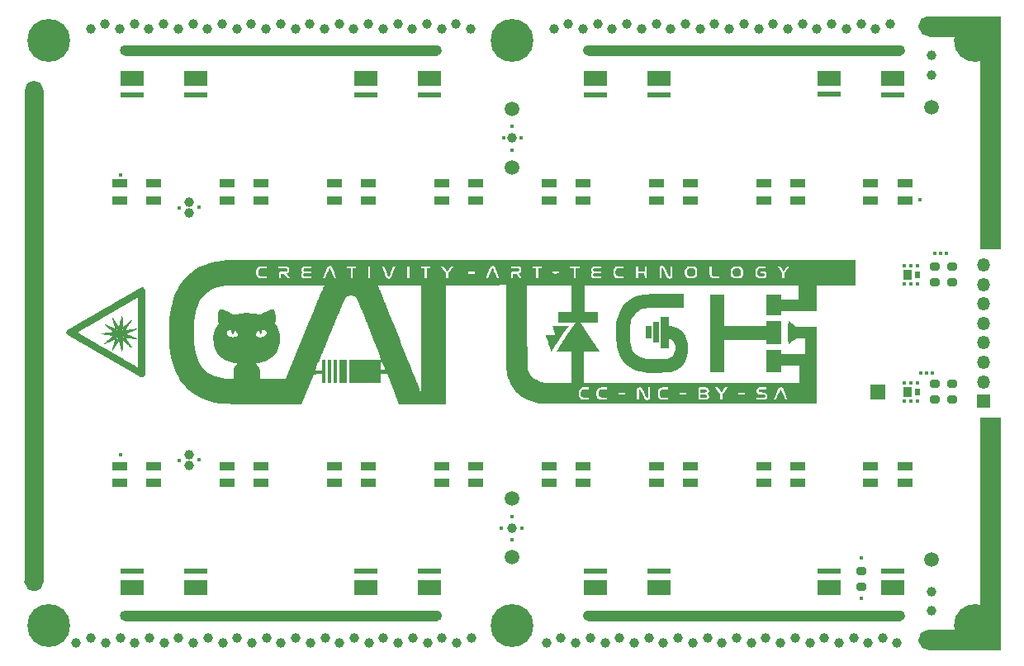
<source format=gbr>
%TF.GenerationSoftware,KiCad,Pcbnew,(5.99.0-11174-ge2a2c3282a)*%
%TF.CreationDate,2021-07-05T22:54:39+02:00*%
%TF.ProjectId,flatlight_rev20_LEDSIDE,666c6174-6c69-4676-9874-5f7265763230,rev?*%
%TF.SameCoordinates,Original*%
%TF.FileFunction,Soldermask,Top*%
%TF.FilePolarity,Negative*%
%FSLAX46Y46*%
G04 Gerber Fmt 4.6, Leading zero omitted, Abs format (unit mm)*
G04 Created by KiCad (PCBNEW (5.99.0-11174-ge2a2c3282a)) date 2021-07-05 22:54:39*
%MOMM*%
%LPD*%
G01*
G04 APERTURE LIST*
G04 Aperture macros list*
%AMRoundRect*
0 Rectangle with rounded corners*
0 $1 Rounding radius*
0 $2 $3 $4 $5 $6 $7 $8 $9 X,Y pos of 4 corners*
0 Add a 4 corners polygon primitive as box body*
4,1,4,$2,$3,$4,$5,$6,$7,$8,$9,$2,$3,0*
0 Add four circle primitives for the rounded corners*
1,1,$1+$1,$2,$3*
1,1,$1+$1,$4,$5*
1,1,$1+$1,$6,$7*
1,1,$1+$1,$8,$9*
0 Add four rect primitives between the rounded corners*
20,1,$1+$1,$2,$3,$4,$5,0*
20,1,$1+$1,$4,$5,$6,$7,0*
20,1,$1+$1,$6,$7,$8,$9,0*
20,1,$1+$1,$8,$9,$2,$3,0*%
G04 Aperture macros list end*
%ADD10C,0.550000*%
%ADD11C,1.051249*%
%ADD12C,0.010000*%
%ADD13C,0.975000*%
%ADD14C,0.950000*%
%ADD15C,0.100000*%
%ADD16R,0.400000X0.425000*%
%ADD17R,0.950000X1.100000*%
%ADD18R,0.480000X0.800000*%
%ADD19RoundRect,0.200000X-0.275000X0.200000X-0.275000X-0.200000X0.275000X-0.200000X0.275000X0.200000X0*%
%ADD20C,1.500000*%
%ADD21R,2.400000X1.600000*%
%ADD22R,2.400000X0.600000*%
%ADD23C,0.700000*%
%ADD24C,4.400000*%
%ADD25R,1.500000X1.500000*%
%ADD26R,1.600000X0.850000*%
%ADD27RoundRect,0.200000X0.275000X-0.200000X0.275000X0.200000X-0.275000X0.200000X-0.275000X-0.200000X0*%
%ADD28R,1.350000X1.350000*%
%ADD29O,1.350000X1.350000*%
%ADD30C,0.450000*%
%ADD31C,1.000000*%
%ADD32C,0.500000*%
G04 APERTURE END LIST*
D10*
X244775000Y-126550000D02*
G75*
G03*
X244775000Y-126550000I-275000J0D01*
G01*
X212775000Y-126550000D02*
G75*
G03*
X212775000Y-126550000I-275000J0D01*
G01*
X197300000Y-126550000D02*
G75*
G03*
X197300000Y-126550000I-275000J0D01*
G01*
X165300000Y-126550000D02*
G75*
G03*
X165300000Y-126550000I-275000J0D01*
G01*
X165300000Y-68550000D02*
G75*
G03*
X165300000Y-68550000I-275000J0D01*
G01*
X197275000Y-68550000D02*
G75*
G03*
X197275000Y-68550000I-275000J0D01*
G01*
X212775000Y-68550000D02*
G75*
G03*
X212775000Y-68550000I-275000J0D01*
G01*
X244775000Y-68550000D02*
G75*
G03*
X244775000Y-68550000I-275000J0D01*
G01*
D11*
X247925624Y-129025000D02*
G75*
G03*
X247925624Y-129025000I-525624J0D01*
G01*
X247925624Y-66075000D02*
G75*
G03*
X247925624Y-66075000I-525624J0D01*
G01*
D12*
X254750000Y-67100000D02*
X247500000Y-67100000D01*
X247500000Y-67100000D02*
X247500000Y-65050000D01*
X247500000Y-65050000D02*
X254750000Y-65050000D01*
X254750000Y-65050000D02*
X254750000Y-67100000D01*
G36*
X254750000Y-67100000D02*
G01*
X247500000Y-67100000D01*
X247500000Y-65050000D01*
X254750000Y-65050000D01*
X254750000Y-67100000D01*
G37*
X254750000Y-130050000D02*
X247350000Y-130050000D01*
X247350000Y-130050000D02*
X247350000Y-128000000D01*
X247350000Y-128000000D02*
X254750000Y-128000000D01*
X254750000Y-128000000D02*
X254750000Y-130050000D01*
G36*
X254750000Y-130050000D02*
G01*
X247350000Y-130050000D01*
X247350000Y-128000000D01*
X254750000Y-128000000D01*
X254750000Y-130050000D01*
G37*
D13*
X156187500Y-123050000D02*
G75*
G03*
X156187500Y-123050000I-487500J0D01*
G01*
D14*
X156175000Y-72600000D02*
G75*
G03*
X156175000Y-72600000I-475000J0D01*
G01*
D15*
X154800000Y-122925000D02*
X156600000Y-122925000D01*
X156600000Y-122925000D02*
X156600000Y-72625000D01*
X156600000Y-72625000D02*
X154800000Y-72625000D01*
X154800000Y-72625000D02*
X154800000Y-122925000D01*
G36*
X154800000Y-122925000D02*
G01*
X156600000Y-122925000D01*
X156600000Y-72625000D01*
X154800000Y-72625000D01*
X154800000Y-122925000D01*
G37*
X212500000Y-68050000D02*
X244500000Y-68050000D01*
X244500000Y-68050000D02*
X244500000Y-69050000D01*
X244500000Y-69050000D02*
X212500000Y-69050000D01*
X212500000Y-69050000D02*
X212500000Y-68050000D01*
G36*
X212500000Y-68050000D02*
G01*
X244500000Y-68050000D01*
X244500000Y-69050000D01*
X212500000Y-69050000D01*
X212500000Y-68050000D01*
G37*
X165025000Y-68050000D02*
X197000000Y-68050000D01*
X197000000Y-68050000D02*
X197000000Y-69050000D01*
X197000000Y-69050000D02*
X165025000Y-69050000D01*
X165025000Y-69050000D02*
X165025000Y-68050000D01*
G36*
X165025000Y-68050000D02*
G01*
X197000000Y-68050000D01*
X197000000Y-69050000D01*
X165025000Y-69050000D01*
X165025000Y-68050000D01*
G37*
X212500000Y-126050000D02*
X244500000Y-126050000D01*
X244500000Y-126050000D02*
X244500000Y-127050000D01*
X244500000Y-127050000D02*
X212500000Y-127050000D01*
X212500000Y-127050000D02*
X212500000Y-126050000D01*
G36*
X212500000Y-126050000D02*
G01*
X244500000Y-126050000D01*
X244500000Y-127050000D01*
X212500000Y-127050000D01*
X212500000Y-126050000D01*
G37*
X165025000Y-126050000D02*
X197025000Y-126050000D01*
X197025000Y-126050000D02*
X197025000Y-127050000D01*
X197025000Y-127050000D02*
X165025000Y-127050000D01*
X165025000Y-127050000D02*
X165025000Y-126050000D01*
G36*
X165025000Y-126050000D02*
G01*
X197025000Y-126050000D01*
X197025000Y-127050000D01*
X165025000Y-127050000D01*
X165025000Y-126050000D01*
G37*
D12*
X252750000Y-88850000D02*
X254750000Y-88850000D01*
X254750000Y-88850000D02*
X254750000Y-65050000D01*
X254750000Y-65050000D02*
X252750000Y-65050000D01*
X252750000Y-65050000D02*
X252750000Y-88850000D01*
G36*
X252750000Y-88850000D02*
G01*
X254750000Y-88850000D01*
X254750000Y-65050000D01*
X252750000Y-65050000D01*
X252750000Y-88850000D01*
G37*
X252750000Y-130050000D02*
X254750000Y-130050000D01*
X254750000Y-130050000D02*
X254750000Y-106250000D01*
X254750000Y-106250000D02*
X252750000Y-106250000D01*
X252750000Y-106250000D02*
X252750000Y-130050000D01*
G36*
X252750000Y-130050000D02*
G01*
X254750000Y-130050000D01*
X254750000Y-106250000D01*
X252750000Y-106250000D01*
X252750000Y-130050000D01*
G37*
%TO.C,G\u002A\u002A\u002A*%
X159016748Y-97427079D02*
X159030381Y-97381787D01*
X159030381Y-97381787D02*
X159050599Y-97338513D01*
X159050599Y-97338513D02*
X159079573Y-97287617D01*
X159079573Y-97287617D02*
X159111762Y-97246488D01*
X159111762Y-97246488D02*
X159152726Y-97209860D01*
X159152726Y-97209860D02*
X159208023Y-97172465D01*
X159208023Y-97172465D02*
X159255000Y-97144848D01*
X159255000Y-97144848D02*
X159311579Y-97112540D01*
X159311579Y-97112540D02*
X159371520Y-97078030D01*
X159371520Y-97078030D02*
X159422637Y-97048335D01*
X159422637Y-97048335D02*
X159426450Y-97046103D01*
X159426450Y-97046103D02*
X159463261Y-97024768D01*
X159463261Y-97024768D02*
X159516939Y-96993965D01*
X159516939Y-96993965D02*
X159582218Y-96956688D01*
X159582218Y-96956688D02*
X159653830Y-96915931D01*
X159653830Y-96915931D02*
X159726509Y-96874686D01*
X159726509Y-96874686D02*
X159794988Y-96835948D01*
X159794988Y-96835948D02*
X159854002Y-96802710D01*
X159854002Y-96802710D02*
X159892886Y-96780964D01*
X159892886Y-96780964D02*
X159921674Y-96764044D01*
X159921674Y-96764044D02*
X159939408Y-96751935D01*
X159939408Y-96751935D02*
X159940800Y-96750614D01*
X159940800Y-96750614D02*
X159954500Y-96741107D01*
X159954500Y-96741107D02*
X159983823Y-96723588D01*
X159983823Y-96723588D02*
X160017000Y-96704865D01*
X160017000Y-96704865D02*
X160059360Y-96681052D01*
X160059360Y-96681052D02*
X160114489Y-96649435D01*
X160114489Y-96649435D02*
X160173339Y-96615218D01*
X160173339Y-96615218D02*
X160201150Y-96598871D01*
X160201150Y-96598871D02*
X160255425Y-96567064D01*
X160255425Y-96567064D02*
X160307488Y-96536962D01*
X160307488Y-96536962D02*
X160349706Y-96512958D01*
X160349706Y-96512958D02*
X160366423Y-96503699D01*
X160366423Y-96503699D02*
X160401093Y-96484338D01*
X160401093Y-96484338D02*
X160448986Y-96456917D01*
X160448986Y-96456917D02*
X160501504Y-96426374D01*
X160501504Y-96426374D02*
X160518823Y-96416192D01*
X160518823Y-96416192D02*
X160566721Y-96388005D01*
X160566721Y-96388005D02*
X160608724Y-96363395D01*
X160608724Y-96363395D02*
X160638284Y-96346193D01*
X160638284Y-96346193D02*
X160645650Y-96341966D01*
X160645650Y-96341966D02*
X160667253Y-96329628D01*
X160667253Y-96329628D02*
X160704737Y-96308142D01*
X160704737Y-96308142D02*
X160751967Y-96281027D01*
X160751967Y-96281027D02*
X160782810Y-96263302D01*
X160782810Y-96263302D02*
X160836267Y-96232570D01*
X160836267Y-96232570D02*
X160886926Y-96203447D01*
X160886926Y-96203447D02*
X160927172Y-96180312D01*
X160927172Y-96180312D02*
X160941560Y-96172041D01*
X160941560Y-96172041D02*
X160964498Y-96158804D01*
X160964498Y-96158804D02*
X161006151Y-96134714D01*
X161006151Y-96134714D02*
X161063260Y-96101657D01*
X161063260Y-96101657D02*
X161132567Y-96061522D01*
X161132567Y-96061522D02*
X161210813Y-96016194D01*
X161210813Y-96016194D02*
X161294739Y-95967560D01*
X161294739Y-95967560D02*
X161312400Y-95957324D01*
X161312400Y-95957324D02*
X161396521Y-95908604D01*
X161396521Y-95908604D02*
X161475135Y-95863145D01*
X161475135Y-95863145D02*
X161545090Y-95822764D01*
X161545090Y-95822764D02*
X161603238Y-95789276D01*
X161603238Y-95789276D02*
X161646429Y-95764497D01*
X161646429Y-95764497D02*
X161671513Y-95750242D01*
X161671513Y-95750242D02*
X161674350Y-95748665D01*
X161674350Y-95748665D02*
X161705672Y-95730930D01*
X161705672Y-95730930D02*
X161748521Y-95706041D01*
X161748521Y-95706041D02*
X161785876Y-95683982D01*
X161785876Y-95683982D02*
X161835022Y-95655051D01*
X161835022Y-95655051D02*
X161885467Y-95625882D01*
X161885467Y-95625882D02*
X161916127Y-95608500D01*
X161916127Y-95608500D02*
X161971460Y-95577401D01*
X161971460Y-95577401D02*
X162037704Y-95539877D01*
X162037704Y-95539877D02*
X162111425Y-95497902D01*
X162111425Y-95497902D02*
X162189189Y-95453452D01*
X162189189Y-95453452D02*
X162267562Y-95408502D01*
X162267562Y-95408502D02*
X162343110Y-95365026D01*
X162343110Y-95365026D02*
X162412400Y-95324999D01*
X162412400Y-95324999D02*
X162471995Y-95290397D01*
X162471995Y-95290397D02*
X162518464Y-95263193D01*
X162518464Y-95263193D02*
X162548371Y-95245364D01*
X162548371Y-95245364D02*
X162557000Y-95239945D01*
X162557000Y-95239945D02*
X162584790Y-95222575D01*
X162584790Y-95222575D02*
X162625566Y-95198782D01*
X162625566Y-95198782D02*
X162664950Y-95176779D01*
X162664950Y-95176779D02*
X162714768Y-95148527D01*
X162714768Y-95148527D02*
X162764932Y-95118429D01*
X162764932Y-95118429D02*
X162795761Y-95098781D01*
X162795761Y-95098781D02*
X162828636Y-95078061D01*
X162828636Y-95078061D02*
X162852946Y-95064886D01*
X162852946Y-95064886D02*
X162860259Y-95062400D01*
X162860259Y-95062400D02*
X162875728Y-95056010D01*
X162875728Y-95056010D02*
X162904641Y-95039634D01*
X162904641Y-95039634D02*
X162926297Y-95026097D01*
X162926297Y-95026097D02*
X162953515Y-95009337D01*
X162953515Y-95009337D02*
X162998840Y-94982377D01*
X162998840Y-94982377D02*
X163058286Y-94947547D01*
X163058286Y-94947547D02*
X163127866Y-94907178D01*
X163127866Y-94907178D02*
X163203593Y-94863597D01*
X163203593Y-94863597D02*
X163242800Y-94841169D01*
X163242800Y-94841169D02*
X163403829Y-94749200D01*
X163403829Y-94749200D02*
X163543799Y-94669167D01*
X163543799Y-94669167D02*
X163663743Y-94600472D01*
X163663743Y-94600472D02*
X163764696Y-94542519D01*
X163764696Y-94542519D02*
X163847692Y-94494712D01*
X163847692Y-94494712D02*
X163913766Y-94456455D01*
X163913766Y-94456455D02*
X163963951Y-94427153D01*
X163963951Y-94427153D02*
X163999283Y-94406209D01*
X163999283Y-94406209D02*
X164020795Y-94393026D01*
X164020795Y-94393026D02*
X164023850Y-94391060D01*
X164023850Y-94391060D02*
X164051892Y-94373855D01*
X164051892Y-94373855D02*
X164094898Y-94348745D01*
X164094898Y-94348745D02*
X164145531Y-94319986D01*
X164145531Y-94319986D02*
X164169900Y-94306404D01*
X164169900Y-94306404D02*
X164243192Y-94265802D01*
X164243192Y-94265802D02*
X164299352Y-94234577D01*
X164299352Y-94234577D02*
X164343482Y-94209831D01*
X164343482Y-94209831D02*
X164380687Y-94188664D01*
X164380687Y-94188664D02*
X164416068Y-94168177D01*
X164416068Y-94168177D02*
X164454730Y-94145470D01*
X164454730Y-94145470D02*
X164493750Y-94122396D01*
X164493750Y-94122396D02*
X164540318Y-94095006D01*
X164540318Y-94095006D02*
X164602100Y-94058939D01*
X164602100Y-94058939D02*
X164674924Y-94016602D01*
X164674924Y-94016602D02*
X164754621Y-93970406D01*
X164754621Y-93970406D02*
X164837020Y-93922758D01*
X164837020Y-93922758D02*
X164917951Y-93876069D01*
X164917951Y-93876069D02*
X164993243Y-93832746D01*
X164993243Y-93832746D02*
X165058726Y-93795199D01*
X165058726Y-93795199D02*
X165110231Y-93765837D01*
X165110231Y-93765837D02*
X165141450Y-93748254D01*
X165141450Y-93748254D02*
X165160345Y-93737701D01*
X165160345Y-93737701D02*
X165180158Y-93726477D01*
X165180158Y-93726477D02*
X165204095Y-93712717D01*
X165204095Y-93712717D02*
X165235363Y-93694554D01*
X165235363Y-93694554D02*
X165277170Y-93670120D01*
X165277170Y-93670120D02*
X165332721Y-93637550D01*
X165332721Y-93637550D02*
X165405225Y-93594976D01*
X165405225Y-93594976D02*
X165452600Y-93567143D01*
X165452600Y-93567143D02*
X165513450Y-93531562D01*
X165513450Y-93531562D02*
X165584563Y-93490241D01*
X165584563Y-93490241D02*
X165654142Y-93450027D01*
X165654142Y-93450027D02*
X165681200Y-93434465D01*
X165681200Y-93434465D02*
X165844117Y-93340882D01*
X165844117Y-93340882D02*
X165985391Y-93259577D01*
X165985391Y-93259577D02*
X166104904Y-93190617D01*
X166104904Y-93190617D02*
X166202543Y-93134068D01*
X166202543Y-93134068D02*
X166269017Y-93095362D01*
X166269017Y-93095362D02*
X166382558Y-93029234D01*
X166382558Y-93029234D02*
X166476714Y-92975216D01*
X166476714Y-92975216D02*
X166553906Y-92932394D01*
X166553906Y-92932394D02*
X166616557Y-92899858D01*
X166616557Y-92899858D02*
X166667091Y-92876695D01*
X166667091Y-92876695D02*
X166707929Y-92861995D01*
X166707929Y-92861995D02*
X166741496Y-92854845D01*
X166741496Y-92854845D02*
X166770213Y-92854334D01*
X166770213Y-92854334D02*
X166796504Y-92859550D01*
X166796504Y-92859550D02*
X166822792Y-92869581D01*
X166822792Y-92869581D02*
X166843184Y-92879328D01*
X166843184Y-92879328D02*
X166905981Y-92920027D01*
X166905981Y-92920027D02*
X166953281Y-92969843D01*
X166953281Y-92969843D02*
X166980686Y-93023853D01*
X166980686Y-93023853D02*
X166983763Y-93036619D01*
X166983763Y-93036619D02*
X166992245Y-93068272D01*
X166992245Y-93068272D02*
X167002058Y-93087313D01*
X167002058Y-93087313D02*
X167003439Y-93088440D01*
X167003439Y-93088440D02*
X167004360Y-93101593D01*
X167004360Y-93101593D02*
X167005245Y-93139380D01*
X167005245Y-93139380D02*
X167006091Y-93201038D01*
X167006091Y-93201038D02*
X167006899Y-93285802D01*
X167006899Y-93285802D02*
X167007665Y-93392905D01*
X167007665Y-93392905D02*
X167008388Y-93521585D01*
X167008388Y-93521585D02*
X167009066Y-93671075D01*
X167009066Y-93671075D02*
X167009698Y-93840612D01*
X167009698Y-93840612D02*
X167010283Y-94029429D01*
X167010283Y-94029429D02*
X167010818Y-94236763D01*
X167010818Y-94236763D02*
X167011301Y-94461848D01*
X167011301Y-94461848D02*
X167011732Y-94703920D01*
X167011732Y-94703920D02*
X167012108Y-94962213D01*
X167012108Y-94962213D02*
X167012427Y-95235963D01*
X167012427Y-95235963D02*
X167012689Y-95524406D01*
X167012689Y-95524406D02*
X167012892Y-95826775D01*
X167012892Y-95826775D02*
X167013033Y-96142307D01*
X167013033Y-96142307D02*
X167013111Y-96470236D01*
X167013111Y-96470236D02*
X167013124Y-96809797D01*
X167013124Y-96809797D02*
X167013072Y-97160227D01*
X167013072Y-97160227D02*
X167012976Y-97460275D01*
X167012976Y-97460275D02*
X167011252Y-101825150D01*
X167011252Y-101825150D02*
X166983400Y-101880139D01*
X166983400Y-101880139D02*
X166941693Y-101936589D01*
X166941693Y-101936589D02*
X166893599Y-101975389D01*
X166893599Y-101975389D02*
X166858599Y-101996430D01*
X166858599Y-101996430D02*
X166828193Y-102008550D01*
X166828193Y-102008550D02*
X166792859Y-102014151D01*
X166792859Y-102014151D02*
X166743076Y-102015635D01*
X166743076Y-102015635D02*
X166734002Y-102015650D01*
X166734002Y-102015650D02*
X166676531Y-102013883D01*
X166676531Y-102013883D02*
X166638829Y-102007954D01*
X166638829Y-102007954D02*
X166615473Y-101996928D01*
X166615473Y-101996928D02*
X166612801Y-101994714D01*
X166612801Y-101994714D02*
X166594941Y-101982039D01*
X166594941Y-101982039D02*
X166559272Y-101959143D01*
X166559272Y-101959143D02*
X166509963Y-101928537D01*
X166509963Y-101928537D02*
X166451181Y-101892733D01*
X166451181Y-101892733D02*
X166387096Y-101854245D01*
X166387096Y-101854245D02*
X166367000Y-101842334D01*
X166367000Y-101842334D02*
X166367000Y-101105583D01*
X166367000Y-101105583D02*
X166367000Y-93777644D01*
X166367000Y-93777644D02*
X166255875Y-93838022D01*
X166255875Y-93838022D02*
X166204458Y-93866426D01*
X166204458Y-93866426D02*
X166158281Y-93892771D01*
X166158281Y-93892771D02*
X166124101Y-93913162D01*
X166124101Y-93913162D02*
X166113000Y-93920336D01*
X166113000Y-93920336D02*
X166093334Y-93932608D01*
X166093334Y-93932608D02*
X166055022Y-93955384D01*
X166055022Y-93955384D02*
X166001520Y-93986654D01*
X166001520Y-93986654D02*
X165936282Y-94024404D01*
X165936282Y-94024404D02*
X165862765Y-94066624D01*
X165862765Y-94066624D02*
X165808200Y-94097776D01*
X165808200Y-94097776D02*
X165693662Y-94163054D01*
X165693662Y-94163054D02*
X165598338Y-94217493D01*
X165598338Y-94217493D02*
X165519334Y-94262756D01*
X165519334Y-94262756D02*
X165453753Y-94300506D01*
X165453753Y-94300506D02*
X165398701Y-94332405D01*
X165398701Y-94332405D02*
X165351280Y-94360118D01*
X165351280Y-94360118D02*
X165344650Y-94364015D01*
X165344650Y-94364015D02*
X165318201Y-94379446D01*
X165318201Y-94379446D02*
X165275997Y-94403933D01*
X165275997Y-94403933D02*
X165224289Y-94433853D01*
X165224289Y-94433853D02*
X165179550Y-94459688D01*
X165179550Y-94459688D02*
X165112774Y-94498295D01*
X165112774Y-94498295D02*
X165038867Y-94541159D01*
X165038867Y-94541159D02*
X164969353Y-94581590D01*
X164969353Y-94581590D02*
X164938250Y-94599735D01*
X164938250Y-94599735D02*
X164873785Y-94637339D01*
X164873785Y-94637339D02*
X164801864Y-94679198D01*
X164801864Y-94679198D02*
X164735064Y-94717994D01*
X164735064Y-94717994D02*
X164716000Y-94729045D01*
X164716000Y-94729045D02*
X164656936Y-94763328D01*
X164656936Y-94763328D02*
X164594463Y-94799704D01*
X164594463Y-94799704D02*
X164539548Y-94831785D01*
X164539548Y-94831785D02*
X164525500Y-94840020D01*
X164525500Y-94840020D02*
X164477240Y-94868229D01*
X164477240Y-94868229D02*
X164430577Y-94895316D01*
X164430577Y-94895316D02*
X164396155Y-94915108D01*
X164396155Y-94915108D02*
X164360949Y-94935289D01*
X164360949Y-94935289D02*
X164307461Y-94966125D01*
X164307461Y-94966125D02*
X164239357Y-95005491D01*
X164239357Y-95005491D02*
X164160304Y-95051259D01*
X164160304Y-95051259D02*
X164073971Y-95101304D01*
X164073971Y-95101304D02*
X163984023Y-95153499D01*
X163984023Y-95153499D02*
X163894129Y-95205719D01*
X163894129Y-95205719D02*
X163807954Y-95255836D01*
X163807954Y-95255836D02*
X163729167Y-95301725D01*
X163729167Y-95301725D02*
X163693650Y-95322442D01*
X163693650Y-95322442D02*
X163619481Y-95365646D01*
X163619481Y-95365646D02*
X163530265Y-95417478D01*
X163530265Y-95417478D02*
X163432969Y-95473898D01*
X163432969Y-95473898D02*
X163334560Y-95530869D01*
X163334560Y-95530869D02*
X163242005Y-95584349D01*
X163242005Y-95584349D02*
X163223750Y-95594882D01*
X163223750Y-95594882D02*
X163139043Y-95643831D01*
X163139043Y-95643831D02*
X163052316Y-95694104D01*
X163052316Y-95694104D02*
X162969062Y-95742506D01*
X162969062Y-95742506D02*
X162894776Y-95785839D01*
X162894776Y-95785839D02*
X162834952Y-95820907D01*
X162834952Y-95820907D02*
X162817350Y-95831286D01*
X162817350Y-95831286D02*
X162758043Y-95866198D01*
X162758043Y-95866198D02*
X162700890Y-95899596D01*
X162700890Y-95899596D02*
X162652537Y-95927614D01*
X162652537Y-95927614D02*
X162620500Y-95945892D01*
X162620500Y-95945892D02*
X162581769Y-95968008D01*
X162581769Y-95968008D02*
X162531037Y-95997514D01*
X162531037Y-95997514D02*
X162478076Y-96028719D01*
X162478076Y-96028719D02*
X162468100Y-96034648D01*
X162468100Y-96034648D02*
X162416277Y-96065291D01*
X162416277Y-96065291D02*
X162351842Y-96103078D01*
X162351842Y-96103078D02*
X162284209Y-96142502D01*
X162284209Y-96142502D02*
X162239500Y-96168414D01*
X162239500Y-96168414D02*
X162178241Y-96203865D01*
X162178241Y-96203865D02*
X162116332Y-96239787D01*
X162116332Y-96239787D02*
X162061923Y-96271447D01*
X162061923Y-96271447D02*
X162029950Y-96290127D01*
X162029950Y-96290127D02*
X161981619Y-96318261D01*
X161981619Y-96318261D02*
X161933476Y-96345975D01*
X161933476Y-96345975D02*
X161902244Y-96363715D01*
X161902244Y-96363715D02*
X161866490Y-96384249D01*
X161866490Y-96384249D02*
X161818257Y-96412540D01*
X161818257Y-96412540D02*
X161766778Y-96443166D01*
X161766778Y-96443166D02*
X161756194Y-96449522D01*
X161756194Y-96449522D02*
X161710015Y-96477009D01*
X161710015Y-96477009D02*
X161648856Y-96512991D01*
X161648856Y-96512991D02*
X161579779Y-96553336D01*
X161579779Y-96553336D02*
X161509841Y-96593910D01*
X161509841Y-96593910D02*
X161490200Y-96605248D01*
X161490200Y-96605248D02*
X161434419Y-96637419D01*
X161434419Y-96637419D02*
X161383255Y-96666964D01*
X161383255Y-96666964D02*
X161334520Y-96695161D01*
X161334520Y-96695161D02*
X161286026Y-96723290D01*
X161286026Y-96723290D02*
X161235588Y-96752629D01*
X161235588Y-96752629D02*
X161181018Y-96784458D01*
X161181018Y-96784458D02*
X161120128Y-96820054D01*
X161120128Y-96820054D02*
X161050732Y-96860696D01*
X161050732Y-96860696D02*
X160970643Y-96907664D01*
X160970643Y-96907664D02*
X160877673Y-96962236D01*
X160877673Y-96962236D02*
X160769635Y-97025690D01*
X160769635Y-97025690D02*
X160644343Y-97099306D01*
X160644343Y-97099306D02*
X160499609Y-97184362D01*
X160499609Y-97184362D02*
X160480550Y-97195563D01*
X160480550Y-97195563D02*
X160371086Y-97259964D01*
X160371086Y-97259964D02*
X160281712Y-97312719D01*
X160281712Y-97312719D02*
X160210563Y-97354955D01*
X160210563Y-97354955D02*
X160155775Y-97387803D01*
X160155775Y-97387803D02*
X160115484Y-97412392D01*
X160115484Y-97412392D02*
X160087826Y-97429849D01*
X160087826Y-97429849D02*
X160070937Y-97441306D01*
X160070937Y-97441306D02*
X160062954Y-97447890D01*
X160062954Y-97447890D02*
X160062021Y-97449076D01*
X160062021Y-97449076D02*
X160069779Y-97459133D01*
X160069779Y-97459133D02*
X160095722Y-97478882D01*
X160095722Y-97478882D02*
X160135894Y-97505564D01*
X160135894Y-97505564D02*
X160186341Y-97536419D01*
X160186341Y-97536419D02*
X160191790Y-97539622D01*
X160191790Y-97539622D02*
X160258167Y-97578490D01*
X160258167Y-97578490D02*
X160329726Y-97620364D01*
X160329726Y-97620364D02*
X160396512Y-97659418D01*
X160396512Y-97659418D02*
X160436100Y-97682550D01*
X160436100Y-97682550D02*
X160488915Y-97713639D01*
X160488915Y-97713639D02*
X160539123Y-97743617D01*
X160539123Y-97743617D02*
X160578843Y-97767762D01*
X160578843Y-97767762D02*
X160591402Y-97775597D01*
X160591402Y-97775597D02*
X160621678Y-97793830D01*
X160621678Y-97793830D02*
X160642253Y-97804473D01*
X160642253Y-97804473D02*
X160645994Y-97805600D01*
X160645994Y-97805600D02*
X160659310Y-97811666D01*
X160659310Y-97811666D02*
X160689426Y-97828022D01*
X160689426Y-97828022D02*
X160731355Y-97851902D01*
X160731355Y-97851902D02*
X160763742Y-97870837D01*
X160763742Y-97870837D02*
X160822880Y-97905611D01*
X160822880Y-97905611D02*
X160885220Y-97942047D01*
X160885220Y-97942047D02*
X160940215Y-97973987D01*
X160940215Y-97973987D02*
X160956800Y-97983552D01*
X160956800Y-97983552D02*
X160996317Y-98006429D01*
X160996317Y-98006429D02*
X161051859Y-98038782D01*
X161051859Y-98038782D02*
X161117569Y-98077191D01*
X161117569Y-98077191D02*
X161187591Y-98118234D01*
X161187591Y-98118234D02*
X161229850Y-98143061D01*
X161229850Y-98143061D02*
X161316107Y-98193485D01*
X161316107Y-98193485D02*
X161412337Y-98249231D01*
X161412337Y-98249231D02*
X161512971Y-98307113D01*
X161512971Y-98307113D02*
X161612440Y-98363945D01*
X161612440Y-98363945D02*
X161705172Y-98416544D01*
X161705172Y-98416544D02*
X161785600Y-98461722D01*
X161785600Y-98461722D02*
X161832738Y-98487856D01*
X161832738Y-98487856D02*
X161873938Y-98511631D01*
X161873938Y-98511631D02*
X161911625Y-98535187D01*
X161911625Y-98535187D02*
X161923482Y-98543256D01*
X161923482Y-98543256D02*
X161954998Y-98563548D01*
X161954998Y-98563548D02*
X161980993Y-98577152D01*
X161980993Y-98577152D02*
X162003727Y-98588492D01*
X162003727Y-98588492D02*
X162039988Y-98608574D01*
X162039988Y-98608574D02*
X162078812Y-98631210D01*
X162078812Y-98631210D02*
X162125520Y-98658939D01*
X162125520Y-98658939D02*
X162171058Y-98685715D01*
X162171058Y-98685715D02*
X162199462Y-98702215D01*
X162199462Y-98702215D02*
X162223970Y-98716353D01*
X162223970Y-98716353D02*
X162266532Y-98740960D01*
X162266532Y-98740960D02*
X162323226Y-98773766D01*
X162323226Y-98773766D02*
X162390133Y-98812502D01*
X162390133Y-98812502D02*
X162463330Y-98854898D01*
X162463330Y-98854898D02*
X162493500Y-98872378D01*
X162493500Y-98872378D02*
X162568936Y-98915999D01*
X162568936Y-98915999D02*
X162640449Y-98957184D01*
X162640449Y-98957184D02*
X162703915Y-98993571D01*
X162703915Y-98993571D02*
X162755211Y-99022800D01*
X162755211Y-99022800D02*
X162790217Y-99042508D01*
X162790217Y-99042508D02*
X162798300Y-99046961D01*
X162798300Y-99046961D02*
X162833720Y-99066848D01*
X162833720Y-99066848D02*
X162860362Y-99082922D01*
X162860362Y-99082922D02*
X162868150Y-99088300D01*
X162868150Y-99088300D02*
X162886113Y-99099990D01*
X162886113Y-99099990D02*
X162917747Y-99118357D01*
X162917747Y-99118357D02*
X162938000Y-99129539D01*
X162938000Y-99129539D02*
X162974162Y-99149684D01*
X162974162Y-99149684D02*
X163024069Y-99178190D01*
X163024069Y-99178190D02*
X163079641Y-99210420D01*
X163079641Y-99210420D02*
X163109450Y-99227911D01*
X163109450Y-99227911D02*
X163163809Y-99259728D01*
X163163809Y-99259728D02*
X163232303Y-99299479D01*
X163232303Y-99299479D02*
X163306974Y-99342561D01*
X163306974Y-99342561D02*
X163379866Y-99384375D01*
X163379866Y-99384375D02*
X163395200Y-99393133D01*
X163395200Y-99393133D02*
X163509598Y-99458554D01*
X163509598Y-99458554D02*
X163621309Y-99522708D01*
X163621309Y-99522708D02*
X163725456Y-99582779D01*
X163725456Y-99582779D02*
X163817158Y-99635954D01*
X163817158Y-99635954D02*
X163890500Y-99678808D01*
X163890500Y-99678808D02*
X163935207Y-99704909D01*
X163935207Y-99704909D02*
X163994071Y-99739026D01*
X163994071Y-99739026D02*
X164062777Y-99778682D01*
X164062777Y-99778682D02*
X164137008Y-99821403D01*
X164137008Y-99821403D02*
X164212450Y-99864711D01*
X164212450Y-99864711D02*
X164284788Y-99906131D01*
X164284788Y-99906131D02*
X164349707Y-99943187D01*
X164349707Y-99943187D02*
X164402891Y-99973403D01*
X164402891Y-99973403D02*
X164440025Y-99994303D01*
X164440025Y-99994303D02*
X164448938Y-99999236D01*
X164448938Y-99999236D02*
X164489570Y-100022457D01*
X164489570Y-100022457D02*
X164526215Y-100044924D01*
X164526215Y-100044924D02*
X164537838Y-100052632D01*
X164537838Y-100052632D02*
X164573593Y-100075166D01*
X164573593Y-100075166D02*
X164608050Y-100094297D01*
X164608050Y-100094297D02*
X164630342Y-100106429D01*
X164630342Y-100106429D02*
X164671170Y-100129400D01*
X164671170Y-100129400D02*
X164727129Y-100161250D01*
X164727129Y-100161250D02*
X164794816Y-100200018D01*
X164794816Y-100200018D02*
X164870828Y-100243744D01*
X164870828Y-100243744D02*
X164951761Y-100290466D01*
X164951761Y-100290466D02*
X165034211Y-100338225D01*
X165034211Y-100338225D02*
X165114775Y-100385058D01*
X165114775Y-100385058D02*
X165190049Y-100429007D01*
X165190049Y-100429007D02*
X165243050Y-100460109D01*
X165243050Y-100460109D02*
X165297343Y-100491914D01*
X165297343Y-100491914D02*
X165349388Y-100522146D01*
X165349388Y-100522146D02*
X165391543Y-100546379D01*
X165391543Y-100546379D02*
X165408150Y-100555771D01*
X165408150Y-100555771D02*
X165445199Y-100576636D01*
X165445199Y-100576636D02*
X165493853Y-100604243D01*
X165493853Y-100604243D02*
X165543690Y-100632678D01*
X165543690Y-100632678D02*
X165544527Y-100633157D01*
X165544527Y-100633157D02*
X165590473Y-100659421D01*
X165590473Y-100659421D02*
X165650370Y-100693603D01*
X165650370Y-100693603D02*
X165716087Y-100731065D01*
X165716087Y-100731065D02*
X165773127Y-100763546D01*
X165773127Y-100763546D02*
X165831385Y-100796811D01*
X165831385Y-100796811D02*
X165904951Y-100838980D01*
X165904951Y-100838980D02*
X165987158Y-100886225D01*
X165987158Y-100886225D02*
X166071338Y-100934712D01*
X166071338Y-100934712D02*
X166141575Y-100975262D01*
X166141575Y-100975262D02*
X166367000Y-101105583D01*
X166367000Y-101105583D02*
X166367000Y-101842334D01*
X166367000Y-101842334D02*
X166321875Y-101815585D01*
X166321875Y-101815585D02*
X166259687Y-101779264D01*
X166259687Y-101779264D02*
X166204701Y-101747796D01*
X166204701Y-101747796D02*
X166182850Y-101735573D01*
X166182850Y-101735573D02*
X166139574Y-101711258D01*
X166139574Y-101711258D02*
X166079513Y-101677025D01*
X166079513Y-101677025D02*
X166007780Y-101635821D01*
X166007780Y-101635821D02*
X165929490Y-101590591D01*
X165929490Y-101590591D02*
X165849759Y-101544284D01*
X165849759Y-101544284D02*
X165776450Y-101501457D01*
X165776450Y-101501457D02*
X165675218Y-101442184D01*
X165675218Y-101442184D02*
X165576479Y-101384504D01*
X165576479Y-101384504D02*
X165485100Y-101331251D01*
X165485100Y-101331251D02*
X165405945Y-101285262D01*
X165405945Y-101285262D02*
X165344650Y-101249815D01*
X165344650Y-101249815D02*
X165308399Y-101228943D01*
X165308399Y-101228943D02*
X165275446Y-101210010D01*
X165275446Y-101210010D02*
X165241103Y-101190336D01*
X165241103Y-101190336D02*
X165200682Y-101167242D01*
X165200682Y-101167242D02*
X165149494Y-101138045D01*
X165149494Y-101138045D02*
X165082850Y-101100067D01*
X165082850Y-101100067D02*
X165049825Y-101081252D01*
X165049825Y-101081252D02*
X164983107Y-101043035D01*
X164983107Y-101043035D02*
X164908947Y-101000227D01*
X164908947Y-101000227D02*
X164839287Y-100959735D01*
X164839287Y-100959735D02*
X164811250Y-100943321D01*
X164811250Y-100943321D02*
X164756026Y-100910989D01*
X164756026Y-100910989D02*
X164702180Y-100879636D01*
X164702180Y-100879636D02*
X164657773Y-100853951D01*
X164657773Y-100853951D02*
X164640467Y-100844036D01*
X164640467Y-100844036D02*
X164595387Y-100818036D01*
X164595387Y-100818036D02*
X164544179Y-100788022D01*
X164544179Y-100788022D02*
X164519817Y-100773561D01*
X164519817Y-100773561D02*
X164485585Y-100753438D01*
X164485585Y-100753438D02*
X164435132Y-100724188D01*
X164435132Y-100724188D02*
X164374337Y-100689203D01*
X164374337Y-100689203D02*
X164309080Y-100651871D01*
X164309080Y-100651871D02*
X164284200Y-100637698D01*
X164284200Y-100637698D02*
X164216683Y-100599179D01*
X164216683Y-100599179D02*
X164149343Y-100560573D01*
X164149343Y-100560573D02*
X164088773Y-100525673D01*
X164088773Y-100525673D02*
X164041566Y-100498270D01*
X164041566Y-100498270D02*
X164030200Y-100491610D01*
X164030200Y-100491610D02*
X163983806Y-100464596D01*
X163983806Y-100464596D02*
X163940729Y-100439969D01*
X163940729Y-100439969D02*
X163910108Y-100422953D01*
X163910108Y-100422953D02*
X163909550Y-100422653D01*
X163909550Y-100422653D02*
X163879591Y-100405782D01*
X163879591Y-100405782D02*
X163837025Y-100380819D01*
X163837025Y-100380819D02*
X163790840Y-100353039D01*
X163790840Y-100353039D02*
X163788900Y-100351855D01*
X163788900Y-100351855D02*
X163743283Y-100324332D01*
X163743283Y-100324332D02*
X163701416Y-100299619D01*
X163701416Y-100299619D02*
X163671991Y-100282844D01*
X163671991Y-100282844D02*
X163670917Y-100282260D01*
X163670917Y-100282260D02*
X163637273Y-100263564D01*
X163637273Y-100263564D02*
X163585981Y-100234488D01*
X163585981Y-100234488D02*
X163521304Y-100197493D01*
X163521304Y-100197493D02*
X163447509Y-100155043D01*
X163447509Y-100155043D02*
X163368861Y-100109601D01*
X163368861Y-100109601D02*
X163289623Y-100063628D01*
X163289623Y-100063628D02*
X163214062Y-100019587D01*
X163214062Y-100019587D02*
X163146441Y-99979941D01*
X163146441Y-99979941D02*
X163107622Y-99957016D01*
X163107622Y-99957016D02*
X163049673Y-99923163D01*
X163049673Y-99923163D02*
X162997638Y-99893702D01*
X162997638Y-99893702D02*
X162956325Y-99871287D01*
X162956325Y-99871287D02*
X162930544Y-99858575D01*
X162930544Y-99858575D02*
X162926647Y-99857078D01*
X162926647Y-99857078D02*
X162905420Y-99845682D01*
X162905420Y-99845682D02*
X162899900Y-99836745D01*
X162899900Y-99836745D02*
X162891120Y-99825115D01*
X162891120Y-99825115D02*
X162889067Y-99824900D01*
X162889067Y-99824900D02*
X162874105Y-99818816D01*
X162874105Y-99818816D02*
X162842691Y-99802453D01*
X162842691Y-99802453D02*
X162800127Y-99778647D01*
X162800127Y-99778647D02*
X162771592Y-99762059D01*
X162771592Y-99762059D02*
X162710940Y-99726645D01*
X162710940Y-99726645D02*
X162640039Y-99685737D01*
X162640039Y-99685737D02*
X162570826Y-99646209D01*
X162570826Y-99646209D02*
X162545507Y-99631884D01*
X162545507Y-99631884D02*
X162492628Y-99601994D01*
X162492628Y-99601994D02*
X162444813Y-99574821D01*
X162444813Y-99574821D02*
X162408393Y-99553973D01*
X162408393Y-99553973D02*
X162393107Y-99545094D01*
X162393107Y-99545094D02*
X162369501Y-99531351D01*
X162369501Y-99531351D02*
X162329399Y-99508202D01*
X162329399Y-99508202D02*
X162278359Y-99478849D01*
X162278359Y-99478849D02*
X162221937Y-99446491D01*
X162221937Y-99446491D02*
X162220450Y-99445639D01*
X162220450Y-99445639D02*
X162159954Y-99410795D01*
X162159954Y-99410795D02*
X162100844Y-99376398D01*
X162100844Y-99376398D02*
X162050211Y-99346594D01*
X162050211Y-99346594D02*
X162017250Y-99326820D01*
X162017250Y-99326820D02*
X161988700Y-99309437D01*
X161988700Y-99309437D02*
X161962194Y-99293535D01*
X161962194Y-99293535D02*
X161933571Y-99276708D01*
X161933571Y-99276708D02*
X161898672Y-99256550D01*
X161898672Y-99256550D02*
X161853336Y-99230655D01*
X161853336Y-99230655D02*
X161793405Y-99196615D01*
X161793405Y-99196615D02*
X161731500Y-99161532D01*
X161731500Y-99161532D02*
X161662639Y-99122367D01*
X161662639Y-99122367D02*
X161583338Y-99077021D01*
X161583338Y-99077021D02*
X161505110Y-99032086D01*
X161505110Y-99032086D02*
X161458450Y-99005157D01*
X161458450Y-99005157D02*
X161392609Y-98967089D01*
X161392609Y-98967089D02*
X161322813Y-98926785D01*
X161322813Y-98926785D02*
X161258346Y-98889603D01*
X161258346Y-98889603D02*
X161217150Y-98865880D01*
X161217150Y-98865880D02*
X161161372Y-98833554D01*
X161161372Y-98833554D02*
X161094120Y-98794218D01*
X161094120Y-98794218D02*
X161025705Y-98753917D01*
X161025705Y-98753917D02*
X160988550Y-98731883D01*
X160988550Y-98731883D02*
X160921402Y-98692352D01*
X160921402Y-98692352D02*
X160846344Y-98648818D01*
X160846344Y-98648818D02*
X160775077Y-98608045D01*
X160775077Y-98608045D02*
X160742614Y-98589738D01*
X160742614Y-98589738D02*
X160687813Y-98558840D01*
X160687813Y-98558840D02*
X160636199Y-98529358D01*
X160636199Y-98529358D02*
X160594989Y-98505434D01*
X160594989Y-98505434D02*
X160577514Y-98495016D01*
X160577514Y-98495016D02*
X160535020Y-98470185D01*
X160535020Y-98470185D02*
X160491808Y-98446461D01*
X160491808Y-98446461D02*
X160486900Y-98443900D01*
X160486900Y-98443900D02*
X160447100Y-98421875D01*
X160447100Y-98421875D02*
X160402891Y-98395411D01*
X160402891Y-98395411D02*
X160391650Y-98388312D01*
X160391650Y-98388312D02*
X160352507Y-98364285D01*
X160352507Y-98364285D02*
X160303150Y-98335449D01*
X160303150Y-98335449D02*
X160264650Y-98313804D01*
X160264650Y-98313804D02*
X160220290Y-98288821D01*
X160220290Y-98288821D02*
X160180543Y-98265427D01*
X160180543Y-98265427D02*
X160156700Y-98250436D01*
X160156700Y-98250436D02*
X160136923Y-98238217D01*
X160136923Y-98238217D02*
X160099191Y-98215886D01*
X160099191Y-98215886D02*
X160047658Y-98185832D01*
X160047658Y-98185832D02*
X159986478Y-98150449D01*
X159986478Y-98150449D02*
X159919804Y-98112126D01*
X159919804Y-98112126D02*
X159851789Y-98073257D01*
X159851789Y-98073257D02*
X159786589Y-98036231D01*
X159786589Y-98036231D02*
X159728356Y-98003440D01*
X159728356Y-98003440D02*
X159705850Y-97990880D01*
X159705850Y-97990880D02*
X159670257Y-97970510D01*
X159670257Y-97970510D02*
X159628403Y-97945792D01*
X159628403Y-97945792D02*
X159616950Y-97938888D01*
X159616950Y-97938888D02*
X159574121Y-97913869D01*
X159574121Y-97913869D02*
X159531042Y-97890111D01*
X159531042Y-97890111D02*
X159521700Y-97885221D01*
X159521700Y-97885221D02*
X159486488Y-97865685D01*
X159486488Y-97865685D02*
X159441453Y-97838832D01*
X159441453Y-97838832D02*
X159407400Y-97817513D01*
X159407400Y-97817513D02*
X159359350Y-97787889D01*
X159359350Y-97787889D02*
X159309415Y-97758988D01*
X159309415Y-97758988D02*
X159280400Y-97743323D01*
X159280400Y-97743323D02*
X159197017Y-97694423D01*
X159197017Y-97694423D02*
X159125832Y-97640580D01*
X159125832Y-97640580D02*
X159070570Y-97585168D01*
X159070570Y-97585168D02*
X159034955Y-97531562D01*
X159034955Y-97531562D02*
X159028128Y-97514780D01*
X159028128Y-97514780D02*
X159016387Y-97468351D01*
X159016387Y-97468351D02*
X159016748Y-97427079D01*
X159016748Y-97427079D02*
X159016748Y-97427079D01*
G36*
X166259687Y-101779264D02*
G01*
X166204701Y-101747796D01*
X166182850Y-101735573D01*
X166139574Y-101711258D01*
X166079513Y-101677025D01*
X166007780Y-101635821D01*
X165929490Y-101590591D01*
X165849759Y-101544284D01*
X165776450Y-101501457D01*
X165675218Y-101442184D01*
X165576479Y-101384504D01*
X165485100Y-101331251D01*
X165405945Y-101285262D01*
X165344650Y-101249815D01*
X165308399Y-101228943D01*
X165275446Y-101210010D01*
X165241103Y-101190336D01*
X165200682Y-101167242D01*
X165149494Y-101138045D01*
X165082850Y-101100067D01*
X165049825Y-101081252D01*
X164983107Y-101043035D01*
X164908947Y-101000227D01*
X164839287Y-100959735D01*
X164811250Y-100943321D01*
X164756026Y-100910989D01*
X164702180Y-100879636D01*
X164657773Y-100853951D01*
X164640467Y-100844036D01*
X164595387Y-100818036D01*
X164544179Y-100788022D01*
X164519817Y-100773561D01*
X164485585Y-100753438D01*
X164435132Y-100724188D01*
X164374337Y-100689203D01*
X164309080Y-100651871D01*
X164284200Y-100637698D01*
X164216683Y-100599179D01*
X164149343Y-100560573D01*
X164088773Y-100525673D01*
X164041566Y-100498270D01*
X164030200Y-100491610D01*
X163983806Y-100464596D01*
X163940729Y-100439969D01*
X163910108Y-100422953D01*
X163909550Y-100422653D01*
X163879591Y-100405782D01*
X163837025Y-100380819D01*
X163790840Y-100353039D01*
X163788900Y-100351855D01*
X163743283Y-100324332D01*
X163701416Y-100299619D01*
X163671991Y-100282844D01*
X163670917Y-100282260D01*
X163637273Y-100263564D01*
X163585981Y-100234488D01*
X163521304Y-100197493D01*
X163447509Y-100155043D01*
X163368861Y-100109601D01*
X163289623Y-100063628D01*
X163214062Y-100019587D01*
X163146441Y-99979941D01*
X163107622Y-99957016D01*
X163049673Y-99923163D01*
X162997638Y-99893702D01*
X162956325Y-99871287D01*
X162930544Y-99858575D01*
X162926647Y-99857078D01*
X162905420Y-99845682D01*
X162899900Y-99836745D01*
X162891120Y-99825115D01*
X162889067Y-99824900D01*
X162874105Y-99818816D01*
X162842691Y-99802453D01*
X162800127Y-99778647D01*
X162771592Y-99762059D01*
X162710940Y-99726645D01*
X162640039Y-99685737D01*
X162570826Y-99646209D01*
X162545507Y-99631884D01*
X162492628Y-99601994D01*
X162444813Y-99574821D01*
X162408393Y-99553973D01*
X162393107Y-99545094D01*
X162369501Y-99531351D01*
X162329399Y-99508202D01*
X162278359Y-99478849D01*
X162221937Y-99446491D01*
X162220450Y-99445639D01*
X162159954Y-99410795D01*
X162100844Y-99376398D01*
X162050211Y-99346594D01*
X162017250Y-99326820D01*
X161988700Y-99309437D01*
X161962194Y-99293535D01*
X161933571Y-99276708D01*
X161898672Y-99256550D01*
X161853336Y-99230655D01*
X161793405Y-99196615D01*
X161731500Y-99161532D01*
X161662639Y-99122367D01*
X161583338Y-99077021D01*
X161505110Y-99032086D01*
X161458450Y-99005157D01*
X161392609Y-98967089D01*
X161322813Y-98926785D01*
X161258346Y-98889603D01*
X161217150Y-98865880D01*
X161161372Y-98833554D01*
X161094120Y-98794218D01*
X161025705Y-98753917D01*
X160988550Y-98731883D01*
X160921402Y-98692352D01*
X160846344Y-98648818D01*
X160775077Y-98608045D01*
X160742614Y-98589738D01*
X160687813Y-98558840D01*
X160636199Y-98529358D01*
X160594989Y-98505434D01*
X160577514Y-98495016D01*
X160535020Y-98470185D01*
X160491808Y-98446461D01*
X160486900Y-98443900D01*
X160447100Y-98421875D01*
X160402891Y-98395411D01*
X160391650Y-98388312D01*
X160352507Y-98364285D01*
X160303150Y-98335449D01*
X160264650Y-98313804D01*
X160220290Y-98288821D01*
X160180543Y-98265427D01*
X160156700Y-98250436D01*
X160136923Y-98238217D01*
X160099191Y-98215886D01*
X160047658Y-98185832D01*
X159986478Y-98150449D01*
X159919804Y-98112126D01*
X159851789Y-98073257D01*
X159786589Y-98036231D01*
X159728356Y-98003440D01*
X159705850Y-97990880D01*
X159670257Y-97970510D01*
X159628403Y-97945792D01*
X159616950Y-97938888D01*
X159574121Y-97913869D01*
X159531042Y-97890111D01*
X159521700Y-97885221D01*
X159486488Y-97865685D01*
X159441453Y-97838832D01*
X159407400Y-97817513D01*
X159359350Y-97787889D01*
X159309415Y-97758988D01*
X159280400Y-97743323D01*
X159197017Y-97694423D01*
X159125832Y-97640580D01*
X159070570Y-97585168D01*
X159034955Y-97531562D01*
X159028128Y-97514780D01*
X159016387Y-97468351D01*
X159016556Y-97449076D01*
X160062021Y-97449076D01*
X160069779Y-97459133D01*
X160095722Y-97478882D01*
X160135894Y-97505564D01*
X160186341Y-97536419D01*
X160191790Y-97539622D01*
X160258167Y-97578490D01*
X160329726Y-97620364D01*
X160396512Y-97659418D01*
X160436100Y-97682550D01*
X160488915Y-97713639D01*
X160539123Y-97743617D01*
X160578843Y-97767762D01*
X160591402Y-97775597D01*
X160621678Y-97793830D01*
X160642253Y-97804473D01*
X160645994Y-97805600D01*
X160659310Y-97811666D01*
X160689426Y-97828022D01*
X160731355Y-97851902D01*
X160763742Y-97870837D01*
X160822880Y-97905611D01*
X160885220Y-97942047D01*
X160940215Y-97973987D01*
X160956800Y-97983552D01*
X160996317Y-98006429D01*
X161051859Y-98038782D01*
X161117569Y-98077191D01*
X161187591Y-98118234D01*
X161229850Y-98143061D01*
X161316107Y-98193485D01*
X161412337Y-98249231D01*
X161512971Y-98307113D01*
X161612440Y-98363945D01*
X161705172Y-98416544D01*
X161785600Y-98461722D01*
X161832738Y-98487856D01*
X161873938Y-98511631D01*
X161911625Y-98535187D01*
X161923482Y-98543256D01*
X161954998Y-98563548D01*
X161980993Y-98577152D01*
X162003727Y-98588492D01*
X162039988Y-98608574D01*
X162078812Y-98631210D01*
X162125520Y-98658939D01*
X162171058Y-98685715D01*
X162199462Y-98702215D01*
X162223970Y-98716353D01*
X162266532Y-98740960D01*
X162323226Y-98773766D01*
X162390133Y-98812502D01*
X162463330Y-98854898D01*
X162493500Y-98872378D01*
X162568936Y-98915999D01*
X162640449Y-98957184D01*
X162703915Y-98993571D01*
X162755211Y-99022800D01*
X162790217Y-99042508D01*
X162798300Y-99046961D01*
X162833720Y-99066848D01*
X162860362Y-99082922D01*
X162868150Y-99088300D01*
X162886113Y-99099990D01*
X162917747Y-99118357D01*
X162938000Y-99129539D01*
X162974162Y-99149684D01*
X163024069Y-99178190D01*
X163079641Y-99210420D01*
X163109450Y-99227911D01*
X163163809Y-99259728D01*
X163232303Y-99299479D01*
X163306974Y-99342561D01*
X163379866Y-99384375D01*
X163395200Y-99393133D01*
X163509598Y-99458554D01*
X163621309Y-99522708D01*
X163725456Y-99582779D01*
X163817158Y-99635954D01*
X163890500Y-99678808D01*
X163935207Y-99704909D01*
X163994071Y-99739026D01*
X164062777Y-99778682D01*
X164137008Y-99821403D01*
X164212450Y-99864711D01*
X164284788Y-99906131D01*
X164349707Y-99943187D01*
X164402891Y-99973403D01*
X164440025Y-99994303D01*
X164448938Y-99999236D01*
X164489570Y-100022457D01*
X164526215Y-100044924D01*
X164537838Y-100052632D01*
X164573593Y-100075166D01*
X164608050Y-100094297D01*
X164630342Y-100106429D01*
X164671170Y-100129400D01*
X164727129Y-100161250D01*
X164794816Y-100200018D01*
X164870828Y-100243744D01*
X164951761Y-100290466D01*
X165034211Y-100338225D01*
X165114775Y-100385058D01*
X165190049Y-100429007D01*
X165243050Y-100460109D01*
X165297343Y-100491914D01*
X165349388Y-100522146D01*
X165391543Y-100546379D01*
X165408150Y-100555771D01*
X165445199Y-100576636D01*
X165493853Y-100604243D01*
X165543690Y-100632678D01*
X165544527Y-100633157D01*
X165590473Y-100659421D01*
X165650370Y-100693603D01*
X165716087Y-100731065D01*
X165773127Y-100763546D01*
X165831385Y-100796811D01*
X165904951Y-100838980D01*
X165987158Y-100886225D01*
X166071338Y-100934712D01*
X166141575Y-100975262D01*
X166367000Y-101105583D01*
X166367000Y-93777644D01*
X166255875Y-93838022D01*
X166204458Y-93866426D01*
X166158281Y-93892771D01*
X166124101Y-93913162D01*
X166113000Y-93920336D01*
X166093334Y-93932608D01*
X166055022Y-93955384D01*
X166001520Y-93986654D01*
X165936282Y-94024404D01*
X165862765Y-94066624D01*
X165808200Y-94097776D01*
X165693662Y-94163054D01*
X165598338Y-94217493D01*
X165519334Y-94262756D01*
X165453753Y-94300506D01*
X165398701Y-94332405D01*
X165351280Y-94360118D01*
X165344650Y-94364015D01*
X165318201Y-94379446D01*
X165275997Y-94403933D01*
X165224289Y-94433853D01*
X165179550Y-94459688D01*
X165112774Y-94498295D01*
X165038867Y-94541159D01*
X164969353Y-94581590D01*
X164938250Y-94599735D01*
X164873785Y-94637339D01*
X164801864Y-94679198D01*
X164735064Y-94717994D01*
X164716000Y-94729045D01*
X164656936Y-94763328D01*
X164594463Y-94799704D01*
X164539548Y-94831785D01*
X164525500Y-94840020D01*
X164477240Y-94868229D01*
X164430577Y-94895316D01*
X164396155Y-94915108D01*
X164360949Y-94935289D01*
X164307461Y-94966125D01*
X164239357Y-95005491D01*
X164160304Y-95051259D01*
X164073971Y-95101304D01*
X163984023Y-95153499D01*
X163894129Y-95205719D01*
X163807954Y-95255836D01*
X163729167Y-95301725D01*
X163693650Y-95322442D01*
X163619481Y-95365646D01*
X163530265Y-95417478D01*
X163432969Y-95473898D01*
X163334560Y-95530869D01*
X163242005Y-95584349D01*
X163223750Y-95594882D01*
X163139043Y-95643831D01*
X163052316Y-95694104D01*
X162969062Y-95742506D01*
X162894776Y-95785839D01*
X162834952Y-95820907D01*
X162817350Y-95831286D01*
X162758043Y-95866198D01*
X162700890Y-95899596D01*
X162652537Y-95927614D01*
X162620500Y-95945892D01*
X162581769Y-95968008D01*
X162531037Y-95997514D01*
X162478076Y-96028719D01*
X162468100Y-96034648D01*
X162416277Y-96065291D01*
X162351842Y-96103078D01*
X162284209Y-96142502D01*
X162239500Y-96168414D01*
X162178241Y-96203865D01*
X162116332Y-96239787D01*
X162061923Y-96271447D01*
X162029950Y-96290127D01*
X161981619Y-96318261D01*
X161933476Y-96345975D01*
X161902244Y-96363715D01*
X161866490Y-96384249D01*
X161818257Y-96412540D01*
X161766778Y-96443166D01*
X161756194Y-96449522D01*
X161710015Y-96477009D01*
X161648856Y-96512991D01*
X161579779Y-96553336D01*
X161509841Y-96593910D01*
X161490200Y-96605248D01*
X161434419Y-96637419D01*
X161383255Y-96666964D01*
X161334520Y-96695161D01*
X161286026Y-96723290D01*
X161235588Y-96752629D01*
X161181018Y-96784458D01*
X161120128Y-96820054D01*
X161050732Y-96860696D01*
X160970643Y-96907664D01*
X160877673Y-96962236D01*
X160769635Y-97025690D01*
X160644343Y-97099306D01*
X160499609Y-97184362D01*
X160480550Y-97195563D01*
X160371086Y-97259964D01*
X160281712Y-97312719D01*
X160210563Y-97354955D01*
X160155775Y-97387803D01*
X160115484Y-97412392D01*
X160087826Y-97429849D01*
X160070937Y-97441306D01*
X160062954Y-97447890D01*
X160062021Y-97449076D01*
X159016556Y-97449076D01*
X159016748Y-97427079D01*
X159030381Y-97381787D01*
X159050599Y-97338513D01*
X159079573Y-97287617D01*
X159111762Y-97246488D01*
X159152726Y-97209860D01*
X159208023Y-97172465D01*
X159255000Y-97144848D01*
X159311579Y-97112540D01*
X159371520Y-97078030D01*
X159422637Y-97048335D01*
X159426450Y-97046103D01*
X159463261Y-97024768D01*
X159516939Y-96993965D01*
X159582218Y-96956688D01*
X159653830Y-96915931D01*
X159726509Y-96874686D01*
X159794988Y-96835948D01*
X159854002Y-96802710D01*
X159892886Y-96780964D01*
X159921674Y-96764044D01*
X159939408Y-96751935D01*
X159940800Y-96750614D01*
X159954500Y-96741107D01*
X159983823Y-96723588D01*
X160017000Y-96704865D01*
X160059360Y-96681052D01*
X160114489Y-96649435D01*
X160173339Y-96615218D01*
X160201150Y-96598871D01*
X160255425Y-96567064D01*
X160307488Y-96536962D01*
X160349706Y-96512958D01*
X160366423Y-96503699D01*
X160401093Y-96484338D01*
X160448986Y-96456917D01*
X160501504Y-96426374D01*
X160518823Y-96416192D01*
X160566721Y-96388005D01*
X160608724Y-96363395D01*
X160638284Y-96346193D01*
X160645650Y-96341966D01*
X160667253Y-96329628D01*
X160704737Y-96308142D01*
X160751967Y-96281027D01*
X160782810Y-96263302D01*
X160836267Y-96232570D01*
X160886926Y-96203447D01*
X160927172Y-96180312D01*
X160941560Y-96172041D01*
X160964498Y-96158804D01*
X161006151Y-96134714D01*
X161063260Y-96101657D01*
X161132567Y-96061522D01*
X161210813Y-96016194D01*
X161294739Y-95967560D01*
X161312400Y-95957324D01*
X161396521Y-95908604D01*
X161475135Y-95863145D01*
X161545090Y-95822764D01*
X161603238Y-95789276D01*
X161646429Y-95764497D01*
X161671513Y-95750242D01*
X161674350Y-95748665D01*
X161705672Y-95730930D01*
X161748521Y-95706041D01*
X161785876Y-95683982D01*
X161835022Y-95655051D01*
X161885467Y-95625882D01*
X161916127Y-95608500D01*
X161971460Y-95577401D01*
X162037704Y-95539877D01*
X162111425Y-95497902D01*
X162189189Y-95453452D01*
X162267562Y-95408502D01*
X162343110Y-95365026D01*
X162412400Y-95324999D01*
X162471995Y-95290397D01*
X162518464Y-95263193D01*
X162548371Y-95245364D01*
X162557000Y-95239945D01*
X162584790Y-95222575D01*
X162625566Y-95198782D01*
X162664950Y-95176779D01*
X162714768Y-95148527D01*
X162764932Y-95118429D01*
X162795761Y-95098781D01*
X162828636Y-95078061D01*
X162852946Y-95064886D01*
X162860259Y-95062400D01*
X162875728Y-95056010D01*
X162904641Y-95039634D01*
X162926297Y-95026097D01*
X162953515Y-95009337D01*
X162998840Y-94982377D01*
X163058286Y-94947547D01*
X163127866Y-94907178D01*
X163203593Y-94863597D01*
X163242800Y-94841169D01*
X163403829Y-94749200D01*
X163543799Y-94669167D01*
X163663743Y-94600472D01*
X163764696Y-94542519D01*
X163847692Y-94494712D01*
X163913766Y-94456455D01*
X163963951Y-94427153D01*
X163999283Y-94406209D01*
X164020795Y-94393026D01*
X164023850Y-94391060D01*
X164051892Y-94373855D01*
X164094898Y-94348745D01*
X164145531Y-94319986D01*
X164169900Y-94306404D01*
X164243192Y-94265802D01*
X164299352Y-94234577D01*
X164343482Y-94209831D01*
X164380687Y-94188664D01*
X164416068Y-94168177D01*
X164454730Y-94145470D01*
X164493750Y-94122396D01*
X164540318Y-94095006D01*
X164602100Y-94058939D01*
X164674924Y-94016602D01*
X164754621Y-93970406D01*
X164837020Y-93922758D01*
X164917951Y-93876069D01*
X164993243Y-93832746D01*
X165058726Y-93795199D01*
X165110231Y-93765837D01*
X165141450Y-93748254D01*
X165160345Y-93737701D01*
X165180158Y-93726477D01*
X165204095Y-93712717D01*
X165235363Y-93694554D01*
X165277170Y-93670120D01*
X165332721Y-93637550D01*
X165405225Y-93594976D01*
X165452600Y-93567143D01*
X165513450Y-93531562D01*
X165584563Y-93490241D01*
X165654142Y-93450027D01*
X165681200Y-93434465D01*
X165844117Y-93340882D01*
X165985391Y-93259577D01*
X166104904Y-93190617D01*
X166202543Y-93134068D01*
X166269017Y-93095362D01*
X166382558Y-93029234D01*
X166476714Y-92975216D01*
X166553906Y-92932394D01*
X166616557Y-92899858D01*
X166667091Y-92876695D01*
X166707929Y-92861995D01*
X166741496Y-92854845D01*
X166770213Y-92854334D01*
X166796504Y-92859550D01*
X166822792Y-92869581D01*
X166843184Y-92879328D01*
X166905981Y-92920027D01*
X166953281Y-92969843D01*
X166980686Y-93023853D01*
X166983763Y-93036619D01*
X166992245Y-93068272D01*
X167002058Y-93087313D01*
X167003439Y-93088440D01*
X167004360Y-93101593D01*
X167005245Y-93139380D01*
X167006091Y-93201038D01*
X167006899Y-93285802D01*
X167007665Y-93392905D01*
X167008388Y-93521585D01*
X167009066Y-93671075D01*
X167009698Y-93840612D01*
X167010283Y-94029429D01*
X167010818Y-94236763D01*
X167011301Y-94461848D01*
X167011732Y-94703920D01*
X167012108Y-94962213D01*
X167012427Y-95235963D01*
X167012689Y-95524406D01*
X167012892Y-95826775D01*
X167013033Y-96142307D01*
X167013111Y-96470236D01*
X167013124Y-96809797D01*
X167013072Y-97160227D01*
X167012976Y-97460275D01*
X167011252Y-101825150D01*
X166983400Y-101880139D01*
X166941693Y-101936589D01*
X166893599Y-101975389D01*
X166858599Y-101996430D01*
X166828193Y-102008550D01*
X166792859Y-102014151D01*
X166743076Y-102015635D01*
X166734002Y-102015650D01*
X166676531Y-102013883D01*
X166638829Y-102007954D01*
X166615473Y-101996928D01*
X166612801Y-101994714D01*
X166594941Y-101982039D01*
X166559272Y-101959143D01*
X166509963Y-101928537D01*
X166451181Y-101892733D01*
X166387096Y-101854245D01*
X166367000Y-101842334D01*
X166321875Y-101815585D01*
X166259687Y-101779264D01*
G37*
X166259687Y-101779264D02*
X166204701Y-101747796D01*
X166182850Y-101735573D01*
X166139574Y-101711258D01*
X166079513Y-101677025D01*
X166007780Y-101635821D01*
X165929490Y-101590591D01*
X165849759Y-101544284D01*
X165776450Y-101501457D01*
X165675218Y-101442184D01*
X165576479Y-101384504D01*
X165485100Y-101331251D01*
X165405945Y-101285262D01*
X165344650Y-101249815D01*
X165308399Y-101228943D01*
X165275446Y-101210010D01*
X165241103Y-101190336D01*
X165200682Y-101167242D01*
X165149494Y-101138045D01*
X165082850Y-101100067D01*
X165049825Y-101081252D01*
X164983107Y-101043035D01*
X164908947Y-101000227D01*
X164839287Y-100959735D01*
X164811250Y-100943321D01*
X164756026Y-100910989D01*
X164702180Y-100879636D01*
X164657773Y-100853951D01*
X164640467Y-100844036D01*
X164595387Y-100818036D01*
X164544179Y-100788022D01*
X164519817Y-100773561D01*
X164485585Y-100753438D01*
X164435132Y-100724188D01*
X164374337Y-100689203D01*
X164309080Y-100651871D01*
X164284200Y-100637698D01*
X164216683Y-100599179D01*
X164149343Y-100560573D01*
X164088773Y-100525673D01*
X164041566Y-100498270D01*
X164030200Y-100491610D01*
X163983806Y-100464596D01*
X163940729Y-100439969D01*
X163910108Y-100422953D01*
X163909550Y-100422653D01*
X163879591Y-100405782D01*
X163837025Y-100380819D01*
X163790840Y-100353039D01*
X163788900Y-100351855D01*
X163743283Y-100324332D01*
X163701416Y-100299619D01*
X163671991Y-100282844D01*
X163670917Y-100282260D01*
X163637273Y-100263564D01*
X163585981Y-100234488D01*
X163521304Y-100197493D01*
X163447509Y-100155043D01*
X163368861Y-100109601D01*
X163289623Y-100063628D01*
X163214062Y-100019587D01*
X163146441Y-99979941D01*
X163107622Y-99957016D01*
X163049673Y-99923163D01*
X162997638Y-99893702D01*
X162956325Y-99871287D01*
X162930544Y-99858575D01*
X162926647Y-99857078D01*
X162905420Y-99845682D01*
X162899900Y-99836745D01*
X162891120Y-99825115D01*
X162889067Y-99824900D01*
X162874105Y-99818816D01*
X162842691Y-99802453D01*
X162800127Y-99778647D01*
X162771592Y-99762059D01*
X162710940Y-99726645D01*
X162640039Y-99685737D01*
X162570826Y-99646209D01*
X162545507Y-99631884D01*
X162492628Y-99601994D01*
X162444813Y-99574821D01*
X162408393Y-99553973D01*
X162393107Y-99545094D01*
X162369501Y-99531351D01*
X162329399Y-99508202D01*
X162278359Y-99478849D01*
X162221937Y-99446491D01*
X162220450Y-99445639D01*
X162159954Y-99410795D01*
X162100844Y-99376398D01*
X162050211Y-99346594D01*
X162017250Y-99326820D01*
X161988700Y-99309437D01*
X161962194Y-99293535D01*
X161933571Y-99276708D01*
X161898672Y-99256550D01*
X161853336Y-99230655D01*
X161793405Y-99196615D01*
X161731500Y-99161532D01*
X161662639Y-99122367D01*
X161583338Y-99077021D01*
X161505110Y-99032086D01*
X161458450Y-99005157D01*
X161392609Y-98967089D01*
X161322813Y-98926785D01*
X161258346Y-98889603D01*
X161217150Y-98865880D01*
X161161372Y-98833554D01*
X161094120Y-98794218D01*
X161025705Y-98753917D01*
X160988550Y-98731883D01*
X160921402Y-98692352D01*
X160846344Y-98648818D01*
X160775077Y-98608045D01*
X160742614Y-98589738D01*
X160687813Y-98558840D01*
X160636199Y-98529358D01*
X160594989Y-98505434D01*
X160577514Y-98495016D01*
X160535020Y-98470185D01*
X160491808Y-98446461D01*
X160486900Y-98443900D01*
X160447100Y-98421875D01*
X160402891Y-98395411D01*
X160391650Y-98388312D01*
X160352507Y-98364285D01*
X160303150Y-98335449D01*
X160264650Y-98313804D01*
X160220290Y-98288821D01*
X160180543Y-98265427D01*
X160156700Y-98250436D01*
X160136923Y-98238217D01*
X160099191Y-98215886D01*
X160047658Y-98185832D01*
X159986478Y-98150449D01*
X159919804Y-98112126D01*
X159851789Y-98073257D01*
X159786589Y-98036231D01*
X159728356Y-98003440D01*
X159705850Y-97990880D01*
X159670257Y-97970510D01*
X159628403Y-97945792D01*
X159616950Y-97938888D01*
X159574121Y-97913869D01*
X159531042Y-97890111D01*
X159521700Y-97885221D01*
X159486488Y-97865685D01*
X159441453Y-97838832D01*
X159407400Y-97817513D01*
X159359350Y-97787889D01*
X159309415Y-97758988D01*
X159280400Y-97743323D01*
X159197017Y-97694423D01*
X159125832Y-97640580D01*
X159070570Y-97585168D01*
X159034955Y-97531562D01*
X159028128Y-97514780D01*
X159016387Y-97468351D01*
X159016556Y-97449076D01*
X160062021Y-97449076D01*
X160069779Y-97459133D01*
X160095722Y-97478882D01*
X160135894Y-97505564D01*
X160186341Y-97536419D01*
X160191790Y-97539622D01*
X160258167Y-97578490D01*
X160329726Y-97620364D01*
X160396512Y-97659418D01*
X160436100Y-97682550D01*
X160488915Y-97713639D01*
X160539123Y-97743617D01*
X160578843Y-97767762D01*
X160591402Y-97775597D01*
X160621678Y-97793830D01*
X160642253Y-97804473D01*
X160645994Y-97805600D01*
X160659310Y-97811666D01*
X160689426Y-97828022D01*
X160731355Y-97851902D01*
X160763742Y-97870837D01*
X160822880Y-97905611D01*
X160885220Y-97942047D01*
X160940215Y-97973987D01*
X160956800Y-97983552D01*
X160996317Y-98006429D01*
X161051859Y-98038782D01*
X161117569Y-98077191D01*
X161187591Y-98118234D01*
X161229850Y-98143061D01*
X161316107Y-98193485D01*
X161412337Y-98249231D01*
X161512971Y-98307113D01*
X161612440Y-98363945D01*
X161705172Y-98416544D01*
X161785600Y-98461722D01*
X161832738Y-98487856D01*
X161873938Y-98511631D01*
X161911625Y-98535187D01*
X161923482Y-98543256D01*
X161954998Y-98563548D01*
X161980993Y-98577152D01*
X162003727Y-98588492D01*
X162039988Y-98608574D01*
X162078812Y-98631210D01*
X162125520Y-98658939D01*
X162171058Y-98685715D01*
X162199462Y-98702215D01*
X162223970Y-98716353D01*
X162266532Y-98740960D01*
X162323226Y-98773766D01*
X162390133Y-98812502D01*
X162463330Y-98854898D01*
X162493500Y-98872378D01*
X162568936Y-98915999D01*
X162640449Y-98957184D01*
X162703915Y-98993571D01*
X162755211Y-99022800D01*
X162790217Y-99042508D01*
X162798300Y-99046961D01*
X162833720Y-99066848D01*
X162860362Y-99082922D01*
X162868150Y-99088300D01*
X162886113Y-99099990D01*
X162917747Y-99118357D01*
X162938000Y-99129539D01*
X162974162Y-99149684D01*
X163024069Y-99178190D01*
X163079641Y-99210420D01*
X163109450Y-99227911D01*
X163163809Y-99259728D01*
X163232303Y-99299479D01*
X163306974Y-99342561D01*
X163379866Y-99384375D01*
X163395200Y-99393133D01*
X163509598Y-99458554D01*
X163621309Y-99522708D01*
X163725456Y-99582779D01*
X163817158Y-99635954D01*
X163890500Y-99678808D01*
X163935207Y-99704909D01*
X163994071Y-99739026D01*
X164062777Y-99778682D01*
X164137008Y-99821403D01*
X164212450Y-99864711D01*
X164284788Y-99906131D01*
X164349707Y-99943187D01*
X164402891Y-99973403D01*
X164440025Y-99994303D01*
X164448938Y-99999236D01*
X164489570Y-100022457D01*
X164526215Y-100044924D01*
X164537838Y-100052632D01*
X164573593Y-100075166D01*
X164608050Y-100094297D01*
X164630342Y-100106429D01*
X164671170Y-100129400D01*
X164727129Y-100161250D01*
X164794816Y-100200018D01*
X164870828Y-100243744D01*
X164951761Y-100290466D01*
X165034211Y-100338225D01*
X165114775Y-100385058D01*
X165190049Y-100429007D01*
X165243050Y-100460109D01*
X165297343Y-100491914D01*
X165349388Y-100522146D01*
X165391543Y-100546379D01*
X165408150Y-100555771D01*
X165445199Y-100576636D01*
X165493853Y-100604243D01*
X165543690Y-100632678D01*
X165544527Y-100633157D01*
X165590473Y-100659421D01*
X165650370Y-100693603D01*
X165716087Y-100731065D01*
X165773127Y-100763546D01*
X165831385Y-100796811D01*
X165904951Y-100838980D01*
X165987158Y-100886225D01*
X166071338Y-100934712D01*
X166141575Y-100975262D01*
X166367000Y-101105583D01*
X166367000Y-93777644D01*
X166255875Y-93838022D01*
X166204458Y-93866426D01*
X166158281Y-93892771D01*
X166124101Y-93913162D01*
X166113000Y-93920336D01*
X166093334Y-93932608D01*
X166055022Y-93955384D01*
X166001520Y-93986654D01*
X165936282Y-94024404D01*
X165862765Y-94066624D01*
X165808200Y-94097776D01*
X165693662Y-94163054D01*
X165598338Y-94217493D01*
X165519334Y-94262756D01*
X165453753Y-94300506D01*
X165398701Y-94332405D01*
X165351280Y-94360118D01*
X165344650Y-94364015D01*
X165318201Y-94379446D01*
X165275997Y-94403933D01*
X165224289Y-94433853D01*
X165179550Y-94459688D01*
X165112774Y-94498295D01*
X165038867Y-94541159D01*
X164969353Y-94581590D01*
X164938250Y-94599735D01*
X164873785Y-94637339D01*
X164801864Y-94679198D01*
X164735064Y-94717994D01*
X164716000Y-94729045D01*
X164656936Y-94763328D01*
X164594463Y-94799704D01*
X164539548Y-94831785D01*
X164525500Y-94840020D01*
X164477240Y-94868229D01*
X164430577Y-94895316D01*
X164396155Y-94915108D01*
X164360949Y-94935289D01*
X164307461Y-94966125D01*
X164239357Y-95005491D01*
X164160304Y-95051259D01*
X164073971Y-95101304D01*
X163984023Y-95153499D01*
X163894129Y-95205719D01*
X163807954Y-95255836D01*
X163729167Y-95301725D01*
X163693650Y-95322442D01*
X163619481Y-95365646D01*
X163530265Y-95417478D01*
X163432969Y-95473898D01*
X163334560Y-95530869D01*
X163242005Y-95584349D01*
X163223750Y-95594882D01*
X163139043Y-95643831D01*
X163052316Y-95694104D01*
X162969062Y-95742506D01*
X162894776Y-95785839D01*
X162834952Y-95820907D01*
X162817350Y-95831286D01*
X162758043Y-95866198D01*
X162700890Y-95899596D01*
X162652537Y-95927614D01*
X162620500Y-95945892D01*
X162581769Y-95968008D01*
X162531037Y-95997514D01*
X162478076Y-96028719D01*
X162468100Y-96034648D01*
X162416277Y-96065291D01*
X162351842Y-96103078D01*
X162284209Y-96142502D01*
X162239500Y-96168414D01*
X162178241Y-96203865D01*
X162116332Y-96239787D01*
X162061923Y-96271447D01*
X162029950Y-96290127D01*
X161981619Y-96318261D01*
X161933476Y-96345975D01*
X161902244Y-96363715D01*
X161866490Y-96384249D01*
X161818257Y-96412540D01*
X161766778Y-96443166D01*
X161756194Y-96449522D01*
X161710015Y-96477009D01*
X161648856Y-96512991D01*
X161579779Y-96553336D01*
X161509841Y-96593910D01*
X161490200Y-96605248D01*
X161434419Y-96637419D01*
X161383255Y-96666964D01*
X161334520Y-96695161D01*
X161286026Y-96723290D01*
X161235588Y-96752629D01*
X161181018Y-96784458D01*
X161120128Y-96820054D01*
X161050732Y-96860696D01*
X160970643Y-96907664D01*
X160877673Y-96962236D01*
X160769635Y-97025690D01*
X160644343Y-97099306D01*
X160499609Y-97184362D01*
X160480550Y-97195563D01*
X160371086Y-97259964D01*
X160281712Y-97312719D01*
X160210563Y-97354955D01*
X160155775Y-97387803D01*
X160115484Y-97412392D01*
X160087826Y-97429849D01*
X160070937Y-97441306D01*
X160062954Y-97447890D01*
X160062021Y-97449076D01*
X159016556Y-97449076D01*
X159016748Y-97427079D01*
X159030381Y-97381787D01*
X159050599Y-97338513D01*
X159079573Y-97287617D01*
X159111762Y-97246488D01*
X159152726Y-97209860D01*
X159208023Y-97172465D01*
X159255000Y-97144848D01*
X159311579Y-97112540D01*
X159371520Y-97078030D01*
X159422637Y-97048335D01*
X159426450Y-97046103D01*
X159463261Y-97024768D01*
X159516939Y-96993965D01*
X159582218Y-96956688D01*
X159653830Y-96915931D01*
X159726509Y-96874686D01*
X159794988Y-96835948D01*
X159854002Y-96802710D01*
X159892886Y-96780964D01*
X159921674Y-96764044D01*
X159939408Y-96751935D01*
X159940800Y-96750614D01*
X159954500Y-96741107D01*
X159983823Y-96723588D01*
X160017000Y-96704865D01*
X160059360Y-96681052D01*
X160114489Y-96649435D01*
X160173339Y-96615218D01*
X160201150Y-96598871D01*
X160255425Y-96567064D01*
X160307488Y-96536962D01*
X160349706Y-96512958D01*
X160366423Y-96503699D01*
X160401093Y-96484338D01*
X160448986Y-96456917D01*
X160501504Y-96426374D01*
X160518823Y-96416192D01*
X160566721Y-96388005D01*
X160608724Y-96363395D01*
X160638284Y-96346193D01*
X160645650Y-96341966D01*
X160667253Y-96329628D01*
X160704737Y-96308142D01*
X160751967Y-96281027D01*
X160782810Y-96263302D01*
X160836267Y-96232570D01*
X160886926Y-96203447D01*
X160927172Y-96180312D01*
X160941560Y-96172041D01*
X160964498Y-96158804D01*
X161006151Y-96134714D01*
X161063260Y-96101657D01*
X161132567Y-96061522D01*
X161210813Y-96016194D01*
X161294739Y-95967560D01*
X161312400Y-95957324D01*
X161396521Y-95908604D01*
X161475135Y-95863145D01*
X161545090Y-95822764D01*
X161603238Y-95789276D01*
X161646429Y-95764497D01*
X161671513Y-95750242D01*
X161674350Y-95748665D01*
X161705672Y-95730930D01*
X161748521Y-95706041D01*
X161785876Y-95683982D01*
X161835022Y-95655051D01*
X161885467Y-95625882D01*
X161916127Y-95608500D01*
X161971460Y-95577401D01*
X162037704Y-95539877D01*
X162111425Y-95497902D01*
X162189189Y-95453452D01*
X162267562Y-95408502D01*
X162343110Y-95365026D01*
X162412400Y-95324999D01*
X162471995Y-95290397D01*
X162518464Y-95263193D01*
X162548371Y-95245364D01*
X162557000Y-95239945D01*
X162584790Y-95222575D01*
X162625566Y-95198782D01*
X162664950Y-95176779D01*
X162714768Y-95148527D01*
X162764932Y-95118429D01*
X162795761Y-95098781D01*
X162828636Y-95078061D01*
X162852946Y-95064886D01*
X162860259Y-95062400D01*
X162875728Y-95056010D01*
X162904641Y-95039634D01*
X162926297Y-95026097D01*
X162953515Y-95009337D01*
X162998840Y-94982377D01*
X163058286Y-94947547D01*
X163127866Y-94907178D01*
X163203593Y-94863597D01*
X163242800Y-94841169D01*
X163403829Y-94749200D01*
X163543799Y-94669167D01*
X163663743Y-94600472D01*
X163764696Y-94542519D01*
X163847692Y-94494712D01*
X163913766Y-94456455D01*
X163963951Y-94427153D01*
X163999283Y-94406209D01*
X164020795Y-94393026D01*
X164023850Y-94391060D01*
X164051892Y-94373855D01*
X164094898Y-94348745D01*
X164145531Y-94319986D01*
X164169900Y-94306404D01*
X164243192Y-94265802D01*
X164299352Y-94234577D01*
X164343482Y-94209831D01*
X164380687Y-94188664D01*
X164416068Y-94168177D01*
X164454730Y-94145470D01*
X164493750Y-94122396D01*
X164540318Y-94095006D01*
X164602100Y-94058939D01*
X164674924Y-94016602D01*
X164754621Y-93970406D01*
X164837020Y-93922758D01*
X164917951Y-93876069D01*
X164993243Y-93832746D01*
X165058726Y-93795199D01*
X165110231Y-93765837D01*
X165141450Y-93748254D01*
X165160345Y-93737701D01*
X165180158Y-93726477D01*
X165204095Y-93712717D01*
X165235363Y-93694554D01*
X165277170Y-93670120D01*
X165332721Y-93637550D01*
X165405225Y-93594976D01*
X165452600Y-93567143D01*
X165513450Y-93531562D01*
X165584563Y-93490241D01*
X165654142Y-93450027D01*
X165681200Y-93434465D01*
X165844117Y-93340882D01*
X165985391Y-93259577D01*
X166104904Y-93190617D01*
X166202543Y-93134068D01*
X166269017Y-93095362D01*
X166382558Y-93029234D01*
X166476714Y-92975216D01*
X166553906Y-92932394D01*
X166616557Y-92899858D01*
X166667091Y-92876695D01*
X166707929Y-92861995D01*
X166741496Y-92854845D01*
X166770213Y-92854334D01*
X166796504Y-92859550D01*
X166822792Y-92869581D01*
X166843184Y-92879328D01*
X166905981Y-92920027D01*
X166953281Y-92969843D01*
X166980686Y-93023853D01*
X166983763Y-93036619D01*
X166992245Y-93068272D01*
X167002058Y-93087313D01*
X167003439Y-93088440D01*
X167004360Y-93101593D01*
X167005245Y-93139380D01*
X167006091Y-93201038D01*
X167006899Y-93285802D01*
X167007665Y-93392905D01*
X167008388Y-93521585D01*
X167009066Y-93671075D01*
X167009698Y-93840612D01*
X167010283Y-94029429D01*
X167010818Y-94236763D01*
X167011301Y-94461848D01*
X167011732Y-94703920D01*
X167012108Y-94962213D01*
X167012427Y-95235963D01*
X167012689Y-95524406D01*
X167012892Y-95826775D01*
X167013033Y-96142307D01*
X167013111Y-96470236D01*
X167013124Y-96809797D01*
X167013072Y-97160227D01*
X167012976Y-97460275D01*
X167011252Y-101825150D01*
X166983400Y-101880139D01*
X166941693Y-101936589D01*
X166893599Y-101975389D01*
X166858599Y-101996430D01*
X166828193Y-102008550D01*
X166792859Y-102014151D01*
X166743076Y-102015635D01*
X166734002Y-102015650D01*
X166676531Y-102013883D01*
X166638829Y-102007954D01*
X166615473Y-101996928D01*
X166612801Y-101994714D01*
X166594941Y-101982039D01*
X166559272Y-101959143D01*
X166509963Y-101928537D01*
X166451181Y-101892733D01*
X166387096Y-101854245D01*
X166367000Y-101842334D01*
X166321875Y-101815585D01*
X166259687Y-101779264D01*
X162670989Y-97588246D02*
X162690350Y-97584673D01*
X162690350Y-97584673D02*
X162739055Y-97575358D01*
X162739055Y-97575358D02*
X162788696Y-97564863D01*
X162788696Y-97564863D02*
X162791950Y-97564127D01*
X162791950Y-97564127D02*
X162822152Y-97558840D01*
X162822152Y-97558840D02*
X162871892Y-97551900D01*
X162871892Y-97551900D02*
X162935418Y-97544036D01*
X162935418Y-97544036D02*
X163006980Y-97535978D01*
X163006980Y-97535978D02*
X163045950Y-97531903D01*
X163045950Y-97531903D02*
X163118777Y-97524092D01*
X163118777Y-97524092D02*
X163185967Y-97516135D01*
X163185967Y-97516135D02*
X163241972Y-97508746D01*
X163241972Y-97508746D02*
X163281248Y-97502635D01*
X163281248Y-97502635D02*
X163293600Y-97500105D01*
X163293600Y-97500105D02*
X163322828Y-97494513D01*
X163322828Y-97494513D02*
X163371000Y-97487179D01*
X163371000Y-97487179D02*
X163431800Y-97478995D01*
X163431800Y-97478995D02*
X163498907Y-97470852D01*
X163498907Y-97470852D02*
X163509500Y-97469647D01*
X163509500Y-97469647D02*
X163581284Y-97461151D01*
X163581284Y-97461151D02*
X163651887Y-97452081D01*
X163651887Y-97452081D02*
X163713431Y-97443493D01*
X163713431Y-97443493D02*
X163758033Y-97436442D01*
X163758033Y-97436442D02*
X163759869Y-97436114D01*
X163759869Y-97436114D02*
X163838788Y-97421896D01*
X163838788Y-97421896D02*
X163772569Y-97361728D01*
X163772569Y-97361728D02*
X163715404Y-97310414D01*
X163715404Y-97310414D02*
X163644803Y-97248003D01*
X163644803Y-97248003D02*
X163566247Y-97179251D01*
X163566247Y-97179251D02*
X163485216Y-97108918D01*
X163485216Y-97108918D02*
X163407188Y-97041761D01*
X163407188Y-97041761D02*
X163337644Y-96982539D01*
X163337644Y-96982539D02*
X163286838Y-96939957D01*
X163286838Y-96939957D02*
X163236187Y-96897307D01*
X163236187Y-96897307D02*
X163181360Y-96849959D01*
X163181360Y-96849959D02*
X163125680Y-96800921D01*
X163125680Y-96800921D02*
X163072468Y-96753203D01*
X163072468Y-96753203D02*
X163025045Y-96709814D01*
X163025045Y-96709814D02*
X162986734Y-96673762D01*
X162986734Y-96673762D02*
X162960856Y-96648056D01*
X162960856Y-96648056D02*
X162950733Y-96635707D01*
X162950733Y-96635707D02*
X162950700Y-96635458D01*
X162950700Y-96635458D02*
X162952278Y-96628050D01*
X162952278Y-96628050D02*
X162959707Y-96626326D01*
X162959707Y-96626326D02*
X162977030Y-96631601D01*
X162977030Y-96631601D02*
X163008287Y-96645191D01*
X163008287Y-96645191D02*
X163057521Y-96668412D01*
X163057521Y-96668412D02*
X163069415Y-96674105D01*
X163069415Y-96674105D02*
X163139730Y-96707538D01*
X163139730Y-96707538D02*
X163215784Y-96743162D01*
X163215784Y-96743162D02*
X163301209Y-96782649D01*
X163301209Y-96782649D02*
X163399639Y-96827669D01*
X163399639Y-96827669D02*
X163514704Y-96879895D01*
X163514704Y-96879895D02*
X163623800Y-96929169D01*
X163623800Y-96929169D02*
X163735098Y-96979566D01*
X163735098Y-96979566D02*
X163832940Y-97024297D01*
X163832940Y-97024297D02*
X163914078Y-97061870D01*
X163914078Y-97061870D02*
X163975262Y-97090788D01*
X163975262Y-97090788D02*
X163976300Y-97091288D01*
X163976300Y-97091288D02*
X164005640Y-97102239D01*
X164005640Y-97102239D02*
X164024643Y-97103590D01*
X164024643Y-97103590D02*
X164026251Y-97102583D01*
X164026251Y-97102583D02*
X164025472Y-97088636D01*
X164025472Y-97088636D02*
X164018919Y-97054934D01*
X164018919Y-97054934D02*
X164007809Y-97006141D01*
X164007809Y-97006141D02*
X163993359Y-96946921D01*
X163993359Y-96946921D02*
X163976787Y-96881937D01*
X163976787Y-96881937D02*
X163959312Y-96815853D01*
X163959312Y-96815853D02*
X163942151Y-96753333D01*
X163942151Y-96753333D02*
X163926521Y-96699041D01*
X163926521Y-96699041D02*
X163913641Y-96657639D01*
X163913641Y-96657639D02*
X163904727Y-96633792D01*
X163904727Y-96633792D02*
X163903076Y-96630850D01*
X163903076Y-96630850D02*
X163895871Y-96613017D01*
X163895871Y-96613017D02*
X163885189Y-96577545D01*
X163885189Y-96577545D02*
X163873150Y-96531573D01*
X163873150Y-96531573D02*
X163871266Y-96523829D01*
X163871266Y-96523829D02*
X163857859Y-96473112D01*
X163857859Y-96473112D02*
X163843893Y-96428204D01*
X163843893Y-96428204D02*
X163832233Y-96398259D01*
X163832233Y-96398259D02*
X163831509Y-96396829D01*
X163831509Y-96396829D02*
X163818807Y-96365680D01*
X163818807Y-96365680D02*
X163814378Y-96343547D01*
X163814378Y-96343547D02*
X163810556Y-96322284D01*
X163810556Y-96322284D02*
X163800485Y-96284283D01*
X163800485Y-96284283D02*
X163786140Y-96236836D01*
X163786140Y-96236836D02*
X163782125Y-96224378D01*
X163782125Y-96224378D02*
X163757088Y-96145464D01*
X163757088Y-96145464D02*
X163736362Y-96075754D01*
X163736362Y-96075754D02*
X163720812Y-96018531D01*
X163720812Y-96018531D02*
X163711303Y-95977083D01*
X163711303Y-95977083D02*
X163708700Y-95954693D01*
X163708700Y-95954693D02*
X163710334Y-95951672D01*
X163710334Y-95951672D02*
X163721635Y-95961216D01*
X163721635Y-95961216D02*
X163740910Y-95984307D01*
X163740910Y-95984307D02*
X163762379Y-96013139D01*
X163762379Y-96013139D02*
X163780262Y-96039903D01*
X163780262Y-96039903D02*
X163788781Y-96056793D01*
X163788781Y-96056793D02*
X163788900Y-96057809D01*
X163788900Y-96057809D02*
X163790837Y-96063265D01*
X163790837Y-96063265D02*
X163797570Y-96075635D01*
X163797570Y-96075635D02*
X163810478Y-96097114D01*
X163810478Y-96097114D02*
X163830940Y-96129899D01*
X163830940Y-96129899D02*
X163860336Y-96176187D01*
X163860336Y-96176187D02*
X163900045Y-96238175D01*
X163900045Y-96238175D02*
X163951446Y-96318060D01*
X163951446Y-96318060D02*
X163985252Y-96370500D01*
X163985252Y-96370500D02*
X164019448Y-96423718D01*
X164019448Y-96423718D02*
X164051028Y-96473216D01*
X164051028Y-96473216D02*
X164075938Y-96512619D01*
X164075938Y-96512619D02*
X164087907Y-96531880D01*
X164087907Y-96531880D02*
X164103619Y-96557164D01*
X164103619Y-96557164D02*
X164129790Y-96598766D01*
X164129790Y-96598766D02*
X164163209Y-96651599D01*
X164163209Y-96651599D02*
X164200662Y-96710576D01*
X164200662Y-96710576D02*
X164214350Y-96732075D01*
X164214350Y-96732075D02*
X164252877Y-96792743D01*
X164252877Y-96792743D02*
X164288886Y-96849804D01*
X164288886Y-96849804D02*
X164319026Y-96897925D01*
X164319026Y-96897925D02*
X164339949Y-96931773D01*
X164339949Y-96931773D02*
X164344316Y-96938995D01*
X164344316Y-96938995D02*
X164362276Y-96965035D01*
X164362276Y-96965035D02*
X164371742Y-96969527D01*
X164371742Y-96969527D02*
X164372891Y-96964053D01*
X164372891Y-96964053D02*
X164379220Y-96933676D01*
X164379220Y-96933676D02*
X164385414Y-96919603D01*
X164385414Y-96919603D02*
X164393742Y-96898407D01*
X164393742Y-96898407D02*
X164406308Y-96858972D01*
X164406308Y-96858972D02*
X164421148Y-96807691D01*
X164421148Y-96807691D02*
X164431210Y-96770550D01*
X164431210Y-96770550D02*
X164449578Y-96701301D01*
X164449578Y-96701301D02*
X164468804Y-96629742D01*
X164468804Y-96629742D02*
X164489836Y-96552432D01*
X164489836Y-96552432D02*
X164513624Y-96465926D01*
X164513624Y-96465926D02*
X164541116Y-96366780D01*
X164541116Y-96366780D02*
X164573262Y-96251550D01*
X164573262Y-96251550D02*
X164611010Y-96116793D01*
X164611010Y-96116793D02*
X164628915Y-96053000D01*
X164628915Y-96053000D02*
X164646067Y-95990864D01*
X164646067Y-95990864D02*
X164662107Y-95930900D01*
X164662107Y-95930900D02*
X164674806Y-95881528D01*
X164674806Y-95881528D02*
X164680164Y-95859325D01*
X164680164Y-95859325D02*
X164690202Y-95824400D01*
X164690202Y-95824400D02*
X164700404Y-95802621D01*
X164700404Y-95802621D02*
X164704982Y-95799000D01*
X164704982Y-95799000D02*
X164707201Y-95811290D01*
X164707201Y-95811290D02*
X164709270Y-95846518D01*
X164709270Y-95846518D02*
X164711143Y-95902222D01*
X164711143Y-95902222D02*
X164712776Y-95975941D01*
X164712776Y-95975941D02*
X164714123Y-96065214D01*
X164714123Y-96065214D02*
X164715139Y-96167578D01*
X164715139Y-96167578D02*
X164715780Y-96280571D01*
X164715780Y-96280571D02*
X164716000Y-96400134D01*
X164716000Y-96400134D02*
X164716161Y-96521312D01*
X164716161Y-96521312D02*
X164716622Y-96634648D01*
X164716622Y-96634648D02*
X164717352Y-96737626D01*
X164717352Y-96737626D02*
X164718318Y-96827733D01*
X164718318Y-96827733D02*
X164719487Y-96902454D01*
X164719487Y-96902454D02*
X164720827Y-96959274D01*
X164720827Y-96959274D02*
X164722305Y-96995678D01*
X164722305Y-96995678D02*
X164723860Y-97009127D01*
X164723860Y-97009127D02*
X164735223Y-97003394D01*
X164735223Y-97003394D02*
X164762828Y-96983038D01*
X164762828Y-96983038D02*
X164803914Y-96950290D01*
X164803914Y-96950290D02*
X164855719Y-96907381D01*
X164855719Y-96907381D02*
X164915482Y-96856541D01*
X164915482Y-96856541D02*
X164953139Y-96823919D01*
X164953139Y-96823919D02*
X165059919Y-96731082D01*
X165059919Y-96731082D02*
X165163016Y-96641970D01*
X165163016Y-96641970D02*
X165260730Y-96558013D01*
X165260730Y-96558013D02*
X165351364Y-96480644D01*
X165351364Y-96480644D02*
X165433219Y-96411294D01*
X165433219Y-96411294D02*
X165504596Y-96351396D01*
X165504596Y-96351396D02*
X165563797Y-96302381D01*
X165563797Y-96302381D02*
X165609125Y-96265682D01*
X165609125Y-96265682D02*
X165638880Y-96242730D01*
X165638880Y-96242730D02*
X165651365Y-96234958D01*
X165651365Y-96234958D02*
X165651573Y-96235041D01*
X165651573Y-96235041D02*
X165646294Y-96246607D01*
X165646294Y-96246607D02*
X165628682Y-96276437D01*
X165628682Y-96276437D02*
X165600529Y-96321688D01*
X165600529Y-96321688D02*
X165563630Y-96379515D01*
X165563630Y-96379515D02*
X165519776Y-96447073D01*
X165519776Y-96447073D02*
X165475371Y-96514560D01*
X165475371Y-96514560D02*
X165419144Y-96599687D01*
X165419144Y-96599687D02*
X165361129Y-96687865D01*
X165361129Y-96687865D02*
X165304824Y-96773751D01*
X165304824Y-96773751D02*
X165253729Y-96852001D01*
X165253729Y-96852001D02*
X165211344Y-96917272D01*
X165211344Y-96917272D02*
X165193621Y-96944755D01*
X165193621Y-96944755D02*
X165152762Y-97008019D01*
X165152762Y-97008019D02*
X165111879Y-97070751D01*
X165111879Y-97070751D02*
X165075254Y-97126414D01*
X165075254Y-97126414D02*
X165047169Y-97168474D01*
X165047169Y-97168474D02*
X165043046Y-97174543D01*
X165043046Y-97174543D02*
X165019079Y-97211746D01*
X165019079Y-97211746D02*
X165003312Y-97240312D01*
X165003312Y-97240312D02*
X164998917Y-97254451D01*
X164998917Y-97254451D02*
X164999135Y-97254770D01*
X164999135Y-97254770D02*
X165014235Y-97256021D01*
X165014235Y-97256021D02*
X165049537Y-97253360D01*
X165049537Y-97253360D02*
X165100244Y-97247362D01*
X165100244Y-97247362D02*
X165161557Y-97238603D01*
X165161557Y-97238603D02*
X165228679Y-97227660D01*
X165228679Y-97227660D02*
X165236700Y-97226261D01*
X165236700Y-97226261D02*
X165270505Y-97220780D01*
X165270505Y-97220780D02*
X165323441Y-97212762D01*
X165323441Y-97212762D02*
X165392008Y-97202694D01*
X165392008Y-97202694D02*
X165472707Y-97191062D01*
X165472707Y-97191062D02*
X165562037Y-97178354D01*
X165562037Y-97178354D02*
X165656499Y-97165056D01*
X165656499Y-97165056D02*
X165752594Y-97151654D01*
X165752594Y-97151654D02*
X165846823Y-97138635D01*
X165846823Y-97138635D02*
X165935685Y-97126486D01*
X165935685Y-97126486D02*
X166015680Y-97115694D01*
X166015680Y-97115694D02*
X166083311Y-97106744D01*
X166083311Y-97106744D02*
X166135076Y-97100123D01*
X166135076Y-97100123D02*
X166167477Y-97096319D01*
X166167477Y-97096319D02*
X166176500Y-97095586D01*
X166176500Y-97095586D02*
X166176165Y-97100379D01*
X166176165Y-97100379D02*
X166153997Y-97114139D01*
X166153997Y-97114139D02*
X166111600Y-97136039D01*
X166111600Y-97136039D02*
X166050575Y-97165250D01*
X166050575Y-97165250D02*
X165973300Y-97200596D01*
X165973300Y-97200596D02*
X165937830Y-97216530D01*
X165937830Y-97216530D02*
X165885264Y-97240131D01*
X165885264Y-97240131D02*
X165820614Y-97269149D01*
X165820614Y-97269149D02*
X165748892Y-97301336D01*
X165748892Y-97301336D02*
X165675112Y-97334443D01*
X165675112Y-97334443D02*
X165604285Y-97366219D01*
X165604285Y-97366219D02*
X165541425Y-97394417D01*
X165541425Y-97394417D02*
X165491542Y-97416787D01*
X165491542Y-97416787D02*
X165459651Y-97431079D01*
X165459651Y-97431079D02*
X165458950Y-97431393D01*
X165458950Y-97431393D02*
X165432644Y-97443147D01*
X165432644Y-97443147D02*
X165389173Y-97462544D01*
X165389173Y-97462544D02*
X165334573Y-97486894D01*
X165334573Y-97486894D02*
X165274881Y-97513502D01*
X165274881Y-97513502D02*
X165274800Y-97513538D01*
X165274800Y-97513538D02*
X165218348Y-97539129D01*
X165218348Y-97539129D02*
X165170268Y-97561737D01*
X165170268Y-97561737D02*
X165135396Y-97579032D01*
X165135396Y-97579032D02*
X165118565Y-97588682D01*
X165118565Y-97588682D02*
X165118132Y-97589066D01*
X165118132Y-97589066D02*
X165120876Y-97596013D01*
X165120876Y-97596013D02*
X165138494Y-97608791D01*
X165138494Y-97608791D02*
X165172165Y-97627987D01*
X165172165Y-97627987D02*
X165223068Y-97654185D01*
X165223068Y-97654185D02*
X165292383Y-97687973D01*
X165292383Y-97687973D02*
X165381289Y-97729936D01*
X165381289Y-97729936D02*
X165490966Y-97780659D01*
X165490966Y-97780659D02*
X165622593Y-97840729D01*
X165622593Y-97840729D02*
X165647704Y-97852124D01*
X165647704Y-97852124D02*
X165724743Y-97887129D01*
X165724743Y-97887129D02*
X165794811Y-97919100D01*
X165794811Y-97919100D02*
X165854323Y-97946390D01*
X165854323Y-97946390D02*
X165899692Y-97967353D01*
X165899692Y-97967353D02*
X165927333Y-97980342D01*
X165927333Y-97980342D02*
X165933454Y-97983368D01*
X165933454Y-97983368D02*
X165953633Y-97993177D01*
X165953633Y-97993177D02*
X165990791Y-98010431D01*
X165990791Y-98010431D02*
X166038697Y-98032254D01*
X166038697Y-98032254D02*
X166068396Y-98045622D01*
X166068396Y-98045622D02*
X166125387Y-98072730D01*
X166125387Y-98072730D02*
X166166031Y-98095322D01*
X166166031Y-98095322D02*
X166188326Y-98112018D01*
X166188326Y-98112018D02*
X166190270Y-98121440D01*
X166190270Y-98121440D02*
X166180733Y-98123027D01*
X166180733Y-98123027D02*
X166163381Y-98121027D01*
X166163381Y-98121027D02*
X166129104Y-98115913D01*
X166129104Y-98115913D02*
X166093950Y-98110216D01*
X166093950Y-98110216D02*
X166058237Y-98104584D01*
X166058237Y-98104584D02*
X166002455Y-98096202D01*
X166002455Y-98096202D02*
X165931695Y-98085816D01*
X165931695Y-98085816D02*
X165851044Y-98074170D01*
X165851044Y-98074170D02*
X165765593Y-98062011D01*
X165765593Y-98062011D02*
X165744700Y-98059066D01*
X165744700Y-98059066D02*
X165653866Y-98046230D01*
X165653866Y-98046230D02*
X165561913Y-98033131D01*
X165561913Y-98033131D02*
X165475232Y-98020688D01*
X165475232Y-98020688D02*
X165400213Y-98009820D01*
X165400213Y-98009820D02*
X165343247Y-98001443D01*
X165343247Y-98001443D02*
X165338300Y-98000704D01*
X165338300Y-98000704D02*
X165271985Y-97990782D01*
X165271985Y-97990782D02*
X165204843Y-97980734D01*
X165204843Y-97980734D02*
X165147161Y-97972100D01*
X165147161Y-97972100D02*
X165124242Y-97968669D01*
X165124242Y-97968669D02*
X165065453Y-97960623D01*
X165065453Y-97960623D02*
X165029452Y-97959361D01*
X165029452Y-97959361D02*
X165014000Y-97967329D01*
X165014000Y-97967329D02*
X165016857Y-97986976D01*
X165016857Y-97986976D02*
X165035784Y-98020749D01*
X165035784Y-98020749D02*
X165052670Y-98046900D01*
X165052670Y-98046900D02*
X165078093Y-98085709D01*
X165078093Y-98085709D02*
X165113765Y-98140160D01*
X165113765Y-98140160D02*
X165156017Y-98204650D01*
X165156017Y-98204650D02*
X165201178Y-98273575D01*
X165201178Y-98273575D02*
X165231564Y-98319950D01*
X165231564Y-98319950D02*
X165272814Y-98383121D01*
X165272814Y-98383121D02*
X165309935Y-98440374D01*
X165309935Y-98440374D02*
X165340373Y-98487738D01*
X165340373Y-98487738D02*
X165361571Y-98521239D01*
X165361571Y-98521239D02*
X165370419Y-98535850D01*
X165370419Y-98535850D02*
X165389362Y-98567832D01*
X165389362Y-98567832D02*
X165414378Y-98607096D01*
X165414378Y-98607096D02*
X165441431Y-98647690D01*
X165441431Y-98647690D02*
X165466486Y-98683664D01*
X165466486Y-98683664D02*
X165485505Y-98709066D01*
X165485505Y-98709066D02*
X165493875Y-98717884D01*
X165493875Y-98717884D02*
X165503302Y-98732406D01*
X165503302Y-98732406D02*
X165503400Y-98734167D01*
X165503400Y-98734167D02*
X165510224Y-98749271D01*
X165510224Y-98749271D02*
X165528532Y-98779799D01*
X165528532Y-98779799D02*
X165555075Y-98820484D01*
X165555075Y-98820484D02*
X165571281Y-98844233D01*
X165571281Y-98844233D02*
X165601998Y-98888872D01*
X165601998Y-98888872D02*
X165627617Y-98926625D01*
X165627617Y-98926625D02*
X165644365Y-98951910D01*
X165644365Y-98951910D02*
X165648230Y-98958125D01*
X165648230Y-98958125D02*
X165652462Y-98972756D01*
X165652462Y-98972756D02*
X165640703Y-98971518D01*
X165640703Y-98971518D02*
X165615678Y-98955708D01*
X165615678Y-98955708D02*
X165580116Y-98926626D01*
X165580116Y-98926626D02*
X165577864Y-98924628D01*
X165577864Y-98924628D02*
X165549869Y-98899906D01*
X165549869Y-98899906D02*
X165508174Y-98863369D01*
X165508174Y-98863369D02*
X165456090Y-98817895D01*
X165456090Y-98817895D02*
X165396933Y-98766360D01*
X165396933Y-98766360D02*
X165334017Y-98711643D01*
X165334017Y-98711643D02*
X165270654Y-98656621D01*
X165270654Y-98656621D02*
X165210158Y-98604172D01*
X165210158Y-98604172D02*
X165155844Y-98557174D01*
X165155844Y-98557174D02*
X165111025Y-98518505D01*
X165111025Y-98518505D02*
X165079015Y-98491042D01*
X165079015Y-98491042D02*
X165063814Y-98478218D01*
X165063814Y-98478218D02*
X165046113Y-98463330D01*
X165046113Y-98463330D02*
X165013190Y-98435226D01*
X165013190Y-98435226D02*
X164969026Y-98397320D01*
X164969026Y-98397320D02*
X164917601Y-98353023D01*
X164917601Y-98353023D02*
X164889771Y-98328993D01*
X164889771Y-98328993D02*
X164837556Y-98284495D01*
X164837556Y-98284495D02*
X164791688Y-98246581D01*
X164791688Y-98246581D02*
X164755733Y-98218106D01*
X164755733Y-98218106D02*
X164733256Y-98201926D01*
X164733256Y-98201926D02*
X164727846Y-98199300D01*
X164727846Y-98199300D02*
X164725095Y-98211730D01*
X164725095Y-98211730D02*
X164722645Y-98247943D01*
X164722645Y-98247943D02*
X164720529Y-98306322D01*
X164720529Y-98306322D02*
X164718778Y-98385252D01*
X164718778Y-98385252D02*
X164717426Y-98483117D01*
X164717426Y-98483117D02*
X164716504Y-98598300D01*
X164716504Y-98598300D02*
X164716046Y-98729186D01*
X164716046Y-98729186D02*
X164716000Y-98789850D01*
X164716000Y-98789850D02*
X164715769Y-98941773D01*
X164715769Y-98941773D02*
X164715039Y-99069300D01*
X164715039Y-99069300D02*
X164713752Y-99173431D01*
X164713752Y-99173431D02*
X164711848Y-99255169D01*
X164711848Y-99255169D02*
X164709272Y-99315513D01*
X164709272Y-99315513D02*
X164705963Y-99355464D01*
X164705963Y-99355464D02*
X164701865Y-99376023D01*
X164701865Y-99376023D02*
X164696920Y-99378191D01*
X164696920Y-99378191D02*
X164691068Y-99362967D01*
X164691068Y-99362967D02*
X164684518Y-99332775D01*
X164684518Y-99332775D02*
X164675222Y-99292801D01*
X164675222Y-99292801D02*
X164661292Y-99243164D01*
X164661292Y-99243164D02*
X164652531Y-99215300D01*
X164652531Y-99215300D02*
X164642093Y-99181683D01*
X164642093Y-99181683D02*
X164626395Y-99128510D01*
X164626395Y-99128510D02*
X164606859Y-99060731D01*
X164606859Y-99060731D02*
X164584910Y-98983295D01*
X164584910Y-98983295D02*
X164561971Y-98901150D01*
X164561971Y-98901150D02*
X164557530Y-98885100D01*
X164557530Y-98885100D02*
X164522010Y-98757107D01*
X164522010Y-98757107D02*
X164491172Y-98647406D01*
X164491172Y-98647406D02*
X164483823Y-98621731D01*
X164483823Y-98621731D02*
X164483823Y-98170941D01*
X164483823Y-98170941D02*
X164594008Y-98155378D01*
X164594008Y-98155378D02*
X164699332Y-98118320D01*
X164699332Y-98118320D02*
X164712865Y-98111676D01*
X164712865Y-98111676D02*
X164799092Y-98054322D01*
X164799092Y-98054322D02*
X164875267Y-97977161D01*
X164875267Y-97977161D02*
X164938109Y-97884863D01*
X164938109Y-97884863D02*
X164984340Y-97782102D01*
X164984340Y-97782102D02*
X165007906Y-97691300D01*
X165007906Y-97691300D02*
X165015038Y-97646250D01*
X165015038Y-97646250D02*
X165017839Y-97610742D01*
X165017839Y-97610742D02*
X165015795Y-97576281D01*
X165015795Y-97576281D02*
X165008392Y-97534368D01*
X165008392Y-97534368D02*
X164995117Y-97476507D01*
X164995117Y-97476507D02*
X164994853Y-97475400D01*
X164994853Y-97475400D02*
X164954999Y-97359511D01*
X164954999Y-97359511D02*
X164894595Y-97258432D01*
X164894595Y-97258432D02*
X164814269Y-97172962D01*
X164814269Y-97172962D02*
X164714649Y-97103898D01*
X164714649Y-97103898D02*
X164692904Y-97092347D01*
X164692904Y-97092347D02*
X164650680Y-97072288D01*
X164650680Y-97072288D02*
X164613966Y-97059411D01*
X164613966Y-97059411D02*
X164574074Y-97051763D01*
X164574074Y-97051763D02*
X164522316Y-97047391D01*
X164522316Y-97047391D02*
X164485091Y-97045655D01*
X164485091Y-97045655D02*
X164394847Y-97045240D01*
X164394847Y-97045240D02*
X164321670Y-97053230D01*
X164321670Y-97053230D02*
X164258137Y-97071277D01*
X164258137Y-97071277D02*
X164196828Y-97101035D01*
X164196828Y-97101035D02*
X164173798Y-97114980D01*
X164173798Y-97114980D02*
X164087371Y-97176147D01*
X164087371Y-97176147D02*
X164021546Y-97239365D01*
X164021546Y-97239365D02*
X163971802Y-97310449D01*
X163971802Y-97310449D02*
X163933621Y-97395212D01*
X163933621Y-97395212D02*
X163917312Y-97445020D01*
X163917312Y-97445020D02*
X163894790Y-97562832D01*
X163894790Y-97562832D02*
X163897150Y-97678479D01*
X163897150Y-97678479D02*
X163923879Y-97790145D01*
X163923879Y-97790145D02*
X163974462Y-97896014D01*
X163974462Y-97896014D02*
X164048385Y-97994272D01*
X164048385Y-97994272D02*
X164083034Y-98029759D01*
X164083034Y-98029759D02*
X164168381Y-98094417D01*
X164168381Y-98094417D02*
X164266580Y-98139884D01*
X164266580Y-98139884D02*
X164373204Y-98165584D01*
X164373204Y-98165584D02*
X164483823Y-98170941D01*
X164483823Y-98170941D02*
X164483823Y-98621731D01*
X164483823Y-98621731D02*
X164463215Y-98549732D01*
X164463215Y-98549732D02*
X164436338Y-98457820D01*
X164436338Y-98457820D02*
X164408739Y-98365404D01*
X164408739Y-98365404D02*
X164396143Y-98323758D01*
X164396143Y-98323758D02*
X164370321Y-98238666D01*
X164370321Y-98238666D02*
X164322508Y-98311058D01*
X164322508Y-98311058D02*
X164292847Y-98356154D01*
X164292847Y-98356154D02*
X164255332Y-98413472D01*
X164255332Y-98413472D02*
X164212548Y-98479032D01*
X164212548Y-98479032D02*
X164167083Y-98548855D01*
X164167083Y-98548855D02*
X164121520Y-98618960D01*
X164121520Y-98618960D02*
X164078445Y-98685368D01*
X164078445Y-98685368D02*
X164040445Y-98744098D01*
X164040445Y-98744098D02*
X164010105Y-98791172D01*
X164010105Y-98791172D02*
X163990011Y-98822608D01*
X163990011Y-98822608D02*
X163985310Y-98830092D01*
X163985310Y-98830092D02*
X163950686Y-98885365D01*
X163950686Y-98885365D02*
X163911572Y-98946917D01*
X163911572Y-98946917D02*
X163870362Y-99011077D01*
X163870362Y-99011077D02*
X163829454Y-99074177D01*
X163829454Y-99074177D02*
X163791244Y-99132548D01*
X163791244Y-99132548D02*
X163758128Y-99182520D01*
X163758128Y-99182520D02*
X163732503Y-99220424D01*
X163732503Y-99220424D02*
X163716764Y-99242592D01*
X163716764Y-99242592D02*
X163713175Y-99246757D01*
X163713175Y-99246757D02*
X163710822Y-99239092D01*
X163710822Y-99239092D02*
X163714011Y-99213537D01*
X163714011Y-99213537D02*
X163721318Y-99176631D01*
X163721318Y-99176631D02*
X163731321Y-99134909D01*
X163731321Y-99134909D02*
X163742600Y-99094910D01*
X163742600Y-99094910D02*
X163752390Y-99066479D01*
X163752390Y-99066479D02*
X163762694Y-99036973D01*
X163762694Y-99036973D02*
X163778359Y-98987778D01*
X163778359Y-98987778D02*
X163797946Y-98923679D01*
X163797946Y-98923679D02*
X163820013Y-98849460D01*
X163820013Y-98849460D02*
X163843120Y-98769904D01*
X163843120Y-98769904D02*
X163865827Y-98689797D01*
X163865827Y-98689797D02*
X163866259Y-98688250D01*
X163866259Y-98688250D02*
X163880252Y-98640396D01*
X163880252Y-98640396D02*
X163893303Y-98599536D01*
X163893303Y-98599536D02*
X163902642Y-98574327D01*
X163902642Y-98574327D02*
X163902814Y-98573950D01*
X163902814Y-98573950D02*
X163912003Y-98549270D01*
X163912003Y-98549270D02*
X163924953Y-98508704D01*
X163924953Y-98508704D02*
X163938903Y-98460915D01*
X163938903Y-98460915D02*
X163939255Y-98459650D01*
X163939255Y-98459650D02*
X163953649Y-98408589D01*
X163953649Y-98408589D02*
X163972345Y-98343229D01*
X163972345Y-98343229D02*
X163992457Y-98273632D01*
X163992457Y-98273632D02*
X164004308Y-98232978D01*
X164004308Y-98232978D02*
X164019925Y-98177738D01*
X164019925Y-98177738D02*
X164031780Y-98132103D01*
X164031780Y-98132103D02*
X164038626Y-98101150D01*
X164038626Y-98101150D02*
X164039481Y-98090049D01*
X164039481Y-98090049D02*
X164027103Y-98093884D01*
X164027103Y-98093884D02*
X163994527Y-98107241D01*
X163994527Y-98107241D02*
X163944553Y-98128856D01*
X163944553Y-98128856D02*
X163879979Y-98157463D01*
X163879979Y-98157463D02*
X163803605Y-98191801D01*
X163803605Y-98191801D02*
X163718228Y-98230603D01*
X163718228Y-98230603D02*
X163626649Y-98272607D01*
X163626649Y-98272607D02*
X163531667Y-98316548D01*
X163531667Y-98316548D02*
X163436079Y-98361162D01*
X163436079Y-98361162D02*
X163363450Y-98395356D01*
X163363450Y-98395356D02*
X163278717Y-98435372D01*
X163278717Y-98435372D02*
X163214170Y-98465731D01*
X163214170Y-98465731D02*
X163167057Y-98487695D01*
X163167057Y-98487695D02*
X163134628Y-98502522D01*
X163134628Y-98502522D02*
X163114133Y-98511472D01*
X163114133Y-98511472D02*
X163102822Y-98515806D01*
X163102822Y-98515806D02*
X163098311Y-98516800D01*
X163098311Y-98516800D02*
X163083870Y-98521944D01*
X163083870Y-98521944D02*
X163053382Y-98535403D01*
X163053382Y-98535403D02*
X163015093Y-98553475D01*
X163015093Y-98553475D02*
X162975900Y-98571230D01*
X162975900Y-98571230D02*
X162946489Y-98582252D01*
X162946489Y-98582252D02*
X162933408Y-98584175D01*
X162933408Y-98584175D02*
X162939697Y-98573944D01*
X162939697Y-98573944D02*
X162961586Y-98551666D01*
X162961586Y-98551666D02*
X162994998Y-98521358D01*
X162994998Y-98521358D02*
X163012091Y-98506688D01*
X163012091Y-98506688D02*
X163053102Y-98471665D01*
X163053102Y-98471665D02*
X163111457Y-98421262D01*
X163111457Y-98421262D02*
X163185484Y-98356937D01*
X163185484Y-98356937D02*
X163273511Y-98280150D01*
X163273511Y-98280150D02*
X163373865Y-98192358D01*
X163373865Y-98192358D02*
X163484875Y-98095020D01*
X163484875Y-98095020D02*
X163604868Y-97989596D01*
X163604868Y-97989596D02*
X163610813Y-97984368D01*
X163610813Y-97984368D02*
X163660788Y-97940045D01*
X163660788Y-97940045D02*
X163712129Y-97893902D01*
X163712129Y-97893902D02*
X163756196Y-97853722D01*
X163756196Y-97853722D02*
X163769116Y-97841749D01*
X163769116Y-97841749D02*
X163832455Y-97782648D01*
X163832455Y-97782648D02*
X163782102Y-97769400D01*
X163782102Y-97769400D02*
X163751565Y-97762910D01*
X163751565Y-97762910D02*
X163701848Y-97754075D01*
X163701848Y-97754075D02*
X163638950Y-97743889D01*
X163638950Y-97743889D02*
X163568870Y-97733350D01*
X163568870Y-97733350D02*
X163541250Y-97729410D01*
X163541250Y-97729410D02*
X163391279Y-97708237D01*
X163391279Y-97708237D02*
X163249653Y-97688004D01*
X163249653Y-97688004D02*
X163118953Y-97669094D01*
X163118953Y-97669094D02*
X163001764Y-97651886D01*
X163001764Y-97651886D02*
X162900668Y-97636763D01*
X162900668Y-97636763D02*
X162818249Y-97624105D01*
X162818249Y-97624105D02*
X162757090Y-97614292D01*
X162757090Y-97614292D02*
X162734800Y-97610485D01*
X162734800Y-97610485D02*
X162687345Y-97601900D01*
X162687345Y-97601900D02*
X162662502Y-97596266D01*
X162662502Y-97596266D02*
X162657854Y-97592182D01*
X162657854Y-97592182D02*
X162670989Y-97588246D01*
X162670989Y-97588246D02*
X162670989Y-97588246D01*
G36*
X164436338Y-98457820D02*
G01*
X164408739Y-98365404D01*
X164396143Y-98323758D01*
X164370321Y-98238666D01*
X164322508Y-98311058D01*
X164292847Y-98356154D01*
X164255332Y-98413472D01*
X164212548Y-98479032D01*
X164167083Y-98548855D01*
X164121520Y-98618960D01*
X164078445Y-98685368D01*
X164040445Y-98744098D01*
X164010105Y-98791172D01*
X163990011Y-98822608D01*
X163985310Y-98830092D01*
X163950686Y-98885365D01*
X163911572Y-98946917D01*
X163870362Y-99011077D01*
X163829454Y-99074177D01*
X163791244Y-99132548D01*
X163758128Y-99182520D01*
X163732503Y-99220424D01*
X163716764Y-99242592D01*
X163713175Y-99246757D01*
X163710822Y-99239092D01*
X163714011Y-99213537D01*
X163721318Y-99176631D01*
X163731321Y-99134909D01*
X163742600Y-99094910D01*
X163752390Y-99066479D01*
X163762694Y-99036973D01*
X163778359Y-98987778D01*
X163797946Y-98923679D01*
X163820013Y-98849460D01*
X163843120Y-98769904D01*
X163865827Y-98689797D01*
X163866259Y-98688250D01*
X163880252Y-98640396D01*
X163893303Y-98599536D01*
X163902642Y-98574327D01*
X163902814Y-98573950D01*
X163912003Y-98549270D01*
X163924953Y-98508704D01*
X163938903Y-98460915D01*
X163939255Y-98459650D01*
X163953649Y-98408589D01*
X163972345Y-98343229D01*
X163992457Y-98273632D01*
X164004308Y-98232978D01*
X164019925Y-98177738D01*
X164031780Y-98132103D01*
X164038626Y-98101150D01*
X164039481Y-98090049D01*
X164027103Y-98093884D01*
X163994527Y-98107241D01*
X163944553Y-98128856D01*
X163879979Y-98157463D01*
X163803605Y-98191801D01*
X163718228Y-98230603D01*
X163626649Y-98272607D01*
X163531667Y-98316548D01*
X163436079Y-98361162D01*
X163363450Y-98395356D01*
X163278717Y-98435372D01*
X163214170Y-98465731D01*
X163167057Y-98487695D01*
X163134628Y-98502522D01*
X163114133Y-98511472D01*
X163102822Y-98515806D01*
X163098311Y-98516800D01*
X163083870Y-98521944D01*
X163053382Y-98535403D01*
X163015093Y-98553475D01*
X162975900Y-98571230D01*
X162946489Y-98582252D01*
X162933408Y-98584175D01*
X162939697Y-98573944D01*
X162961586Y-98551666D01*
X162994998Y-98521358D01*
X163012091Y-98506688D01*
X163053102Y-98471665D01*
X163111457Y-98421262D01*
X163185484Y-98356937D01*
X163273511Y-98280150D01*
X163373865Y-98192358D01*
X163484875Y-98095020D01*
X163604868Y-97989596D01*
X163610813Y-97984368D01*
X163660788Y-97940045D01*
X163712129Y-97893902D01*
X163756196Y-97853722D01*
X163769116Y-97841749D01*
X163832455Y-97782648D01*
X163782102Y-97769400D01*
X163751565Y-97762910D01*
X163701848Y-97754075D01*
X163638950Y-97743889D01*
X163568870Y-97733350D01*
X163541250Y-97729410D01*
X163391279Y-97708237D01*
X163249653Y-97688004D01*
X163118953Y-97669094D01*
X163001764Y-97651886D01*
X162900668Y-97636763D01*
X162818249Y-97624105D01*
X162757090Y-97614292D01*
X162734800Y-97610485D01*
X162687345Y-97601900D01*
X162662502Y-97596266D01*
X162657854Y-97592182D01*
X162670989Y-97588246D01*
X162690350Y-97584673D01*
X162739055Y-97575358D01*
X162788696Y-97564863D01*
X162791950Y-97564127D01*
X162799348Y-97562832D01*
X163894790Y-97562832D01*
X163897150Y-97678479D01*
X163923879Y-97790145D01*
X163974462Y-97896014D01*
X164048385Y-97994272D01*
X164083034Y-98029759D01*
X164168381Y-98094417D01*
X164266580Y-98139884D01*
X164373204Y-98165584D01*
X164483823Y-98170941D01*
X164594008Y-98155378D01*
X164699332Y-98118320D01*
X164712865Y-98111676D01*
X164799092Y-98054322D01*
X164875267Y-97977161D01*
X164938109Y-97884863D01*
X164984340Y-97782102D01*
X165007906Y-97691300D01*
X165015038Y-97646250D01*
X165017839Y-97610742D01*
X165015795Y-97576281D01*
X165008392Y-97534368D01*
X164995117Y-97476507D01*
X164994853Y-97475400D01*
X164954999Y-97359511D01*
X164894595Y-97258432D01*
X164814269Y-97172962D01*
X164714649Y-97103898D01*
X164692904Y-97092347D01*
X164650680Y-97072288D01*
X164613966Y-97059411D01*
X164574074Y-97051763D01*
X164522316Y-97047391D01*
X164485091Y-97045655D01*
X164394847Y-97045240D01*
X164321670Y-97053230D01*
X164258137Y-97071277D01*
X164196828Y-97101035D01*
X164173798Y-97114980D01*
X164087371Y-97176147D01*
X164021546Y-97239365D01*
X163971802Y-97310449D01*
X163933621Y-97395212D01*
X163917312Y-97445020D01*
X163894790Y-97562832D01*
X162799348Y-97562832D01*
X162822152Y-97558840D01*
X162871892Y-97551900D01*
X162935418Y-97544036D01*
X163006980Y-97535978D01*
X163045950Y-97531903D01*
X163118777Y-97524092D01*
X163185967Y-97516135D01*
X163241972Y-97508746D01*
X163281248Y-97502635D01*
X163293600Y-97500105D01*
X163322828Y-97494513D01*
X163371000Y-97487179D01*
X163431800Y-97478995D01*
X163498907Y-97470852D01*
X163509500Y-97469647D01*
X163581284Y-97461151D01*
X163651887Y-97452081D01*
X163713431Y-97443493D01*
X163758033Y-97436442D01*
X163759869Y-97436114D01*
X163838788Y-97421896D01*
X163772569Y-97361728D01*
X163715404Y-97310414D01*
X163644803Y-97248003D01*
X163566247Y-97179251D01*
X163485216Y-97108918D01*
X163407188Y-97041761D01*
X163337644Y-96982539D01*
X163286838Y-96939957D01*
X163236187Y-96897307D01*
X163181360Y-96849959D01*
X163125680Y-96800921D01*
X163072468Y-96753203D01*
X163025045Y-96709814D01*
X162986734Y-96673762D01*
X162960856Y-96648056D01*
X162950733Y-96635707D01*
X162950700Y-96635458D01*
X162952278Y-96628050D01*
X162959707Y-96626326D01*
X162977030Y-96631601D01*
X163008287Y-96645191D01*
X163057521Y-96668412D01*
X163069415Y-96674105D01*
X163139730Y-96707538D01*
X163215784Y-96743162D01*
X163301209Y-96782649D01*
X163399639Y-96827669D01*
X163514704Y-96879895D01*
X163623800Y-96929169D01*
X163735098Y-96979566D01*
X163832940Y-97024297D01*
X163914078Y-97061870D01*
X163975262Y-97090788D01*
X163976300Y-97091288D01*
X164005640Y-97102239D01*
X164024643Y-97103590D01*
X164026251Y-97102583D01*
X164025472Y-97088636D01*
X164018919Y-97054934D01*
X164007809Y-97006141D01*
X163993359Y-96946921D01*
X163976787Y-96881937D01*
X163959312Y-96815853D01*
X163942151Y-96753333D01*
X163926521Y-96699041D01*
X163913641Y-96657639D01*
X163904727Y-96633792D01*
X163903076Y-96630850D01*
X163895871Y-96613017D01*
X163885189Y-96577545D01*
X163873150Y-96531573D01*
X163871266Y-96523829D01*
X163857859Y-96473112D01*
X163843893Y-96428204D01*
X163832233Y-96398259D01*
X163831509Y-96396829D01*
X163818807Y-96365680D01*
X163814378Y-96343547D01*
X163810556Y-96322284D01*
X163800485Y-96284283D01*
X163786140Y-96236836D01*
X163782125Y-96224378D01*
X163757088Y-96145464D01*
X163736362Y-96075754D01*
X163720812Y-96018531D01*
X163711303Y-95977083D01*
X163708700Y-95954693D01*
X163710334Y-95951672D01*
X163721635Y-95961216D01*
X163740910Y-95984307D01*
X163762379Y-96013139D01*
X163780262Y-96039903D01*
X163788781Y-96056793D01*
X163788900Y-96057809D01*
X163790837Y-96063265D01*
X163797570Y-96075635D01*
X163810478Y-96097114D01*
X163830940Y-96129899D01*
X163860336Y-96176187D01*
X163900045Y-96238175D01*
X163951446Y-96318060D01*
X163985252Y-96370500D01*
X164019448Y-96423718D01*
X164051028Y-96473216D01*
X164075938Y-96512619D01*
X164087907Y-96531880D01*
X164103619Y-96557164D01*
X164129790Y-96598766D01*
X164163209Y-96651599D01*
X164200662Y-96710576D01*
X164214350Y-96732075D01*
X164252877Y-96792743D01*
X164288886Y-96849804D01*
X164319026Y-96897925D01*
X164339949Y-96931773D01*
X164344316Y-96938995D01*
X164362276Y-96965035D01*
X164371742Y-96969527D01*
X164372891Y-96964053D01*
X164379220Y-96933676D01*
X164385414Y-96919603D01*
X164393742Y-96898407D01*
X164406308Y-96858972D01*
X164421148Y-96807691D01*
X164431210Y-96770550D01*
X164449578Y-96701301D01*
X164468804Y-96629742D01*
X164489836Y-96552432D01*
X164513624Y-96465926D01*
X164541116Y-96366780D01*
X164573262Y-96251550D01*
X164611010Y-96116793D01*
X164628915Y-96053000D01*
X164646067Y-95990864D01*
X164662107Y-95930900D01*
X164674806Y-95881528D01*
X164680164Y-95859325D01*
X164690202Y-95824400D01*
X164700404Y-95802621D01*
X164704982Y-95799000D01*
X164707201Y-95811290D01*
X164709270Y-95846518D01*
X164711143Y-95902222D01*
X164712776Y-95975941D01*
X164714123Y-96065214D01*
X164715139Y-96167578D01*
X164715780Y-96280571D01*
X164716000Y-96400134D01*
X164716161Y-96521312D01*
X164716622Y-96634648D01*
X164717352Y-96737626D01*
X164718318Y-96827733D01*
X164719487Y-96902454D01*
X164720827Y-96959274D01*
X164722305Y-96995678D01*
X164723860Y-97009127D01*
X164735223Y-97003394D01*
X164762828Y-96983038D01*
X164803914Y-96950290D01*
X164855719Y-96907381D01*
X164915482Y-96856541D01*
X164953139Y-96823919D01*
X165059919Y-96731082D01*
X165163016Y-96641970D01*
X165260730Y-96558013D01*
X165351364Y-96480644D01*
X165433219Y-96411294D01*
X165504596Y-96351396D01*
X165563797Y-96302381D01*
X165609125Y-96265682D01*
X165638880Y-96242730D01*
X165651365Y-96234958D01*
X165651573Y-96235041D01*
X165646294Y-96246607D01*
X165628682Y-96276437D01*
X165600529Y-96321688D01*
X165563630Y-96379515D01*
X165519776Y-96447073D01*
X165475371Y-96514560D01*
X165419144Y-96599687D01*
X165361129Y-96687865D01*
X165304824Y-96773751D01*
X165253729Y-96852001D01*
X165211344Y-96917272D01*
X165193621Y-96944755D01*
X165152762Y-97008019D01*
X165111879Y-97070751D01*
X165075254Y-97126414D01*
X165047169Y-97168474D01*
X165043046Y-97174543D01*
X165019079Y-97211746D01*
X165003312Y-97240312D01*
X164998917Y-97254451D01*
X164999135Y-97254770D01*
X165014235Y-97256021D01*
X165049537Y-97253360D01*
X165100244Y-97247362D01*
X165161557Y-97238603D01*
X165228679Y-97227660D01*
X165236700Y-97226261D01*
X165270505Y-97220780D01*
X165323441Y-97212762D01*
X165392008Y-97202694D01*
X165472707Y-97191062D01*
X165562037Y-97178354D01*
X165656499Y-97165056D01*
X165752594Y-97151654D01*
X165846823Y-97138635D01*
X165935685Y-97126486D01*
X166015680Y-97115694D01*
X166083311Y-97106744D01*
X166135076Y-97100123D01*
X166167477Y-97096319D01*
X166176500Y-97095586D01*
X166176165Y-97100379D01*
X166153997Y-97114139D01*
X166111600Y-97136039D01*
X166050575Y-97165250D01*
X165973300Y-97200596D01*
X165937830Y-97216530D01*
X165885264Y-97240131D01*
X165820614Y-97269149D01*
X165748892Y-97301336D01*
X165675112Y-97334443D01*
X165604285Y-97366219D01*
X165541425Y-97394417D01*
X165491542Y-97416787D01*
X165459651Y-97431079D01*
X165458950Y-97431393D01*
X165432644Y-97443147D01*
X165389173Y-97462544D01*
X165334573Y-97486894D01*
X165274881Y-97513502D01*
X165274800Y-97513538D01*
X165218348Y-97539129D01*
X165170268Y-97561737D01*
X165135396Y-97579032D01*
X165118565Y-97588682D01*
X165118132Y-97589066D01*
X165120876Y-97596013D01*
X165138494Y-97608791D01*
X165172165Y-97627987D01*
X165223068Y-97654185D01*
X165292383Y-97687973D01*
X165381289Y-97729936D01*
X165490966Y-97780659D01*
X165622593Y-97840729D01*
X165647704Y-97852124D01*
X165724743Y-97887129D01*
X165794811Y-97919100D01*
X165854323Y-97946390D01*
X165899692Y-97967353D01*
X165927333Y-97980342D01*
X165933454Y-97983368D01*
X165953633Y-97993177D01*
X165990791Y-98010431D01*
X166038697Y-98032254D01*
X166068396Y-98045622D01*
X166125387Y-98072730D01*
X166166031Y-98095322D01*
X166188326Y-98112018D01*
X166190270Y-98121440D01*
X166180733Y-98123027D01*
X166163381Y-98121027D01*
X166129104Y-98115913D01*
X166093950Y-98110216D01*
X166058237Y-98104584D01*
X166002455Y-98096202D01*
X165931695Y-98085816D01*
X165851044Y-98074170D01*
X165765593Y-98062011D01*
X165744700Y-98059066D01*
X165653866Y-98046230D01*
X165561913Y-98033131D01*
X165475232Y-98020688D01*
X165400213Y-98009820D01*
X165343247Y-98001443D01*
X165338300Y-98000704D01*
X165271985Y-97990782D01*
X165204843Y-97980734D01*
X165147161Y-97972100D01*
X165124242Y-97968669D01*
X165065453Y-97960623D01*
X165029452Y-97959361D01*
X165014000Y-97967329D01*
X165016857Y-97986976D01*
X165035784Y-98020749D01*
X165052670Y-98046900D01*
X165078093Y-98085709D01*
X165113765Y-98140160D01*
X165156017Y-98204650D01*
X165201178Y-98273575D01*
X165231564Y-98319950D01*
X165272814Y-98383121D01*
X165309935Y-98440374D01*
X165340373Y-98487738D01*
X165361571Y-98521239D01*
X165370419Y-98535850D01*
X165389362Y-98567832D01*
X165414378Y-98607096D01*
X165441431Y-98647690D01*
X165466486Y-98683664D01*
X165485505Y-98709066D01*
X165493875Y-98717884D01*
X165503302Y-98732406D01*
X165503400Y-98734167D01*
X165510224Y-98749271D01*
X165528532Y-98779799D01*
X165555075Y-98820484D01*
X165571281Y-98844233D01*
X165601998Y-98888872D01*
X165627617Y-98926625D01*
X165644365Y-98951910D01*
X165648230Y-98958125D01*
X165652462Y-98972756D01*
X165640703Y-98971518D01*
X165615678Y-98955708D01*
X165580116Y-98926626D01*
X165577864Y-98924628D01*
X165549869Y-98899906D01*
X165508174Y-98863369D01*
X165456090Y-98817895D01*
X165396933Y-98766360D01*
X165334017Y-98711643D01*
X165270654Y-98656621D01*
X165210158Y-98604172D01*
X165155844Y-98557174D01*
X165111025Y-98518505D01*
X165079015Y-98491042D01*
X165063814Y-98478218D01*
X165046113Y-98463330D01*
X165013190Y-98435226D01*
X164969026Y-98397320D01*
X164917601Y-98353023D01*
X164889771Y-98328993D01*
X164837556Y-98284495D01*
X164791688Y-98246581D01*
X164755733Y-98218106D01*
X164733256Y-98201926D01*
X164727846Y-98199300D01*
X164725095Y-98211730D01*
X164722645Y-98247943D01*
X164720529Y-98306322D01*
X164718778Y-98385252D01*
X164717426Y-98483117D01*
X164716504Y-98598300D01*
X164716046Y-98729186D01*
X164716000Y-98789850D01*
X164715769Y-98941773D01*
X164715039Y-99069300D01*
X164713752Y-99173431D01*
X164711848Y-99255169D01*
X164709272Y-99315513D01*
X164705963Y-99355464D01*
X164701865Y-99376023D01*
X164696920Y-99378191D01*
X164691068Y-99362967D01*
X164684518Y-99332775D01*
X164675222Y-99292801D01*
X164661292Y-99243164D01*
X164652531Y-99215300D01*
X164642093Y-99181683D01*
X164626395Y-99128510D01*
X164606859Y-99060731D01*
X164584910Y-98983295D01*
X164561971Y-98901150D01*
X164557530Y-98885100D01*
X164522010Y-98757107D01*
X164491172Y-98647406D01*
X164483823Y-98621731D01*
X164463215Y-98549732D01*
X164436338Y-98457820D01*
G37*
X164436338Y-98457820D02*
X164408739Y-98365404D01*
X164396143Y-98323758D01*
X164370321Y-98238666D01*
X164322508Y-98311058D01*
X164292847Y-98356154D01*
X164255332Y-98413472D01*
X164212548Y-98479032D01*
X164167083Y-98548855D01*
X164121520Y-98618960D01*
X164078445Y-98685368D01*
X164040445Y-98744098D01*
X164010105Y-98791172D01*
X163990011Y-98822608D01*
X163985310Y-98830092D01*
X163950686Y-98885365D01*
X163911572Y-98946917D01*
X163870362Y-99011077D01*
X163829454Y-99074177D01*
X163791244Y-99132548D01*
X163758128Y-99182520D01*
X163732503Y-99220424D01*
X163716764Y-99242592D01*
X163713175Y-99246757D01*
X163710822Y-99239092D01*
X163714011Y-99213537D01*
X163721318Y-99176631D01*
X163731321Y-99134909D01*
X163742600Y-99094910D01*
X163752390Y-99066479D01*
X163762694Y-99036973D01*
X163778359Y-98987778D01*
X163797946Y-98923679D01*
X163820013Y-98849460D01*
X163843120Y-98769904D01*
X163865827Y-98689797D01*
X163866259Y-98688250D01*
X163880252Y-98640396D01*
X163893303Y-98599536D01*
X163902642Y-98574327D01*
X163902814Y-98573950D01*
X163912003Y-98549270D01*
X163924953Y-98508704D01*
X163938903Y-98460915D01*
X163939255Y-98459650D01*
X163953649Y-98408589D01*
X163972345Y-98343229D01*
X163992457Y-98273632D01*
X164004308Y-98232978D01*
X164019925Y-98177738D01*
X164031780Y-98132103D01*
X164038626Y-98101150D01*
X164039481Y-98090049D01*
X164027103Y-98093884D01*
X163994527Y-98107241D01*
X163944553Y-98128856D01*
X163879979Y-98157463D01*
X163803605Y-98191801D01*
X163718228Y-98230603D01*
X163626649Y-98272607D01*
X163531667Y-98316548D01*
X163436079Y-98361162D01*
X163363450Y-98395356D01*
X163278717Y-98435372D01*
X163214170Y-98465731D01*
X163167057Y-98487695D01*
X163134628Y-98502522D01*
X163114133Y-98511472D01*
X163102822Y-98515806D01*
X163098311Y-98516800D01*
X163083870Y-98521944D01*
X163053382Y-98535403D01*
X163015093Y-98553475D01*
X162975900Y-98571230D01*
X162946489Y-98582252D01*
X162933408Y-98584175D01*
X162939697Y-98573944D01*
X162961586Y-98551666D01*
X162994998Y-98521358D01*
X163012091Y-98506688D01*
X163053102Y-98471665D01*
X163111457Y-98421262D01*
X163185484Y-98356937D01*
X163273511Y-98280150D01*
X163373865Y-98192358D01*
X163484875Y-98095020D01*
X163604868Y-97989596D01*
X163610813Y-97984368D01*
X163660788Y-97940045D01*
X163712129Y-97893902D01*
X163756196Y-97853722D01*
X163769116Y-97841749D01*
X163832455Y-97782648D01*
X163782102Y-97769400D01*
X163751565Y-97762910D01*
X163701848Y-97754075D01*
X163638950Y-97743889D01*
X163568870Y-97733350D01*
X163541250Y-97729410D01*
X163391279Y-97708237D01*
X163249653Y-97688004D01*
X163118953Y-97669094D01*
X163001764Y-97651886D01*
X162900668Y-97636763D01*
X162818249Y-97624105D01*
X162757090Y-97614292D01*
X162734800Y-97610485D01*
X162687345Y-97601900D01*
X162662502Y-97596266D01*
X162657854Y-97592182D01*
X162670989Y-97588246D01*
X162690350Y-97584673D01*
X162739055Y-97575358D01*
X162788696Y-97564863D01*
X162791950Y-97564127D01*
X162799348Y-97562832D01*
X163894790Y-97562832D01*
X163897150Y-97678479D01*
X163923879Y-97790145D01*
X163974462Y-97896014D01*
X164048385Y-97994272D01*
X164083034Y-98029759D01*
X164168381Y-98094417D01*
X164266580Y-98139884D01*
X164373204Y-98165584D01*
X164483823Y-98170941D01*
X164594008Y-98155378D01*
X164699332Y-98118320D01*
X164712865Y-98111676D01*
X164799092Y-98054322D01*
X164875267Y-97977161D01*
X164938109Y-97884863D01*
X164984340Y-97782102D01*
X165007906Y-97691300D01*
X165015038Y-97646250D01*
X165017839Y-97610742D01*
X165015795Y-97576281D01*
X165008392Y-97534368D01*
X164995117Y-97476507D01*
X164994853Y-97475400D01*
X164954999Y-97359511D01*
X164894595Y-97258432D01*
X164814269Y-97172962D01*
X164714649Y-97103898D01*
X164692904Y-97092347D01*
X164650680Y-97072288D01*
X164613966Y-97059411D01*
X164574074Y-97051763D01*
X164522316Y-97047391D01*
X164485091Y-97045655D01*
X164394847Y-97045240D01*
X164321670Y-97053230D01*
X164258137Y-97071277D01*
X164196828Y-97101035D01*
X164173798Y-97114980D01*
X164087371Y-97176147D01*
X164021546Y-97239365D01*
X163971802Y-97310449D01*
X163933621Y-97395212D01*
X163917312Y-97445020D01*
X163894790Y-97562832D01*
X162799348Y-97562832D01*
X162822152Y-97558840D01*
X162871892Y-97551900D01*
X162935418Y-97544036D01*
X163006980Y-97535978D01*
X163045950Y-97531903D01*
X163118777Y-97524092D01*
X163185967Y-97516135D01*
X163241972Y-97508746D01*
X163281248Y-97502635D01*
X163293600Y-97500105D01*
X163322828Y-97494513D01*
X163371000Y-97487179D01*
X163431800Y-97478995D01*
X163498907Y-97470852D01*
X163509500Y-97469647D01*
X163581284Y-97461151D01*
X163651887Y-97452081D01*
X163713431Y-97443493D01*
X163758033Y-97436442D01*
X163759869Y-97436114D01*
X163838788Y-97421896D01*
X163772569Y-97361728D01*
X163715404Y-97310414D01*
X163644803Y-97248003D01*
X163566247Y-97179251D01*
X163485216Y-97108918D01*
X163407188Y-97041761D01*
X163337644Y-96982539D01*
X163286838Y-96939957D01*
X163236187Y-96897307D01*
X163181360Y-96849959D01*
X163125680Y-96800921D01*
X163072468Y-96753203D01*
X163025045Y-96709814D01*
X162986734Y-96673762D01*
X162960856Y-96648056D01*
X162950733Y-96635707D01*
X162950700Y-96635458D01*
X162952278Y-96628050D01*
X162959707Y-96626326D01*
X162977030Y-96631601D01*
X163008287Y-96645191D01*
X163057521Y-96668412D01*
X163069415Y-96674105D01*
X163139730Y-96707538D01*
X163215784Y-96743162D01*
X163301209Y-96782649D01*
X163399639Y-96827669D01*
X163514704Y-96879895D01*
X163623800Y-96929169D01*
X163735098Y-96979566D01*
X163832940Y-97024297D01*
X163914078Y-97061870D01*
X163975262Y-97090788D01*
X163976300Y-97091288D01*
X164005640Y-97102239D01*
X164024643Y-97103590D01*
X164026251Y-97102583D01*
X164025472Y-97088636D01*
X164018919Y-97054934D01*
X164007809Y-97006141D01*
X163993359Y-96946921D01*
X163976787Y-96881937D01*
X163959312Y-96815853D01*
X163942151Y-96753333D01*
X163926521Y-96699041D01*
X163913641Y-96657639D01*
X163904727Y-96633792D01*
X163903076Y-96630850D01*
X163895871Y-96613017D01*
X163885189Y-96577545D01*
X163873150Y-96531573D01*
X163871266Y-96523829D01*
X163857859Y-96473112D01*
X163843893Y-96428204D01*
X163832233Y-96398259D01*
X163831509Y-96396829D01*
X163818807Y-96365680D01*
X163814378Y-96343547D01*
X163810556Y-96322284D01*
X163800485Y-96284283D01*
X163786140Y-96236836D01*
X163782125Y-96224378D01*
X163757088Y-96145464D01*
X163736362Y-96075754D01*
X163720812Y-96018531D01*
X163711303Y-95977083D01*
X163708700Y-95954693D01*
X163710334Y-95951672D01*
X163721635Y-95961216D01*
X163740910Y-95984307D01*
X163762379Y-96013139D01*
X163780262Y-96039903D01*
X163788781Y-96056793D01*
X163788900Y-96057809D01*
X163790837Y-96063265D01*
X163797570Y-96075635D01*
X163810478Y-96097114D01*
X163830940Y-96129899D01*
X163860336Y-96176187D01*
X163900045Y-96238175D01*
X163951446Y-96318060D01*
X163985252Y-96370500D01*
X164019448Y-96423718D01*
X164051028Y-96473216D01*
X164075938Y-96512619D01*
X164087907Y-96531880D01*
X164103619Y-96557164D01*
X164129790Y-96598766D01*
X164163209Y-96651599D01*
X164200662Y-96710576D01*
X164214350Y-96732075D01*
X164252877Y-96792743D01*
X164288886Y-96849804D01*
X164319026Y-96897925D01*
X164339949Y-96931773D01*
X164344316Y-96938995D01*
X164362276Y-96965035D01*
X164371742Y-96969527D01*
X164372891Y-96964053D01*
X164379220Y-96933676D01*
X164385414Y-96919603D01*
X164393742Y-96898407D01*
X164406308Y-96858972D01*
X164421148Y-96807691D01*
X164431210Y-96770550D01*
X164449578Y-96701301D01*
X164468804Y-96629742D01*
X164489836Y-96552432D01*
X164513624Y-96465926D01*
X164541116Y-96366780D01*
X164573262Y-96251550D01*
X164611010Y-96116793D01*
X164628915Y-96053000D01*
X164646067Y-95990864D01*
X164662107Y-95930900D01*
X164674806Y-95881528D01*
X164680164Y-95859325D01*
X164690202Y-95824400D01*
X164700404Y-95802621D01*
X164704982Y-95799000D01*
X164707201Y-95811290D01*
X164709270Y-95846518D01*
X164711143Y-95902222D01*
X164712776Y-95975941D01*
X164714123Y-96065214D01*
X164715139Y-96167578D01*
X164715780Y-96280571D01*
X164716000Y-96400134D01*
X164716161Y-96521312D01*
X164716622Y-96634648D01*
X164717352Y-96737626D01*
X164718318Y-96827733D01*
X164719487Y-96902454D01*
X164720827Y-96959274D01*
X164722305Y-96995678D01*
X164723860Y-97009127D01*
X164735223Y-97003394D01*
X164762828Y-96983038D01*
X164803914Y-96950290D01*
X164855719Y-96907381D01*
X164915482Y-96856541D01*
X164953139Y-96823919D01*
X165059919Y-96731082D01*
X165163016Y-96641970D01*
X165260730Y-96558013D01*
X165351364Y-96480644D01*
X165433219Y-96411294D01*
X165504596Y-96351396D01*
X165563797Y-96302381D01*
X165609125Y-96265682D01*
X165638880Y-96242730D01*
X165651365Y-96234958D01*
X165651573Y-96235041D01*
X165646294Y-96246607D01*
X165628682Y-96276437D01*
X165600529Y-96321688D01*
X165563630Y-96379515D01*
X165519776Y-96447073D01*
X165475371Y-96514560D01*
X165419144Y-96599687D01*
X165361129Y-96687865D01*
X165304824Y-96773751D01*
X165253729Y-96852001D01*
X165211344Y-96917272D01*
X165193621Y-96944755D01*
X165152762Y-97008019D01*
X165111879Y-97070751D01*
X165075254Y-97126414D01*
X165047169Y-97168474D01*
X165043046Y-97174543D01*
X165019079Y-97211746D01*
X165003312Y-97240312D01*
X164998917Y-97254451D01*
X164999135Y-97254770D01*
X165014235Y-97256021D01*
X165049537Y-97253360D01*
X165100244Y-97247362D01*
X165161557Y-97238603D01*
X165228679Y-97227660D01*
X165236700Y-97226261D01*
X165270505Y-97220780D01*
X165323441Y-97212762D01*
X165392008Y-97202694D01*
X165472707Y-97191062D01*
X165562037Y-97178354D01*
X165656499Y-97165056D01*
X165752594Y-97151654D01*
X165846823Y-97138635D01*
X165935685Y-97126486D01*
X166015680Y-97115694D01*
X166083311Y-97106744D01*
X166135076Y-97100123D01*
X166167477Y-97096319D01*
X166176500Y-97095586D01*
X166176165Y-97100379D01*
X166153997Y-97114139D01*
X166111600Y-97136039D01*
X166050575Y-97165250D01*
X165973300Y-97200596D01*
X165937830Y-97216530D01*
X165885264Y-97240131D01*
X165820614Y-97269149D01*
X165748892Y-97301336D01*
X165675112Y-97334443D01*
X165604285Y-97366219D01*
X165541425Y-97394417D01*
X165491542Y-97416787D01*
X165459651Y-97431079D01*
X165458950Y-97431393D01*
X165432644Y-97443147D01*
X165389173Y-97462544D01*
X165334573Y-97486894D01*
X165274881Y-97513502D01*
X165274800Y-97513538D01*
X165218348Y-97539129D01*
X165170268Y-97561737D01*
X165135396Y-97579032D01*
X165118565Y-97588682D01*
X165118132Y-97589066D01*
X165120876Y-97596013D01*
X165138494Y-97608791D01*
X165172165Y-97627987D01*
X165223068Y-97654185D01*
X165292383Y-97687973D01*
X165381289Y-97729936D01*
X165490966Y-97780659D01*
X165622593Y-97840729D01*
X165647704Y-97852124D01*
X165724743Y-97887129D01*
X165794811Y-97919100D01*
X165854323Y-97946390D01*
X165899692Y-97967353D01*
X165927333Y-97980342D01*
X165933454Y-97983368D01*
X165953633Y-97993177D01*
X165990791Y-98010431D01*
X166038697Y-98032254D01*
X166068396Y-98045622D01*
X166125387Y-98072730D01*
X166166031Y-98095322D01*
X166188326Y-98112018D01*
X166190270Y-98121440D01*
X166180733Y-98123027D01*
X166163381Y-98121027D01*
X166129104Y-98115913D01*
X166093950Y-98110216D01*
X166058237Y-98104584D01*
X166002455Y-98096202D01*
X165931695Y-98085816D01*
X165851044Y-98074170D01*
X165765593Y-98062011D01*
X165744700Y-98059066D01*
X165653866Y-98046230D01*
X165561913Y-98033131D01*
X165475232Y-98020688D01*
X165400213Y-98009820D01*
X165343247Y-98001443D01*
X165338300Y-98000704D01*
X165271985Y-97990782D01*
X165204843Y-97980734D01*
X165147161Y-97972100D01*
X165124242Y-97968669D01*
X165065453Y-97960623D01*
X165029452Y-97959361D01*
X165014000Y-97967329D01*
X165016857Y-97986976D01*
X165035784Y-98020749D01*
X165052670Y-98046900D01*
X165078093Y-98085709D01*
X165113765Y-98140160D01*
X165156017Y-98204650D01*
X165201178Y-98273575D01*
X165231564Y-98319950D01*
X165272814Y-98383121D01*
X165309935Y-98440374D01*
X165340373Y-98487738D01*
X165361571Y-98521239D01*
X165370419Y-98535850D01*
X165389362Y-98567832D01*
X165414378Y-98607096D01*
X165441431Y-98647690D01*
X165466486Y-98683664D01*
X165485505Y-98709066D01*
X165493875Y-98717884D01*
X165503302Y-98732406D01*
X165503400Y-98734167D01*
X165510224Y-98749271D01*
X165528532Y-98779799D01*
X165555075Y-98820484D01*
X165571281Y-98844233D01*
X165601998Y-98888872D01*
X165627617Y-98926625D01*
X165644365Y-98951910D01*
X165648230Y-98958125D01*
X165652462Y-98972756D01*
X165640703Y-98971518D01*
X165615678Y-98955708D01*
X165580116Y-98926626D01*
X165577864Y-98924628D01*
X165549869Y-98899906D01*
X165508174Y-98863369D01*
X165456090Y-98817895D01*
X165396933Y-98766360D01*
X165334017Y-98711643D01*
X165270654Y-98656621D01*
X165210158Y-98604172D01*
X165155844Y-98557174D01*
X165111025Y-98518505D01*
X165079015Y-98491042D01*
X165063814Y-98478218D01*
X165046113Y-98463330D01*
X165013190Y-98435226D01*
X164969026Y-98397320D01*
X164917601Y-98353023D01*
X164889771Y-98328993D01*
X164837556Y-98284495D01*
X164791688Y-98246581D01*
X164755733Y-98218106D01*
X164733256Y-98201926D01*
X164727846Y-98199300D01*
X164725095Y-98211730D01*
X164722645Y-98247943D01*
X164720529Y-98306322D01*
X164718778Y-98385252D01*
X164717426Y-98483117D01*
X164716504Y-98598300D01*
X164716046Y-98729186D01*
X164716000Y-98789850D01*
X164715769Y-98941773D01*
X164715039Y-99069300D01*
X164713752Y-99173431D01*
X164711848Y-99255169D01*
X164709272Y-99315513D01*
X164705963Y-99355464D01*
X164701865Y-99376023D01*
X164696920Y-99378191D01*
X164691068Y-99362967D01*
X164684518Y-99332775D01*
X164675222Y-99292801D01*
X164661292Y-99243164D01*
X164652531Y-99215300D01*
X164642093Y-99181683D01*
X164626395Y-99128510D01*
X164606859Y-99060731D01*
X164584910Y-98983295D01*
X164561971Y-98901150D01*
X164557530Y-98885100D01*
X164522010Y-98757107D01*
X164491172Y-98647406D01*
X164483823Y-98621731D01*
X164463215Y-98549732D01*
X164436338Y-98457820D01*
X163973324Y-97535528D02*
X164000559Y-97437400D01*
X164000559Y-97437400D02*
X164050346Y-97341115D01*
X164050346Y-97341115D02*
X164075317Y-97307975D01*
X164075317Y-97307975D02*
X164109429Y-97270946D01*
X164109429Y-97270946D02*
X164147168Y-97235065D01*
X164147168Y-97235065D02*
X164183018Y-97205371D01*
X164183018Y-97205371D02*
X164211466Y-97186903D01*
X164211466Y-97186903D02*
X164223055Y-97183300D01*
X164223055Y-97183300D02*
X164240594Y-97178386D01*
X164240594Y-97178386D02*
X164272368Y-97165845D01*
X164272368Y-97165845D02*
X164293677Y-97156476D01*
X164293677Y-97156476D02*
X164357271Y-97135179D01*
X164357271Y-97135179D02*
X164427996Y-97123544D01*
X164427996Y-97123544D02*
X164495350Y-97122706D01*
X164495350Y-97122706D02*
X164538200Y-97130099D01*
X164538200Y-97130099D02*
X164636728Y-97164986D01*
X164636728Y-97164986D02*
X164715421Y-97205934D01*
X164715421Y-97205934D02*
X164779655Y-97255944D01*
X164779655Y-97255944D02*
X164799346Y-97275746D01*
X164799346Y-97275746D02*
X164845413Y-97328042D01*
X164845413Y-97328042D02*
X164877296Y-97374101D01*
X164877296Y-97374101D02*
X164897688Y-97421026D01*
X164897688Y-97421026D02*
X164909279Y-97475918D01*
X164909279Y-97475918D02*
X164914763Y-97545879D01*
X164914763Y-97545879D02*
X164915936Y-97583350D01*
X164915936Y-97583350D02*
X164915783Y-97668792D01*
X164915783Y-97668792D02*
X164910715Y-97731458D01*
X164910715Y-97731458D02*
X164901397Y-97771336D01*
X164901397Y-97771336D02*
X164856282Y-97861166D01*
X164856282Y-97861166D02*
X164792985Y-97940277D01*
X164792985Y-97940277D02*
X164715822Y-98005206D01*
X164715822Y-98005206D02*
X164629109Y-98052494D01*
X164629109Y-98052494D02*
X164537162Y-98078678D01*
X164537162Y-98078678D02*
X164514684Y-98081448D01*
X164514684Y-98081448D02*
X164407546Y-98080311D01*
X164407546Y-98080311D02*
X164304985Y-98058599D01*
X164304985Y-98058599D02*
X164210960Y-98018270D01*
X164210960Y-98018270D02*
X164129432Y-97961282D01*
X164129432Y-97961282D02*
X164064360Y-97889592D01*
X164064360Y-97889592D02*
X164037495Y-97845530D01*
X164037495Y-97845530D02*
X163991848Y-97737377D01*
X163991848Y-97737377D02*
X163970439Y-97634782D01*
X163970439Y-97634782D02*
X163973324Y-97535528D01*
X163973324Y-97535528D02*
X163973324Y-97535528D01*
G36*
X164538200Y-97130099D02*
G01*
X164636728Y-97164986D01*
X164715421Y-97205934D01*
X164779655Y-97255944D01*
X164799346Y-97275746D01*
X164845413Y-97328042D01*
X164877296Y-97374101D01*
X164897688Y-97421026D01*
X164909279Y-97475918D01*
X164914763Y-97545879D01*
X164915936Y-97583350D01*
X164915783Y-97668792D01*
X164910715Y-97731458D01*
X164901397Y-97771336D01*
X164856282Y-97861166D01*
X164792985Y-97940277D01*
X164715822Y-98005206D01*
X164629109Y-98052494D01*
X164537162Y-98078678D01*
X164514684Y-98081448D01*
X164407546Y-98080311D01*
X164304985Y-98058599D01*
X164210960Y-98018270D01*
X164129432Y-97961282D01*
X164064360Y-97889592D01*
X164037495Y-97845530D01*
X163991848Y-97737377D01*
X163970439Y-97634782D01*
X163973324Y-97535528D01*
X164000559Y-97437400D01*
X164050346Y-97341115D01*
X164075317Y-97307975D01*
X164109429Y-97270946D01*
X164147168Y-97235065D01*
X164183018Y-97205371D01*
X164211466Y-97186903D01*
X164223055Y-97183300D01*
X164240594Y-97178386D01*
X164272368Y-97165845D01*
X164293677Y-97156476D01*
X164357271Y-97135179D01*
X164427996Y-97123544D01*
X164495350Y-97122706D01*
X164538200Y-97130099D01*
G37*
X164538200Y-97130099D02*
X164636728Y-97164986D01*
X164715421Y-97205934D01*
X164779655Y-97255944D01*
X164799346Y-97275746D01*
X164845413Y-97328042D01*
X164877296Y-97374101D01*
X164897688Y-97421026D01*
X164909279Y-97475918D01*
X164914763Y-97545879D01*
X164915936Y-97583350D01*
X164915783Y-97668792D01*
X164910715Y-97731458D01*
X164901397Y-97771336D01*
X164856282Y-97861166D01*
X164792985Y-97940277D01*
X164715822Y-98005206D01*
X164629109Y-98052494D01*
X164537162Y-98078678D01*
X164514684Y-98081448D01*
X164407546Y-98080311D01*
X164304985Y-98058599D01*
X164210960Y-98018270D01*
X164129432Y-97961282D01*
X164064360Y-97889592D01*
X164037495Y-97845530D01*
X163991848Y-97737377D01*
X163970439Y-97634782D01*
X163973324Y-97535528D01*
X164000559Y-97437400D01*
X164050346Y-97341115D01*
X164075317Y-97307975D01*
X164109429Y-97270946D01*
X164147168Y-97235065D01*
X164183018Y-97205371D01*
X164211466Y-97186903D01*
X164223055Y-97183300D01*
X164240594Y-97178386D01*
X164272368Y-97165845D01*
X164293677Y-97156476D01*
X164357271Y-97135179D01*
X164427996Y-97123544D01*
X164495350Y-97122706D01*
X164538200Y-97130099D01*
%TO.C,logo1*%
G36*
X226485112Y-96829733D02*
G01*
X230784264Y-96829733D01*
X230796122Y-96289533D01*
X232279024Y-96289533D01*
X232279024Y-98683361D01*
X230796122Y-98683361D01*
X230790109Y-98455630D01*
X230784096Y-98227898D01*
X226485112Y-98227898D01*
X226485112Y-101575021D01*
X225002210Y-101575021D01*
X225002210Y-93567348D01*
X226485112Y-93567348D01*
X226485112Y-96829733D01*
G37*
G36*
X222332986Y-94965513D02*
G01*
X220505838Y-94965638D01*
X220165711Y-94965720D01*
X219864980Y-94966013D01*
X219600673Y-94966663D01*
X219369817Y-94967813D01*
X219169440Y-94969608D01*
X218996570Y-94972193D01*
X218848234Y-94975713D01*
X218721460Y-94980311D01*
X218613275Y-94986134D01*
X218520707Y-94993325D01*
X218440784Y-95002029D01*
X218370533Y-95012391D01*
X218306982Y-95024555D01*
X218247158Y-95038666D01*
X218188089Y-95054869D01*
X218126803Y-95073308D01*
X218096033Y-95082898D01*
X217894416Y-95155460D01*
X217722449Y-95239747D01*
X217567633Y-95343179D01*
X217417470Y-95473176D01*
X217384824Y-95505074D01*
X217290993Y-95601825D01*
X217220536Y-95684166D01*
X217164046Y-95764526D01*
X217112116Y-95855335D01*
X217095737Y-95887031D01*
X217005456Y-96086119D01*
X216931884Y-96297659D01*
X216871451Y-96532875D01*
X216839647Y-96692035D01*
X216825999Y-96771187D01*
X216815289Y-96845765D01*
X216807172Y-96922419D01*
X216801300Y-97007800D01*
X216797329Y-97108557D01*
X216794913Y-97231340D01*
X216793705Y-97382798D01*
X216793359Y-97569583D01*
X216793358Y-97581776D01*
X216793664Y-97770839D01*
X216794812Y-97924186D01*
X216797148Y-98048468D01*
X216801018Y-98150333D01*
X216806769Y-98236432D01*
X216814745Y-98313414D01*
X216825293Y-98387931D01*
X216838760Y-98466630D01*
X216839647Y-98471518D01*
X216911934Y-98791771D01*
X217005512Y-99075425D01*
X217120403Y-99322526D01*
X217256631Y-99533119D01*
X217414218Y-99707249D01*
X217508980Y-99786720D01*
X217721849Y-99922368D01*
X217966315Y-100031781D01*
X218240085Y-100114152D01*
X218540865Y-100168674D01*
X218620552Y-100177915D01*
X218710419Y-100184367D01*
X218839726Y-100189373D01*
X219005567Y-100192895D01*
X219205037Y-100194892D01*
X219435231Y-100195323D01*
X219693244Y-100194149D01*
X219759091Y-100193623D01*
X219980831Y-100191615D01*
X220164510Y-100189622D01*
X220314436Y-100187429D01*
X220434916Y-100184819D01*
X220530256Y-100181575D01*
X220604765Y-100177481D01*
X220662749Y-100172320D01*
X220708515Y-100165876D01*
X220746371Y-100157932D01*
X220780624Y-100148272D01*
X220802379Y-100141177D01*
X220973255Y-100069164D01*
X221111337Y-99976657D01*
X221223780Y-99857270D01*
X221317739Y-99704618D01*
X221337859Y-99663339D01*
X221407144Y-99474963D01*
X221449056Y-99270804D01*
X221463510Y-99060570D01*
X221450425Y-98853973D01*
X221409717Y-98660721D01*
X221347788Y-98503045D01*
X221260172Y-98369042D01*
X221145172Y-98251229D01*
X221012659Y-98157729D01*
X220872507Y-98096665D01*
X220844787Y-98089146D01*
X220786530Y-98075015D01*
X220786530Y-99075271D01*
X219960342Y-99075271D01*
X219960342Y-95876439D01*
X220786530Y-95876439D01*
X220786530Y-96800187D01*
X221000714Y-96826917D01*
X221301773Y-96881410D01*
X221573347Y-96966031D01*
X221815290Y-97080715D01*
X222027453Y-97225393D01*
X222176091Y-97363160D01*
X222350207Y-97578472D01*
X222495126Y-97823537D01*
X222610130Y-98096743D01*
X222694501Y-98396475D01*
X222734751Y-98619808D01*
X222745402Y-98727144D01*
X222752258Y-98864458D01*
X222755318Y-99019529D01*
X222754582Y-99180138D01*
X222750051Y-99334063D01*
X222741725Y-99469085D01*
X222734739Y-99537290D01*
X222674976Y-99872992D01*
X222583589Y-100180792D01*
X222460952Y-100460280D01*
X222307439Y-100711045D01*
X222123424Y-100932677D01*
X221909282Y-101124764D01*
X221665387Y-101286896D01*
X221392114Y-101418662D01*
X221089837Y-101519651D01*
X220885149Y-101567194D01*
X220835733Y-101575540D01*
X220776847Y-101582571D01*
X220704466Y-101588424D01*
X220614562Y-101593234D01*
X220503109Y-101597138D01*
X220366080Y-101600272D01*
X220199448Y-101602771D01*
X219999187Y-101604771D01*
X219761271Y-101606410D01*
X219716722Y-101606662D01*
X219512233Y-101607619D01*
X219318285Y-101608193D01*
X219139497Y-101608395D01*
X218980488Y-101608235D01*
X218845877Y-101607723D01*
X218740285Y-101606868D01*
X218668329Y-101605680D01*
X218636322Y-101604351D01*
X218304242Y-101566900D01*
X218006821Y-101518276D01*
X217737426Y-101456811D01*
X217489426Y-101380833D01*
X217256189Y-101288673D01*
X217111374Y-101220311D01*
X216811072Y-101048618D01*
X216540105Y-100849542D01*
X216298065Y-100622375D01*
X216084542Y-100366410D01*
X215899127Y-100080938D01*
X215741412Y-99765251D01*
X215610987Y-99418642D01*
X215507445Y-99040402D01*
X215430375Y-98629825D01*
X215382927Y-98227771D01*
X215372317Y-98062703D01*
X215366385Y-97868559D01*
X215364891Y-97654810D01*
X215367591Y-97430929D01*
X215374245Y-97206389D01*
X215384610Y-96990660D01*
X215398445Y-96793217D01*
X215415507Y-96623530D01*
X215425824Y-96547773D01*
X215502849Y-96139989D01*
X215604124Y-95765934D01*
X215730422Y-95424069D01*
X215882514Y-95112855D01*
X216061173Y-94830753D01*
X216267169Y-94576223D01*
X216501274Y-94347727D01*
X216549666Y-94306571D01*
X216817421Y-94108567D01*
X217108434Y-93941458D01*
X217426050Y-93803590D01*
X217773613Y-93693312D01*
X217810606Y-93683620D01*
X217899472Y-93661158D01*
X217983024Y-93641281D01*
X218064342Y-93623833D01*
X218146504Y-93608654D01*
X218232589Y-93595588D01*
X218325677Y-93584477D01*
X218428847Y-93575164D01*
X218545177Y-93567490D01*
X218677746Y-93561298D01*
X218829634Y-93556430D01*
X219003920Y-93552729D01*
X219203682Y-93550038D01*
X219432001Y-93548198D01*
X219691953Y-93547052D01*
X219986620Y-93546443D01*
X220319079Y-93546212D01*
X220495246Y-93546189D01*
X222332986Y-93546163D01*
X222332986Y-94965513D01*
G37*
G36*
X227905621Y-90902797D02*
G01*
X228003162Y-90918813D01*
X228074396Y-90949273D01*
X228126943Y-90997243D01*
X228162888Y-91054625D01*
X228191567Y-91139165D01*
X228207083Y-91245025D01*
X228209313Y-91357551D01*
X228198131Y-91462086D01*
X228173414Y-91543977D01*
X228167147Y-91555817D01*
X228120763Y-91623591D01*
X228069143Y-91669493D01*
X228002867Y-91697697D01*
X227912520Y-91712377D01*
X227802345Y-91717483D01*
X227708992Y-91717972D01*
X227628257Y-91716167D01*
X227571872Y-91712436D01*
X227555804Y-91709784D01*
X227469503Y-91672895D01*
X227407739Y-91613987D01*
X227367975Y-91528297D01*
X227347675Y-91411057D01*
X227343696Y-91311218D01*
X227350970Y-91170059D01*
X227376643Y-91063239D01*
X227424935Y-90986707D01*
X227500067Y-90936413D01*
X227606258Y-90908306D01*
X227747730Y-90898339D01*
X227774154Y-90898156D01*
X227905621Y-90902797D01*
G37*
G36*
X187823728Y-102676605D02*
G01*
X187039908Y-102676605D01*
X187039908Y-100261593D01*
X187823728Y-100261593D01*
X187823728Y-102676605D01*
G37*
G36*
X186171351Y-102676605D02*
G01*
X186011804Y-102676605D01*
X185915267Y-102673220D01*
X185858992Y-102662902D01*
X185842123Y-102650125D01*
X185840329Y-102624534D01*
X185838832Y-102560498D01*
X185837645Y-102461939D01*
X185836785Y-102332777D01*
X185836266Y-102176936D01*
X185836103Y-101998338D01*
X185836311Y-101800905D01*
X185836907Y-101588558D01*
X185837492Y-101447915D01*
X185842994Y-100272185D01*
X186007172Y-100265998D01*
X186171351Y-100259811D01*
X186171351Y-102676605D01*
G37*
G36*
X224513210Y-103337060D02*
G01*
X224568445Y-103341438D01*
X224605460Y-103350179D01*
X224632292Y-103364126D01*
X224643234Y-103372365D01*
X224681097Y-103427184D01*
X224693714Y-103498345D01*
X224680069Y-103567729D01*
X224656210Y-103603722D01*
X224620541Y-103619877D01*
X224554738Y-103633121D01*
X224468167Y-103643150D01*
X224370194Y-103649659D01*
X224270186Y-103652342D01*
X224177507Y-103650896D01*
X224101525Y-103645014D01*
X224051605Y-103634392D01*
X224037144Y-103623874D01*
X224031820Y-103587051D01*
X224030268Y-103523731D01*
X224031883Y-103468645D01*
X224038323Y-103343911D01*
X224315936Y-103338022D01*
X224431719Y-103336202D01*
X224513210Y-103337060D01*
G37*
G36*
X223231067Y-90905961D02*
G01*
X223341359Y-90931992D01*
X223420081Y-90980356D01*
X223471412Y-91055123D01*
X223499527Y-91160368D01*
X223508604Y-91300162D01*
X223508635Y-91311218D01*
X223502814Y-91441527D01*
X223483596Y-91538652D01*
X223448161Y-91610434D01*
X223393688Y-91664717D01*
X223377409Y-91676052D01*
X223318512Y-91698797D01*
X223230580Y-91714256D01*
X223126364Y-91722145D01*
X223018615Y-91722180D01*
X222920085Y-91714078D01*
X222843524Y-91697553D01*
X222821731Y-91688428D01*
X222755126Y-91647150D01*
X222709467Y-91600047D01*
X222681083Y-91538482D01*
X222666300Y-91453817D01*
X222661445Y-91337415D01*
X222661343Y-91311218D01*
X222662479Y-91207768D01*
X222666933Y-91136697D01*
X222676267Y-91088052D01*
X222692047Y-91051879D01*
X222705217Y-91032079D01*
X222762416Y-90971107D01*
X222833753Y-90930469D01*
X222927545Y-90907233D01*
X223052108Y-90898467D01*
X223085029Y-90898189D01*
X223231067Y-90905961D01*
G37*
G36*
X219017639Y-96797957D02*
G01*
X219023242Y-97449374D01*
X219028844Y-98100792D01*
X218456255Y-98100792D01*
X218456255Y-96786135D01*
X219017639Y-96797957D01*
G37*
G36*
X219769683Y-98524479D02*
G01*
X219487225Y-98524479D01*
X219381834Y-98523473D01*
X219292114Y-98520721D01*
X219226358Y-98516616D01*
X219192858Y-98511554D01*
X219190645Y-98510356D01*
X219187872Y-98487008D01*
X219185279Y-98425381D01*
X219182920Y-98329565D01*
X219180850Y-98203649D01*
X219179122Y-98051724D01*
X219177791Y-97877878D01*
X219176909Y-97686201D01*
X219176532Y-97480783D01*
X219176522Y-97440548D01*
X219176522Y-96384862D01*
X219769683Y-96384862D01*
X219769683Y-98524479D01*
G37*
G36*
X204856097Y-103248300D02*
G01*
X204687705Y-102996660D01*
X204544387Y-102727753D01*
X204423757Y-102436713D01*
X204323427Y-102118676D01*
X204241008Y-101768776D01*
X204194190Y-101511468D01*
X204147448Y-101225479D01*
X204141008Y-96926884D01*
X204134577Y-92635238D01*
X206274255Y-92635238D01*
X206280777Y-96813845D01*
X206287300Y-100992452D01*
X206334537Y-101204295D01*
X206406171Y-101443377D01*
X206490767Y-101638358D01*
X206545427Y-101745084D01*
X206595315Y-101828238D01*
X206650505Y-101901759D01*
X206721076Y-101979585D01*
X206781761Y-102040860D01*
X206984523Y-102213976D01*
X207215141Y-102358753D01*
X207474809Y-102475672D01*
X207764722Y-102565216D01*
X208086073Y-102627868D01*
X208298373Y-102653116D01*
X208356223Y-102656572D01*
X208451691Y-102659915D01*
X208580029Y-102663069D01*
X208736486Y-102665963D01*
X208916314Y-102668523D01*
X209114761Y-102670675D01*
X209327079Y-102672348D01*
X209548518Y-102673467D01*
X209638282Y-102673742D01*
X210787531Y-102676605D01*
X210787531Y-99456589D01*
X210012037Y-99456589D01*
X209803635Y-99456319D01*
X209634213Y-99455432D01*
X209500385Y-99453807D01*
X209398764Y-99451326D01*
X209325965Y-99447870D01*
X209278603Y-99443320D01*
X209253290Y-99437556D01*
X209246640Y-99430459D01*
X209246869Y-99429680D01*
X209260016Y-99408356D01*
X209295067Y-99354527D01*
X209350264Y-99270831D01*
X209423845Y-99159906D01*
X209514051Y-99024391D01*
X209619123Y-98866925D01*
X209737300Y-98690145D01*
X209866823Y-98496691D01*
X210005931Y-98289201D01*
X210152866Y-98070313D01*
X210242990Y-97936185D01*
X211228786Y-96469600D01*
X209452919Y-96469600D01*
X209452919Y-95389199D01*
X210808715Y-95389199D01*
X210808715Y-92635238D01*
X206274255Y-92635238D01*
X204134577Y-92635238D01*
X204134567Y-92628288D01*
X202669896Y-92642355D01*
X202383780Y-92644855D01*
X202063961Y-92647214D01*
X201719107Y-92649390D01*
X201357883Y-92651346D01*
X200988956Y-92653041D01*
X200620992Y-92654435D01*
X200262658Y-92655490D01*
X199922620Y-92656165D01*
X199609544Y-92656421D01*
X199588121Y-92656422D01*
X197971017Y-92656422D01*
X197971017Y-104837406D01*
X193126494Y-104837406D01*
X192514102Y-103291018D01*
X191901710Y-101744629D01*
X191557464Y-101744562D01*
X191213219Y-101744495D01*
X191213219Y-102676605D01*
X188056755Y-102676605D01*
X188056755Y-100261593D01*
X191213219Y-100261593D01*
X191213219Y-101320809D01*
X191469902Y-101320809D01*
X191577846Y-101320322D01*
X191650020Y-101318199D01*
X191693016Y-101313448D01*
X191713427Y-101305075D01*
X191717847Y-101292090D01*
X191716171Y-101283736D01*
X191707239Y-101259891D01*
X191683600Y-101198973D01*
X191646167Y-101103292D01*
X191595852Y-100975161D01*
X191533566Y-100816891D01*
X191460223Y-100630793D01*
X191376733Y-100419178D01*
X191284010Y-100184359D01*
X191182965Y-99928645D01*
X191074511Y-99654350D01*
X190959559Y-99363783D01*
X190839022Y-99059257D01*
X190713812Y-98743083D01*
X190652386Y-98588032D01*
X190517657Y-98247963D01*
X190382270Y-97906192D01*
X190247583Y-97566150D01*
X190114955Y-97231268D01*
X189985745Y-96904977D01*
X189861310Y-96590708D01*
X189743009Y-96291893D01*
X189632201Y-96011962D01*
X189530244Y-95754348D01*
X189438496Y-95522480D01*
X189358315Y-95319790D01*
X189291061Y-95149710D01*
X189239198Y-95018474D01*
X189163671Y-94828601D01*
X189090704Y-94647693D01*
X189022181Y-94480244D01*
X188959984Y-94330747D01*
X188905998Y-94203694D01*
X188862106Y-94103579D01*
X188830192Y-94034893D01*
X188814639Y-94005735D01*
X188715141Y-93882799D01*
X188593283Y-93793971D01*
X188445604Y-93737113D01*
X188349259Y-93718289D01*
X188161465Y-93710094D01*
X187987794Y-93738491D01*
X187832108Y-93801659D01*
X187698270Y-93897775D01*
X187590140Y-94025020D01*
X187548965Y-94095714D01*
X187538051Y-94120736D01*
X187511915Y-94182554D01*
X187471534Y-94278818D01*
X187417883Y-94407172D01*
X187351939Y-94565264D01*
X187274676Y-94750741D01*
X187187070Y-94961249D01*
X187090098Y-95194435D01*
X186984735Y-95447947D01*
X186871956Y-95719431D01*
X186752738Y-96006534D01*
X186628056Y-96306902D01*
X186498886Y-96618183D01*
X186366203Y-96938023D01*
X186230984Y-97264070D01*
X186094204Y-97593970D01*
X185956839Y-97925369D01*
X185819865Y-98255915D01*
X185684257Y-98583255D01*
X185550990Y-98905035D01*
X185421042Y-99218903D01*
X185295387Y-99522504D01*
X185175002Y-99813487D01*
X185060861Y-100089497D01*
X184953941Y-100348182D01*
X184855218Y-100587188D01*
X184765667Y-100804163D01*
X184686264Y-100996753D01*
X184617984Y-101162604D01*
X184561804Y-101299365D01*
X184546275Y-101337248D01*
X184550315Y-101347596D01*
X184575617Y-101354639D01*
X184627081Y-101358696D01*
X184709604Y-101360086D01*
X184828086Y-101359129D01*
X184871334Y-101358432D01*
X185207464Y-101352585D01*
X185213120Y-100806299D01*
X185218775Y-100260012D01*
X185414371Y-100266099D01*
X185609966Y-100272185D01*
X185620908Y-102676605D01*
X185218056Y-102676605D01*
X185218056Y-101764802D01*
X184792010Y-101770537D01*
X184365963Y-101776272D01*
X183105487Y-104826814D01*
X179294674Y-104829227D01*
X178892622Y-104829381D01*
X178499992Y-104829336D01*
X178119058Y-104829100D01*
X177752096Y-104828682D01*
X177401378Y-104828091D01*
X177069180Y-104827335D01*
X176757775Y-104826424D01*
X176469437Y-104825366D01*
X176206441Y-104824170D01*
X175971061Y-104822844D01*
X175765571Y-104821399D01*
X175592245Y-104819842D01*
X175453357Y-104818181D01*
X175351182Y-104816427D01*
X175287994Y-104814588D01*
X175272018Y-104813664D01*
X174723737Y-104749852D01*
X174200994Y-104653765D01*
X173704244Y-104525648D01*
X173233939Y-104365742D01*
X172790532Y-104174291D01*
X172374477Y-103951538D01*
X171986226Y-103697726D01*
X171626233Y-103413099D01*
X171294951Y-103097899D01*
X170992833Y-102752369D01*
X170720333Y-102376752D01*
X170715515Y-102369433D01*
X170474458Y-101965493D01*
X170260972Y-101529529D01*
X170075101Y-101061725D01*
X169916890Y-100562263D01*
X169786382Y-100031328D01*
X169683621Y-99469103D01*
X169608651Y-98875772D01*
X169561517Y-98251518D01*
X169542261Y-97596524D01*
X169541758Y-97465624D01*
X169542759Y-97416619D01*
X172087624Y-97416619D01*
X172091339Y-97708882D01*
X172103011Y-98060104D01*
X172121113Y-98376762D01*
X172146523Y-98666297D01*
X172180119Y-98936150D01*
X172222780Y-99193760D01*
X172275384Y-99446568D01*
X172316599Y-99616852D01*
X172430167Y-100005087D01*
X172564313Y-100357166D01*
X172720166Y-100674570D01*
X172898853Y-100958782D01*
X173101501Y-101211285D01*
X173329239Y-101433561D01*
X173583193Y-101627094D01*
X173864492Y-101793365D01*
X174033957Y-101874931D01*
X174328982Y-101989779D01*
X174653194Y-102085667D01*
X174997020Y-102160746D01*
X175350886Y-102213168D01*
X175705219Y-102241083D01*
X175949916Y-102245034D01*
X176182944Y-102242327D01*
X176174266Y-102178774D01*
X176171411Y-102137567D01*
X176168801Y-102062089D01*
X176166613Y-101960437D01*
X176165026Y-101840706D01*
X176164255Y-101723311D01*
X176164504Y-101573291D01*
X176166779Y-101457844D01*
X176171635Y-101369197D01*
X176179627Y-101299579D01*
X176191310Y-101241219D01*
X176201281Y-101205200D01*
X176262914Y-101038454D01*
X176341365Y-100897338D01*
X176445564Y-100765854D01*
X176448036Y-100763142D01*
X176495502Y-100711932D01*
X176524488Y-100676677D01*
X176530948Y-100653236D01*
X176510831Y-100637469D01*
X176460089Y-100625236D01*
X176374673Y-100612397D01*
X176288866Y-100600372D01*
X176018955Y-100549874D01*
X175750839Y-100477222D01*
X175493816Y-100385842D01*
X175257182Y-100279159D01*
X175050234Y-100160601D01*
X174996530Y-100124083D01*
X174892053Y-100040482D01*
X174777141Y-99933099D01*
X174663607Y-99814209D01*
X174563266Y-99696086D01*
X174496775Y-99604845D01*
X174395366Y-99431986D01*
X174311325Y-99247743D01*
X174242083Y-99044553D01*
X174185070Y-98814853D01*
X174137717Y-98551081D01*
X174136890Y-98545663D01*
X174100719Y-98202220D01*
X174100359Y-97880678D01*
X174136046Y-97579927D01*
X174155153Y-97505304D01*
X175494453Y-97505304D01*
X175497906Y-97561857D01*
X175512378Y-97609293D01*
X175544041Y-97661158D01*
X175595079Y-97726156D01*
X175692934Y-97826954D01*
X175801165Y-97899454D01*
X175822810Y-97910433D01*
X175879300Y-97937023D01*
X175925616Y-97954162D01*
X175972906Y-97963339D01*
X176032319Y-97966043D01*
X176115004Y-97963765D01*
X176193536Y-97959960D01*
X176292639Y-97953296D01*
X176377127Y-97944602D01*
X176437420Y-97935058D01*
X176463018Y-97926764D01*
X176503834Y-97882259D01*
X176547735Y-97817185D01*
X176586480Y-97746102D01*
X176611831Y-97683572D01*
X176615787Y-97662076D01*
X178439074Y-97662076D01*
X178448282Y-97705764D01*
X178471555Y-97767423D01*
X178485001Y-97796202D01*
X178534858Y-97866832D01*
X178606735Y-97917571D01*
X178705859Y-97950512D01*
X178837457Y-97967744D01*
X178922490Y-97971229D01*
X179012970Y-97967710D01*
X179097267Y-97950670D01*
X179194984Y-97915897D01*
X179211438Y-97909129D01*
X179299823Y-97868797D01*
X179363644Y-97828049D01*
X179419069Y-97774802D01*
X179464178Y-97720259D01*
X179517205Y-97648580D01*
X179547080Y-97594202D01*
X179559847Y-97543730D01*
X179561843Y-97503845D01*
X179559346Y-97452849D01*
X179546789Y-97415411D01*
X179516568Y-97379502D01*
X179461082Y-97333092D01*
X179446922Y-97321989D01*
X179380684Y-97273075D01*
X179329681Y-97246024D01*
X179277511Y-97234520D01*
X179213895Y-97232235D01*
X179095788Y-97232235D01*
X179094720Y-97311676D01*
X179087572Y-97372629D01*
X179069889Y-97455268D01*
X179046193Y-97539408D01*
X179019603Y-97617015D01*
X178998064Y-97661997D01*
X178976056Y-97682757D01*
X178948798Y-97687698D01*
X178923083Y-97683495D01*
X178903251Y-97665535D01*
X178884784Y-97625791D01*
X178863164Y-97556235D01*
X178851856Y-97515470D01*
X178824400Y-97417800D01*
X178803558Y-97354130D01*
X178785781Y-97317330D01*
X178767521Y-97300269D01*
X178745230Y-97295815D01*
X178742557Y-97295788D01*
X178706028Y-97312318D01*
X178654754Y-97355885D01*
X178596216Y-97417460D01*
X178537899Y-97488010D01*
X178487284Y-97558505D01*
X178451854Y-97619913D01*
X178439074Y-97662076D01*
X176615787Y-97662076D01*
X176617222Y-97654277D01*
X176603548Y-97612663D01*
X176567390Y-97554737D01*
X176516049Y-97488501D01*
X176456826Y-97421959D01*
X176397021Y-97363114D01*
X176343933Y-97319968D01*
X176304863Y-97300525D01*
X176295040Y-97301079D01*
X176266398Y-97331926D01*
X176233802Y-97404165D01*
X176197138Y-97518088D01*
X176172704Y-97608257D01*
X176153522Y-97666274D01*
X176130054Y-97692723D01*
X176099690Y-97698290D01*
X176055924Y-97678015D01*
X176018212Y-97620441D01*
X175988580Y-97530447D01*
X175969051Y-97412909D01*
X175965632Y-97375229D01*
X175954816Y-97232235D01*
X175840239Y-97232235D01*
X175772828Y-97235385D01*
X175720105Y-97249041D01*
X175665430Y-97279514D01*
X175610058Y-97319518D01*
X175548665Y-97367601D01*
X175514049Y-97403275D01*
X175498563Y-97438830D01*
X175494559Y-97486553D01*
X175494453Y-97505304D01*
X174155153Y-97505304D01*
X174208015Y-97298856D01*
X174316504Y-97036354D01*
X174461748Y-96791309D01*
X174529685Y-96698582D01*
X174639501Y-96556839D01*
X174588881Y-96359633D01*
X174567056Y-96268498D01*
X174553164Y-96190108D01*
X174546024Y-96110932D01*
X174544453Y-96017436D01*
X174547266Y-95896088D01*
X174547569Y-95887031D01*
X174564608Y-95659933D01*
X174598876Y-95456391D01*
X174649097Y-95282809D01*
X174684298Y-95199881D01*
X174721226Y-95124395D01*
X174869516Y-95127043D01*
X175057774Y-95146711D01*
X175263806Y-95199660D01*
X175489098Y-95286440D01*
X175735137Y-95407602D01*
X175935610Y-95522233D01*
X176046494Y-95587070D01*
X176128187Y-95629933D01*
X176186097Y-95653298D01*
X176225633Y-95659644D01*
X176233682Y-95658792D01*
X176275208Y-95650890D01*
X176348139Y-95636434D01*
X176442388Y-95617441D01*
X176547869Y-95595933D01*
X176553670Y-95594743D01*
X176794819Y-95552814D01*
X177054188Y-95520898D01*
X177311817Y-95501049D01*
X177521202Y-95495193D01*
X177700044Y-95499860D01*
X177896037Y-95512846D01*
X178098142Y-95532822D01*
X178295320Y-95558460D01*
X178476533Y-95588431D01*
X178630742Y-95621407D01*
X178681243Y-95634813D01*
X178765358Y-95655687D01*
X178830726Y-95660627D01*
X178891277Y-95647035D01*
X178960943Y-95612312D01*
X179028881Y-95569982D01*
X179220097Y-95455160D01*
X179418797Y-95351990D01*
X179617136Y-95263665D01*
X179807268Y-95193378D01*
X179981347Y-95144321D01*
X180131526Y-95119687D01*
X180136459Y-95119291D01*
X180215690Y-95115112D01*
X180265660Y-95119140D01*
X180299048Y-95133570D01*
X180319269Y-95150962D01*
X180350365Y-95199023D01*
X180384700Y-95280446D01*
X180419417Y-95386667D01*
X180451660Y-95509119D01*
X180474286Y-95615828D01*
X180487236Y-95723285D01*
X180492294Y-95855919D01*
X180490051Y-96001209D01*
X180481096Y-96146631D01*
X180466019Y-96279664D01*
X180445411Y-96387784D01*
X180436431Y-96419188D01*
X180394184Y-96548842D01*
X180498305Y-96682831D01*
X180659130Y-96921320D01*
X180783341Y-97176387D01*
X180871218Y-97449341D01*
X180923036Y-97741487D01*
X180939076Y-98054132D01*
X180919614Y-98388584D01*
X180897475Y-98559027D01*
X180844366Y-98846916D01*
X180776305Y-99100510D01*
X180690437Y-99326116D01*
X180583910Y-99530044D01*
X180453868Y-99718603D01*
X180297459Y-99898100D01*
X180286689Y-99909217D01*
X180093708Y-100079226D01*
X179866121Y-100230277D01*
X179608090Y-100360505D01*
X179323780Y-100468040D01*
X179017353Y-100551015D01*
X178746247Y-100600319D01*
X178632998Y-100616222D01*
X178557515Y-100628575D01*
X178515930Y-100641696D01*
X178504376Y-100659903D01*
X178518988Y-100687515D01*
X178555898Y-100728851D01*
X178594430Y-100769880D01*
X178678380Y-100868358D01*
X178745151Y-100966856D01*
X178796500Y-101071736D01*
X178834188Y-101189357D01*
X178859975Y-101326082D01*
X178875619Y-101488271D01*
X178882880Y-101682285D01*
X178883945Y-101816565D01*
X178883945Y-102253245D01*
X180181331Y-102247786D01*
X181478718Y-102242327D01*
X183378202Y-97655921D01*
X183553739Y-97232176D01*
X183725675Y-96817308D01*
X183893257Y-96413131D01*
X184055731Y-96021457D01*
X184212342Y-95644100D01*
X184362336Y-95282872D01*
X184504958Y-94939587D01*
X184639454Y-94616057D01*
X184765069Y-94314094D01*
X184881050Y-94035513D01*
X184986642Y-93782126D01*
X185081091Y-93555746D01*
X185163642Y-93358185D01*
X185233541Y-93191257D01*
X185290033Y-93056774D01*
X185332364Y-92956550D01*
X185359781Y-92892396D01*
X185369681Y-92869949D01*
X185408671Y-92785146D01*
X185440969Y-92714483D01*
X185462478Y-92666950D01*
X185468937Y-92652212D01*
X185449101Y-92649882D01*
X185389132Y-92647773D01*
X185291264Y-92645879D01*
X185157732Y-92644195D01*
X184990771Y-92642716D01*
X184792614Y-92641438D01*
X184565498Y-92640355D01*
X184311657Y-92639463D01*
X184033325Y-92638755D01*
X183732736Y-92638228D01*
X183412127Y-92637876D01*
X183073730Y-92637695D01*
X182719782Y-92637678D01*
X182352516Y-92637822D01*
X181974167Y-92638121D01*
X181586970Y-92638570D01*
X181193160Y-92639164D01*
X180794971Y-92639898D01*
X180394638Y-92640767D01*
X179994396Y-92641766D01*
X179596478Y-92642890D01*
X179203121Y-92644134D01*
X178816558Y-92645494D01*
X178439025Y-92646963D01*
X178072755Y-92648537D01*
X177719984Y-92650211D01*
X177382946Y-92651980D01*
X177063876Y-92653839D01*
X176765009Y-92655783D01*
X176488578Y-92657806D01*
X176236820Y-92659904D01*
X176011968Y-92662073D01*
X175816257Y-92664306D01*
X175651922Y-92666598D01*
X175521198Y-92668946D01*
X175426319Y-92671343D01*
X175369520Y-92673785D01*
X175356755Y-92674927D01*
X174939673Y-92745889D01*
X174557378Y-92840101D01*
X174209053Y-92957852D01*
X173893878Y-93099428D01*
X173611035Y-93265118D01*
X173541426Y-93313083D01*
X173398356Y-93425631D01*
X173247914Y-93562393D01*
X173100506Y-93712628D01*
X172966538Y-93865592D01*
X172856418Y-94010545D01*
X172835444Y-94041797D01*
X172660484Y-94345523D01*
X172508548Y-94684266D01*
X172379765Y-95057392D01*
X172274261Y-95464269D01*
X172192167Y-95904264D01*
X172133610Y-96376742D01*
X172098720Y-96881072D01*
X172087624Y-97416619D01*
X169542759Y-97416619D01*
X169555254Y-96805066D01*
X169595549Y-96177067D01*
X169662741Y-95581296D01*
X169756925Y-95017416D01*
X169878197Y-94485095D01*
X170026655Y-93983998D01*
X170202395Y-93513791D01*
X170405513Y-93074140D01*
X170636105Y-92664711D01*
X170660477Y-92628880D01*
X190958827Y-92628880D01*
X191032084Y-92787437D01*
X191045057Y-92818182D01*
X191072939Y-92886360D01*
X191114960Y-92990042D01*
X191170351Y-93127302D01*
X191238342Y-93296210D01*
X191318161Y-93494840D01*
X191409040Y-93721264D01*
X191510208Y-93973553D01*
X191620895Y-94249779D01*
X191740332Y-94548016D01*
X191867747Y-94866334D01*
X192002370Y-95202807D01*
X192143433Y-95555507D01*
X192290164Y-95922504D01*
X192441794Y-96301873D01*
X192597552Y-96691684D01*
X192756669Y-97090010D01*
X192918374Y-97494924D01*
X193081897Y-97904496D01*
X193246468Y-98316801D01*
X193411317Y-98729909D01*
X193575675Y-99141892D01*
X193738770Y-99550824D01*
X193899833Y-99954776D01*
X194058093Y-100351820D01*
X194212781Y-100740028D01*
X194363127Y-101117473D01*
X194508360Y-101482227D01*
X194647711Y-101832361D01*
X194780409Y-102165949D01*
X194905684Y-102481062D01*
X195022766Y-102775772D01*
X195130885Y-103048152D01*
X195147368Y-103089700D01*
X195217834Y-103267216D01*
X195274353Y-103409216D01*
X195318534Y-103519593D01*
X195351984Y-103602240D01*
X195376311Y-103661051D01*
X195393124Y-103699919D01*
X195404032Y-103722738D01*
X195410642Y-103733401D01*
X195414261Y-103735822D01*
X195414592Y-103714930D01*
X195414876Y-103653423D01*
X195415113Y-103553055D01*
X195415303Y-103415581D01*
X195415446Y-103242753D01*
X195415544Y-103036326D01*
X195415596Y-102798054D01*
X195415603Y-102529690D01*
X195415566Y-102232988D01*
X195415484Y-101909702D01*
X195415359Y-101561587D01*
X195415190Y-101190396D01*
X195414979Y-100797882D01*
X195414725Y-100385800D01*
X195414428Y-99955904D01*
X195414090Y-99509947D01*
X195413711Y-99049683D01*
X195413291Y-98576866D01*
X195412931Y-98196122D01*
X195407555Y-92656422D01*
X193377195Y-92656422D01*
X193082788Y-92656278D01*
X192797142Y-92655862D01*
X192523535Y-92655192D01*
X192265244Y-92654290D01*
X192025547Y-92653175D01*
X191807722Y-92651868D01*
X191615047Y-92650389D01*
X191450798Y-92648758D01*
X191318254Y-92646997D01*
X191220693Y-92645124D01*
X191161392Y-92643161D01*
X191152830Y-92642651D01*
X190958827Y-92628880D01*
X170660477Y-92628880D01*
X170894268Y-92285170D01*
X171117508Y-92006556D01*
X171181850Y-91938276D01*
X185323760Y-91938276D01*
X185444739Y-91931919D01*
X185565717Y-91925563D01*
X185767909Y-91411649D01*
X185833880Y-91245614D01*
X185887362Y-91115653D01*
X185930431Y-91018053D01*
X185965159Y-90949101D01*
X185993622Y-90905084D01*
X186017894Y-90882289D01*
X186040050Y-90877003D01*
X186061935Y-90885371D01*
X186074003Y-90907436D01*
X186098715Y-90963855D01*
X186133905Y-91049287D01*
X186177411Y-91158388D01*
X186227069Y-91285817D01*
X186276972Y-91416347D01*
X186473941Y-91936155D01*
X186589921Y-91936155D01*
X186656377Y-91934407D01*
X186689366Y-91927095D01*
X186697719Y-91911118D01*
X186695464Y-91899082D01*
X186685419Y-91870050D01*
X186662379Y-91806967D01*
X186628412Y-91715382D01*
X186585587Y-91600847D01*
X186535971Y-91468911D01*
X186481632Y-91325123D01*
X186480377Y-91321810D01*
X186411698Y-91141643D01*
X186354887Y-90997357D01*
X186307158Y-90885082D01*
X186265726Y-90800944D01*
X186227804Y-90741073D01*
X186190608Y-90701594D01*
X186164420Y-90686280D01*
X187802544Y-90686280D01*
X187802544Y-90898123D01*
X188183861Y-90898123D01*
X188183861Y-91936155D01*
X188395705Y-91936155D01*
X188395705Y-90898123D01*
X188755838Y-90898123D01*
X188755838Y-90686280D01*
X189984529Y-90686280D01*
X189984529Y-91936155D01*
X190196372Y-91936155D01*
X190196372Y-90686280D01*
X191389204Y-90686280D01*
X191598045Y-91242369D01*
X191664522Y-91419212D01*
X191718060Y-91560645D01*
X191760609Y-91670923D01*
X191794119Y-91754304D01*
X191820542Y-91815044D01*
X191841826Y-91857397D01*
X191859923Y-91885621D01*
X191876782Y-91903971D01*
X191894354Y-91916704D01*
X191911477Y-91926381D01*
X191982777Y-91948562D01*
X192073658Y-91955399D01*
X192164211Y-91946895D01*
X192197839Y-91936155D01*
X193967181Y-91936155D01*
X194179024Y-91936155D01*
X194179024Y-90686280D01*
X195407715Y-90686280D01*
X195407715Y-90898123D01*
X195767848Y-90898123D01*
X195767848Y-91936155D01*
X195979691Y-91936155D01*
X195979691Y-90898123D01*
X196361009Y-90898123D01*
X196361009Y-90702168D01*
X197463444Y-90702168D01*
X197475488Y-90723533D01*
X197508557Y-90773746D01*
X197558879Y-90847302D01*
X197622681Y-90938696D01*
X197696192Y-91042422D01*
X197706608Y-91057006D01*
X197948921Y-91395955D01*
X197949833Y-91936155D01*
X198161676Y-91936155D01*
X198161676Y-91915284D01*
X202029369Y-91915284D01*
X202037062Y-91929450D01*
X202069976Y-91934922D01*
X202136537Y-91935632D01*
X202139486Y-91935619D01*
X202260842Y-91935084D01*
X202451501Y-91445971D01*
X202516472Y-91280060D01*
X202568488Y-91149599D01*
X202609574Y-91050409D01*
X202641760Y-90978308D01*
X202667073Y-90929118D01*
X202687541Y-90898657D01*
X202705193Y-90882746D01*
X202722055Y-90877205D01*
X202727554Y-90876939D01*
X202741113Y-90879403D01*
X202754900Y-90889576D01*
X202770796Y-90911633D01*
X202790679Y-90949744D01*
X202816429Y-91008083D01*
X202849924Y-91090822D01*
X202893043Y-91202136D01*
X202947666Y-91346195D01*
X202992269Y-91464804D01*
X203169215Y-91936155D01*
X203281709Y-91936155D01*
X203344256Y-91932942D01*
X203385100Y-91924681D01*
X203394203Y-91917253D01*
X203386916Y-91892909D01*
X203366608Y-91835210D01*
X203335613Y-91750292D01*
X203302889Y-91662138D01*
X204601710Y-91662138D01*
X204601710Y-91936155D01*
X204812165Y-91936155D01*
X204818155Y-91697831D01*
X204824145Y-91459508D01*
X205004212Y-91454179D01*
X205184278Y-91448851D01*
X205328228Y-91692503D01*
X205472179Y-91936155D01*
X205588987Y-91936155D01*
X205650983Y-91933590D01*
X205689665Y-91926962D01*
X205696829Y-91920267D01*
X205683384Y-91896729D01*
X205653217Y-91844058D01*
X205610693Y-91769871D01*
X205560177Y-91681785D01*
X205556181Y-91674817D01*
X205506788Y-91587415D01*
X205466990Y-91514495D01*
X205440571Y-91463178D01*
X205431315Y-91440588D01*
X205431494Y-91440172D01*
X205452318Y-91427116D01*
X205496296Y-91400373D01*
X205516428Y-91388243D01*
X205600628Y-91313849D01*
X205655546Y-91212191D01*
X205678736Y-91088787D01*
X205677902Y-91023765D01*
X205658553Y-90911616D01*
X205614773Y-90827021D01*
X205539843Y-90759046D01*
X205500051Y-90734293D01*
X205468811Y-90717823D01*
X205436491Y-90705675D01*
X205396288Y-90697188D01*
X205341399Y-90691703D01*
X205265020Y-90688557D01*
X205160349Y-90687089D01*
X205020581Y-90686639D01*
X205009508Y-90686629D01*
X204601710Y-90686280D01*
X206847247Y-90686280D01*
X206847247Y-90898123D01*
X207207381Y-90898123D01*
X207207381Y-91936155D01*
X207419224Y-91936155D01*
X207419224Y-91258257D01*
X208902127Y-91258257D01*
X208902127Y-91339463D01*
X208905643Y-91395608D01*
X208914340Y-91431751D01*
X208916779Y-91435323D01*
X208942051Y-91440068D01*
X209001915Y-91443390D01*
X209088613Y-91445083D01*
X209194389Y-91444943D01*
X209250432Y-91444149D01*
X209569433Y-91438323D01*
X209582461Y-91258257D01*
X208902127Y-91258257D01*
X207419224Y-91258257D01*
X207419224Y-90898123D01*
X207800542Y-90898123D01*
X207800542Y-90686280D01*
X210681609Y-90686280D01*
X210681609Y-90898123D01*
X211062927Y-90898123D01*
X211062927Y-91936155D01*
X211274770Y-91936155D01*
X211274770Y-91579824D01*
X212807037Y-91579824D01*
X212815425Y-91689272D01*
X212861278Y-91786002D01*
X212942340Y-91863966D01*
X212999627Y-91895983D01*
X213036778Y-91910360D01*
X213080187Y-91920838D01*
X213136947Y-91928013D01*
X213214153Y-91932479D01*
X213318898Y-91934833D01*
X213458276Y-91935669D01*
X213472644Y-91935690D01*
X213859257Y-91936155D01*
X213859257Y-91724312D01*
X213501981Y-91724312D01*
X213369676Y-91723944D01*
X213272783Y-91722348D01*
X213204350Y-91718786D01*
X213157424Y-91712517D01*
X213125051Y-91702803D01*
X213100278Y-91688905D01*
X213088887Y-91680406D01*
X213044267Y-91627018D01*
X213033069Y-91565429D01*
X213047433Y-91497318D01*
X213088887Y-91450453D01*
X213112476Y-91434251D01*
X213140281Y-91422594D01*
X213179257Y-91414740D01*
X213236355Y-91409953D01*
X213318528Y-91407492D01*
X213432731Y-91406619D01*
X213501981Y-91406547D01*
X213859257Y-91406547D01*
X213859257Y-91300625D01*
X215119725Y-91300625D01*
X215124982Y-91450212D01*
X215142662Y-91567602D01*
X215175626Y-91661874D01*
X215226735Y-91742106D01*
X215275752Y-91795669D01*
X215332268Y-91844260D01*
X215393159Y-91880331D01*
X215465753Y-91905639D01*
X215557379Y-91921942D01*
X215675365Y-91930995D01*
X215827038Y-91934556D01*
X215855880Y-91934738D01*
X216168348Y-91936155D01*
X216168348Y-91728114D01*
X215845288Y-91720917D01*
X215702828Y-91716372D01*
X215595895Y-91708517D01*
X215517664Y-91695156D01*
X215461308Y-91674097D01*
X215420000Y-91643145D01*
X215386914Y-91600106D01*
X215368176Y-91567580D01*
X215344878Y-91496414D01*
X215332183Y-91398956D01*
X215329914Y-91289550D01*
X215337891Y-91182545D01*
X215355936Y-91092285D01*
X215374657Y-91046414D01*
X215411240Y-90993247D01*
X215454723Y-90954197D01*
X215511895Y-90927218D01*
X215589546Y-90910262D01*
X215694464Y-90901283D01*
X215833439Y-90898234D01*
X215866472Y-90898156D01*
X216168348Y-90898123D01*
X216168348Y-90686280D01*
X217439408Y-90686280D01*
X217439408Y-91936155D01*
X217651251Y-91936155D01*
X217651251Y-91405443D01*
X218297373Y-91417139D01*
X218309269Y-91936155D01*
X218519808Y-91936155D01*
X218519808Y-90809149D01*
X219833236Y-90809149D01*
X219833236Y-91936155D01*
X220045079Y-91936155D01*
X220045079Y-91417885D01*
X220045266Y-91255980D01*
X220046076Y-91131315D01*
X220047884Y-91038764D01*
X220051065Y-90973198D01*
X220055995Y-90929490D01*
X220063048Y-90902513D01*
X220072599Y-90887138D01*
X220084521Y-90878505D01*
X220133177Y-90870446D01*
X220161179Y-90884609D01*
X220180038Y-90910883D01*
X220213237Y-90970241D01*
X220257930Y-91057044D01*
X220311267Y-91165650D01*
X220370399Y-91290420D01*
X220414882Y-91386916D01*
X220485295Y-91540195D01*
X220541590Y-91659345D01*
X220586393Y-91749157D01*
X220622331Y-91814421D01*
X220652030Y-91859928D01*
X220678117Y-91890469D01*
X220701490Y-91909675D01*
X220785068Y-91945146D01*
X220886041Y-91957652D01*
X220985608Y-91946257D01*
X221038937Y-91926496D01*
X221075752Y-91904477D01*
X221104858Y-91877514D01*
X221127149Y-91840702D01*
X221143518Y-91789130D01*
X221154859Y-91717891D01*
X221162064Y-91622077D01*
X221166025Y-91496780D01*
X221167637Y-91337091D01*
X221167683Y-91311218D01*
X222434670Y-91311218D01*
X222446051Y-91488408D01*
X222481326Y-91632529D01*
X222542196Y-91746602D01*
X222630359Y-91833649D01*
X222747516Y-91896690D01*
X222768489Y-91904545D01*
X222841277Y-91920751D01*
X222942722Y-91930837D01*
X223059551Y-91934751D01*
X223178488Y-91932442D01*
X223286260Y-91923857D01*
X223369593Y-91908946D01*
X223376708Y-91906914D01*
X223489943Y-91860816D01*
X223575745Y-91794621D01*
X223646758Y-91698053D01*
X223658086Y-91678206D01*
X223684708Y-91627766D01*
X223702455Y-91583720D01*
X223713120Y-91535543D01*
X223718493Y-91472712D01*
X223720368Y-91384701D01*
X223720559Y-91311218D01*
X223720035Y-91202336D01*
X223717216Y-91125271D01*
X223710230Y-91069475D01*
X223697203Y-91024398D01*
X223676264Y-90979490D01*
X223654758Y-90940492D01*
X223578019Y-90834216D01*
X223486959Y-90760425D01*
X223439854Y-90732771D01*
X223397090Y-90714163D01*
X223348107Y-90702449D01*
X223282344Y-90695474D01*
X223189239Y-90691085D01*
X223139104Y-90689485D01*
X222989105Y-90688418D01*
X222871953Y-90696446D01*
X222778800Y-90715146D01*
X222700797Y-90746095D01*
X222649158Y-90776773D01*
X222558369Y-90856827D01*
X222493755Y-90959168D01*
X222453516Y-91088278D01*
X222435853Y-91248640D01*
X222434670Y-91311218D01*
X221167683Y-91311218D01*
X221167848Y-91217983D01*
X221167848Y-90686280D01*
X224977002Y-90686280D01*
X224984743Y-91168223D01*
X224987865Y-91335507D01*
X224991986Y-91466320D01*
X224998268Y-91566558D01*
X225007877Y-91642121D01*
X225021975Y-91698904D01*
X225041727Y-91742804D01*
X225068296Y-91779720D01*
X225102846Y-91815548D01*
X225114702Y-91826743D01*
X225164706Y-91866111D01*
X225222914Y-91895024D01*
X225296425Y-91914938D01*
X225392334Y-91927310D01*
X225517738Y-91933599D01*
X225643036Y-91935225D01*
X225955504Y-91936155D01*
X225955504Y-91727364D01*
X225639382Y-91720542D01*
X225516732Y-91717543D01*
X225428949Y-91713918D01*
X225368534Y-91708488D01*
X225327989Y-91700077D01*
X225299817Y-91687509D01*
X225276518Y-91669607D01*
X225268657Y-91662362D01*
X225214053Y-91611005D01*
X225214053Y-91300625D01*
X227131720Y-91300625D01*
X227136530Y-91450298D01*
X227153686Y-91567457D01*
X227186171Y-91660909D01*
X227236967Y-91739462D01*
X227303121Y-91806747D01*
X227365839Y-91856412D01*
X227428796Y-91891400D01*
X227500931Y-91913868D01*
X227591185Y-91925976D01*
X227708495Y-91929882D01*
X227809132Y-91928939D01*
X227924422Y-91925566D01*
X228007367Y-91919669D01*
X228067980Y-91909751D01*
X228116271Y-91894314D01*
X228151329Y-91877739D01*
X228260894Y-91800763D01*
X228341290Y-91699039D01*
X228393857Y-91569777D01*
X228419936Y-91410185D01*
X228423478Y-91311218D01*
X229655667Y-91311218D01*
X229663952Y-91465971D01*
X229688784Y-91589811D01*
X229732258Y-91691652D01*
X229752749Y-91724460D01*
X229820753Y-91806282D01*
X229901471Y-91865600D01*
X230001806Y-91905077D01*
X230128665Y-91927377D01*
X230288952Y-91935164D01*
X230299097Y-91935225D01*
X230406280Y-91934353D01*
X230482706Y-91929549D01*
X230539931Y-91919111D01*
X230589508Y-91901337D01*
X230616378Y-91888490D01*
X230703128Y-91829526D01*
X230759209Y-91752691D01*
X230788424Y-91650911D01*
X230794977Y-91556364D01*
X230785536Y-91430934D01*
X230752700Y-91335308D01*
X230693183Y-91266707D01*
X230603701Y-91222356D01*
X230480966Y-91199477D01*
X230367139Y-91194737D01*
X230171184Y-91194704D01*
X230171184Y-91385363D01*
X230347968Y-91385363D01*
X230441236Y-91387201D01*
X230501760Y-91393837D01*
X230539050Y-91406949D01*
X230557842Y-91422435D01*
X230592294Y-91489147D01*
X230599152Y-91569150D01*
X230578779Y-91644813D01*
X230552502Y-91681943D01*
X230526147Y-91702468D01*
X230490536Y-91715175D01*
X230435794Y-91721820D01*
X230352048Y-91724155D01*
X230314178Y-91724279D01*
X230181345Y-91718709D01*
X230081316Y-91700118D01*
X230005753Y-91665607D01*
X229946318Y-91612277D01*
X229929070Y-91590392D01*
X229901269Y-91527851D01*
X229882827Y-91437017D01*
X229874265Y-91331033D01*
X229876107Y-91223043D01*
X229888876Y-91126191D01*
X229908114Y-91063753D01*
X229939251Y-91006797D01*
X229978322Y-90964266D01*
X230031523Y-90934175D01*
X230105050Y-90914536D01*
X230205098Y-90903362D01*
X230337863Y-90898665D01*
X230424552Y-90898123D01*
X230743161Y-90898123D01*
X230743161Y-90695455D01*
X231950667Y-90695455D01*
X231962351Y-90714736D01*
X231994937Y-90763152D01*
X232044724Y-90835345D01*
X232108012Y-90925955D01*
X232181098Y-91029623D01*
X232194287Y-91048237D01*
X232437906Y-91391845D01*
X232437906Y-91936155D01*
X232649750Y-91936155D01*
X232649750Y-91412080D01*
X232864016Y-91107437D01*
X232936986Y-91003721D01*
X233004260Y-90908163D01*
X233060881Y-90827798D01*
X233101892Y-90769662D01*
X233119670Y-90744537D01*
X233161058Y-90686280D01*
X232904925Y-90686280D01*
X232732822Y-90951084D01*
X232672166Y-91043636D01*
X232619792Y-91122082D01*
X232579907Y-91180235D01*
X232556718Y-91211908D01*
X232552756Y-91215888D01*
X232539063Y-91199103D01*
X232506656Y-91152871D01*
X232459744Y-91083380D01*
X232402532Y-90996818D01*
X232372689Y-90951084D01*
X232200587Y-90686280D01*
X232075627Y-90686280D01*
X232009220Y-90687692D01*
X231963902Y-90691358D01*
X231950667Y-90695455D01*
X230743161Y-90695455D01*
X230743161Y-90686280D01*
X230420100Y-90686398D01*
X230267860Y-90687894D01*
X230150277Y-90693099D01*
X230059710Y-90703278D01*
X229988520Y-90719696D01*
X229929064Y-90743617D01*
X229873702Y-90776308D01*
X229872616Y-90777039D01*
X229778270Y-90861691D01*
X229711568Y-90971415D01*
X229671204Y-91109419D01*
X229655877Y-91278914D01*
X229655667Y-91311218D01*
X228423478Y-91311218D01*
X228416088Y-91158751D01*
X228391887Y-91037144D01*
X228347829Y-90937187D01*
X228280869Y-90849669D01*
X228265675Y-90834055D01*
X228198167Y-90774668D01*
X228128405Y-90733021D01*
X228047042Y-90706309D01*
X227944731Y-90691727D01*
X227812123Y-90686467D01*
X227773376Y-90686280D01*
X227618742Y-90691712D01*
X227497348Y-90709459D01*
X227401298Y-90741699D01*
X227322693Y-90790612D01*
X227289883Y-90819635D01*
X227221907Y-90897476D01*
X227175303Y-90982454D01*
X227146944Y-91084079D01*
X227133703Y-91211863D01*
X227131720Y-91300625D01*
X225214053Y-91300625D01*
X225214053Y-90686280D01*
X224977002Y-90686280D01*
X221167848Y-90686280D01*
X220956005Y-90686280D01*
X220956005Y-91190467D01*
X220955691Y-91358077D01*
X220954196Y-91488084D01*
X220950684Y-91585250D01*
X220944324Y-91654339D01*
X220934283Y-91700113D01*
X220919726Y-91727337D01*
X220899820Y-91740773D01*
X220873733Y-91745185D01*
X220858919Y-91745496D01*
X220844138Y-91744778D01*
X220830495Y-91739942D01*
X220815822Y-91726969D01*
X220797952Y-91701835D01*
X220774719Y-91660521D01*
X220743955Y-91599005D01*
X220703493Y-91513266D01*
X220651165Y-91399282D01*
X220584806Y-91253033D01*
X220539258Y-91152335D01*
X220469058Y-91000358D01*
X220410419Y-90883339D01*
X220359378Y-90796816D01*
X220311974Y-90736324D01*
X220264246Y-90697400D01*
X220212231Y-90675580D01*
X220151968Y-90666399D01*
X220106825Y-90665096D01*
X220031679Y-90667274D01*
X219982374Y-90677728D01*
X219942451Y-90702341D01*
X219905263Y-90737122D01*
X219833236Y-90809149D01*
X218519808Y-90809149D01*
X218519808Y-90686280D01*
X218307965Y-90686280D01*
X218307965Y-91194704D01*
X217651251Y-91194704D01*
X217651251Y-90686280D01*
X217439408Y-90686280D01*
X216168348Y-90686280D01*
X215853247Y-90686280D01*
X215676729Y-90690025D01*
X215536128Y-90702863D01*
X215425523Y-90727200D01*
X215338991Y-90765441D01*
X215270613Y-90819990D01*
X215214468Y-90893252D01*
X215177369Y-90960817D01*
X215150758Y-91019372D01*
X215133816Y-91072448D01*
X215124417Y-91132576D01*
X215120437Y-91212284D01*
X215119725Y-91300625D01*
X213859257Y-91300625D01*
X213859257Y-91218619D01*
X213486616Y-91211958D01*
X213352522Y-91209348D01*
X213254306Y-91206441D01*
X213185479Y-91202344D01*
X213139555Y-91196169D01*
X213110045Y-91187025D01*
X213090463Y-91174022D01*
X213074320Y-91156270D01*
X213073521Y-91155284D01*
X213037715Y-91083430D01*
X213043740Y-91011465D01*
X213085067Y-90950121D01*
X213105349Y-90931192D01*
X213127039Y-90917524D01*
X213156938Y-90908259D01*
X213201845Y-90902543D01*
X213268562Y-90899519D01*
X213363888Y-90898331D01*
X213494623Y-90898123D01*
X213859257Y-90898123D01*
X213859257Y-90686280D01*
X213472644Y-90686745D01*
X213330605Y-90687437D01*
X213223739Y-90689535D01*
X213144860Y-90693660D01*
X213086780Y-90700434D01*
X213042311Y-90710477D01*
X213004265Y-90724411D01*
X212996434Y-90727882D01*
X212906812Y-90786475D01*
X212850018Y-90867922D01*
X212823770Y-90976167D01*
X212821305Y-91030464D01*
X212824167Y-91104810D01*
X212837542Y-91156026D01*
X212868437Y-91203207D01*
X212896579Y-91235620D01*
X212939392Y-91284347D01*
X212956449Y-91311944D01*
X212950558Y-91328573D01*
X212926363Y-91343414D01*
X212890887Y-91376849D01*
X212853367Y-91433513D01*
X212838370Y-91463707D01*
X212807037Y-91579824D01*
X211274770Y-91579824D01*
X211274770Y-90898123D01*
X211634904Y-90898123D01*
X211634904Y-90686280D01*
X210681609Y-90686280D01*
X207800542Y-90686280D01*
X206847247Y-90686280D01*
X204601710Y-90686280D01*
X204601710Y-90898123D01*
X204983990Y-90898123D01*
X205119911Y-90898290D01*
X205220021Y-90899314D01*
X205290875Y-90901980D01*
X205339031Y-90907073D01*
X205371046Y-90915378D01*
X205393476Y-90927681D01*
X205412878Y-90944766D01*
X205418269Y-90950121D01*
X205461573Y-91019939D01*
X205465798Y-91098046D01*
X205430634Y-91175649D01*
X205426360Y-91181255D01*
X205408004Y-91203134D01*
X205388250Y-91218387D01*
X205359680Y-91228209D01*
X205314876Y-91233795D01*
X205246419Y-91236340D01*
X205146891Y-91237041D01*
X205079980Y-91237072D01*
X204928337Y-91239083D01*
X204813635Y-91245877D01*
X204730604Y-91258595D01*
X204673973Y-91278378D01*
X204638473Y-91306367D01*
X204621381Y-91336381D01*
X204613899Y-91376767D01*
X204607727Y-91449521D01*
X204603466Y-91544646D01*
X204601722Y-91652148D01*
X204601710Y-91662138D01*
X203302889Y-91662138D01*
X203296263Y-91644289D01*
X203250891Y-91523337D01*
X203201829Y-91393569D01*
X203151411Y-91261120D01*
X203101968Y-91132126D01*
X203055834Y-91012722D01*
X203015341Y-90909041D01*
X203011002Y-90898123D01*
X202982823Y-90827220D01*
X202960610Y-90773392D01*
X202952704Y-90756133D01*
X202902538Y-90705643D01*
X202820449Y-90675554D01*
X202712679Y-90667869D01*
X202683163Y-90669625D01*
X202585398Y-90687008D01*
X202525803Y-90719528D01*
X202525428Y-90719904D01*
X202507250Y-90749847D01*
X202476293Y-90813749D01*
X202434993Y-90906029D01*
X202385786Y-91021103D01*
X202331108Y-91153388D01*
X202273394Y-91297301D01*
X202272081Y-91300625D01*
X202215035Y-91444976D01*
X202162248Y-91578290D01*
X202115966Y-91694918D01*
X202078433Y-91789208D01*
X202051896Y-91855512D01*
X202038599Y-91888179D01*
X202038466Y-91888490D01*
X202029369Y-91915284D01*
X198161676Y-91915284D01*
X198161676Y-91400885D01*
X198262729Y-91258257D01*
X200258924Y-91258257D01*
X200258924Y-91448916D01*
X200915638Y-91448916D01*
X200915638Y-91258257D01*
X200258924Y-91258257D01*
X198262729Y-91258257D01*
X198414827Y-91043582D01*
X198667977Y-90686280D01*
X198416049Y-90686280D01*
X198241198Y-90950552D01*
X198179495Y-91042751D01*
X198125900Y-91120835D01*
X198084727Y-91178673D01*
X198060293Y-91210133D01*
X198055755Y-91214064D01*
X198041187Y-91196944D01*
X198008174Y-91150324D01*
X197960987Y-91080466D01*
X197903898Y-90993635D01*
X197875688Y-90950028D01*
X197706213Y-90686753D01*
X197584403Y-90686517D01*
X197519136Y-90688891D01*
X197475269Y-90695283D01*
X197463444Y-90702168D01*
X196361009Y-90702168D01*
X196361009Y-90686280D01*
X195407715Y-90686280D01*
X194179024Y-90686280D01*
X193967181Y-90686280D01*
X193967181Y-91936155D01*
X192197839Y-91936155D01*
X192228551Y-91926346D01*
X192274384Y-91896388D01*
X192300158Y-91868089D01*
X192310799Y-91842119D01*
X192335181Y-91782011D01*
X192371218Y-91692931D01*
X192416822Y-91580043D01*
X192469906Y-91448510D01*
X192528383Y-91303498D01*
X192544484Y-91263553D01*
X192777137Y-90686280D01*
X192534702Y-90686280D01*
X192337565Y-91189408D01*
X192282637Y-91327901D01*
X192231249Y-91454291D01*
X192185818Y-91562882D01*
X192148760Y-91647979D01*
X192122494Y-91703887D01*
X192110705Y-91723953D01*
X192074274Y-91743642D01*
X192047327Y-91734141D01*
X192030983Y-91709209D01*
X192002427Y-91650027D01*
X191964014Y-91562131D01*
X191918097Y-91451059D01*
X191867031Y-91322345D01*
X191819993Y-91199645D01*
X191626313Y-90686376D01*
X191507758Y-90686328D01*
X191389204Y-90686280D01*
X190196372Y-90686280D01*
X189984529Y-90686280D01*
X188755838Y-90686280D01*
X187802544Y-90686280D01*
X186164420Y-90686280D01*
X186151351Y-90678638D01*
X186107249Y-90668330D01*
X186055516Y-90666800D01*
X186010777Y-90669036D01*
X185909158Y-90682546D01*
X185844620Y-90708291D01*
X185834028Y-90716585D01*
X185819297Y-90736021D01*
X185798182Y-90774486D01*
X185769620Y-90834511D01*
X185732550Y-90918623D01*
X185685909Y-91029350D01*
X185628633Y-91169222D01*
X185559662Y-91340766D01*
X185477932Y-91546511D01*
X185382380Y-91788987D01*
X185367843Y-91825998D01*
X185323760Y-91938276D01*
X171181850Y-91938276D01*
X171436016Y-91668552D01*
X171782412Y-91362440D01*
X171852324Y-91311218D01*
X178492035Y-91311218D01*
X178493021Y-91418199D01*
X178497284Y-91494746D01*
X178506786Y-91552776D01*
X178523487Y-91604202D01*
X178549346Y-91660939D01*
X178549679Y-91661618D01*
X178599451Y-91748477D01*
X178656830Y-91815436D01*
X178727714Y-91864868D01*
X178817999Y-91899147D01*
X178933583Y-91920647D01*
X179080361Y-91931740D01*
X179228190Y-91934738D01*
X179540659Y-91936155D01*
X179540659Y-91728114D01*
X179216599Y-91720917D01*
X179074811Y-91716518D01*
X178968544Y-91709066D01*
X178890960Y-91696396D01*
X178835218Y-91676345D01*
X178794483Y-91646746D01*
X178761913Y-91605437D01*
X178741472Y-91570526D01*
X178717161Y-91497842D01*
X178703885Y-91399004D01*
X178701494Y-91288443D01*
X178709837Y-91180590D01*
X178728761Y-91089875D01*
X178746967Y-91046414D01*
X178783550Y-90993247D01*
X178827033Y-90954197D01*
X178884205Y-90927218D01*
X178961856Y-90910262D01*
X179066774Y-90901283D01*
X179205749Y-90898234D01*
X179238782Y-90898156D01*
X179540659Y-90898123D01*
X179540659Y-90686280D01*
X180788212Y-90686280D01*
X180794669Y-90786906D01*
X180801126Y-90887531D01*
X181200087Y-90898123D01*
X181350621Y-90902614D01*
X181464042Y-90908307D01*
X181545597Y-90917141D01*
X181600534Y-90931052D01*
X181634103Y-90951979D01*
X181651552Y-90981860D01*
X181658129Y-91022632D01*
X181659091Y-91067598D01*
X181657178Y-91121839D01*
X181647741Y-91162175D01*
X181625233Y-91190904D01*
X181584106Y-91210325D01*
X181518812Y-91222734D01*
X181423802Y-91230431D01*
X181293531Y-91235712D01*
X181249925Y-91237072D01*
X181103281Y-91241387D01*
X180993554Y-91247413D01*
X180915410Y-91259963D01*
X180863512Y-91283851D01*
X180832522Y-91323888D01*
X180817106Y-91384888D01*
X180811925Y-91471662D01*
X180811644Y-91589024D01*
X180811718Y-91632266D01*
X180811718Y-91936155D01*
X181023561Y-91936155D01*
X181023561Y-91448916D01*
X181382756Y-91448916D01*
X181526219Y-91692473D01*
X181669683Y-91936030D01*
X181790299Y-91936093D01*
X181910916Y-91936155D01*
X181764592Y-91687303D01*
X181697437Y-91573093D01*
X183099723Y-91573093D01*
X183103799Y-91672727D01*
X183130791Y-91765107D01*
X183181266Y-91839170D01*
X183193356Y-91850092D01*
X183236886Y-91879318D01*
X183291656Y-91901308D01*
X183363765Y-91916974D01*
X183459313Y-91927232D01*
X183584401Y-91932993D01*
X183745126Y-91935173D01*
X183761634Y-91935225D01*
X184137656Y-91936155D01*
X184137656Y-91724312D01*
X183776560Y-91724312D01*
X183644915Y-91724117D01*
X183548838Y-91722962D01*
X183481530Y-91719991D01*
X183436189Y-91714347D01*
X183406017Y-91705175D01*
X183384212Y-91691619D01*
X183363975Y-91672823D01*
X183363466Y-91672314D01*
X183327339Y-91620684D01*
X183311498Y-91567349D01*
X183311468Y-91565429D01*
X183326155Y-91512609D01*
X183361676Y-91460367D01*
X183363466Y-91458545D01*
X183383747Y-91439616D01*
X183405438Y-91425947D01*
X183435336Y-91416683D01*
X183480244Y-91410966D01*
X183546961Y-91407942D01*
X183642286Y-91406755D01*
X183773021Y-91406547D01*
X184137656Y-91406547D01*
X184137656Y-91215888D01*
X183808619Y-91215888D01*
X183652387Y-91214045D01*
X183533348Y-91207731D01*
X183446453Y-91195770D01*
X183386655Y-91176984D01*
X183348905Y-91150197D01*
X183328155Y-91114233D01*
X183324894Y-91103124D01*
X183323454Y-91029814D01*
X183350096Y-90962408D01*
X183393798Y-90920596D01*
X183430784Y-90912246D01*
X183503702Y-90905510D01*
X183606135Y-90900755D01*
X183731665Y-90898347D01*
X183786722Y-90898123D01*
X184137656Y-90898123D01*
X184137656Y-90686280D01*
X183750235Y-90686280D01*
X183611196Y-90686623D01*
X183507258Y-90688129D01*
X183431155Y-90691518D01*
X183375622Y-90697508D01*
X183333393Y-90706818D01*
X183297203Y-90720166D01*
X183268292Y-90733945D01*
X183181410Y-90793702D01*
X183128073Y-90871407D01*
X183105248Y-90973042D01*
X183105387Y-91055540D01*
X183112749Y-91129882D01*
X183127814Y-91178479D01*
X183157964Y-91217953D01*
X183190909Y-91248118D01*
X183268344Y-91315055D01*
X183219347Y-91341277D01*
X183158062Y-91396306D01*
X183117999Y-91477265D01*
X183099723Y-91573093D01*
X181697437Y-91573093D01*
X181618267Y-91438451D01*
X181689729Y-91401789D01*
X181781470Y-91332536D01*
X181845669Y-91238165D01*
X181880200Y-91127460D01*
X181882934Y-91009204D01*
X181851741Y-90892183D01*
X181825527Y-90841369D01*
X181780355Y-90789970D01*
X181716595Y-90742458D01*
X181693972Y-90730152D01*
X181658643Y-90714740D01*
X181620942Y-90703399D01*
X181573913Y-90695514D01*
X181510600Y-90690474D01*
X181424048Y-90687666D01*
X181307302Y-90686477D01*
X181195779Y-90686280D01*
X180788212Y-90686280D01*
X179540659Y-90686280D01*
X179225557Y-90686280D01*
X179049681Y-90689828D01*
X178909769Y-90702061D01*
X178799890Y-90725360D01*
X178714109Y-90762107D01*
X178646496Y-90814685D01*
X178591116Y-90885476D01*
X178551600Y-90956891D01*
X178524844Y-91015080D01*
X178507530Y-91066719D01*
X178497638Y-91123822D01*
X178493147Y-91198403D01*
X178492038Y-91302475D01*
X178492035Y-91311218D01*
X171852324Y-91311218D01*
X172156681Y-91088225D01*
X172558812Y-90845914D01*
X172988791Y-90635511D01*
X173446604Y-90457023D01*
X173932240Y-90310456D01*
X174445684Y-90195815D01*
X174986924Y-90113107D01*
X175409716Y-90072137D01*
X175445503Y-90071064D01*
X175523627Y-90070018D01*
X175644056Y-90068999D01*
X175806758Y-90068008D01*
X176011700Y-90067045D01*
X176258852Y-90066109D01*
X176548181Y-90065200D01*
X176879656Y-90064319D01*
X177253243Y-90063466D01*
X177668912Y-90062640D01*
X178126631Y-90061842D01*
X178626368Y-90061072D01*
X179168090Y-90060329D01*
X179751766Y-90059614D01*
X180377364Y-90058927D01*
X181044852Y-90058267D01*
X181754198Y-90057635D01*
X182505370Y-90057031D01*
X183298337Y-90056455D01*
X184133066Y-90055907D01*
X185009526Y-90055386D01*
X185927685Y-90054894D01*
X186887510Y-90054429D01*
X187888969Y-90053992D01*
X188932032Y-90053583D01*
X190016666Y-90053202D01*
X191142839Y-90052849D01*
X192310519Y-90052524D01*
X193519674Y-90052227D01*
X194770273Y-90051958D01*
X196062283Y-90051717D01*
X197395673Y-90051504D01*
X198770410Y-90051319D01*
X200186464Y-90051163D01*
X201643801Y-90051034D01*
X203142390Y-90050934D01*
X204682199Y-90050862D01*
X206263196Y-90050818D01*
X207827022Y-90050802D01*
X239958340Y-90050751D01*
X239958340Y-92635238D01*
X235996872Y-92635238D01*
X235996872Y-95262093D01*
X232289616Y-95262093D01*
X232289616Y-95728148D01*
X230785529Y-95728148D01*
X230785529Y-93567348D01*
X232289616Y-93567348D01*
X232289616Y-94118140D01*
X234090283Y-94118140D01*
X234090283Y-92635238D01*
X212164512Y-92635238D01*
X212164512Y-95389199D01*
X213541493Y-95389199D01*
X213541493Y-96469149D01*
X212633338Y-96474671D01*
X211725184Y-96480192D01*
X212717067Y-97952502D01*
X212868158Y-98176942D01*
X213012265Y-98391336D01*
X213147653Y-98593080D01*
X213272583Y-98779570D01*
X213385318Y-98948202D01*
X213484122Y-99096372D01*
X213567256Y-99221476D01*
X213632984Y-99320911D01*
X213679568Y-99392072D01*
X213705270Y-99432355D01*
X213709959Y-99440700D01*
X213689779Y-99444275D01*
X213631855Y-99447568D01*
X213540809Y-99450489D01*
X213421266Y-99452943D01*
X213277849Y-99454838D01*
X213115182Y-99456082D01*
X212937887Y-99456583D01*
X212916555Y-99456589D01*
X212122143Y-99456589D01*
X212122143Y-102676605D01*
X234153836Y-102676605D01*
X234153836Y-100875938D01*
X232289616Y-100875938D01*
X232289616Y-101575021D01*
X230785529Y-101575021D01*
X230785529Y-99244745D01*
X232289616Y-99244745D01*
X232289616Y-99731985D01*
X234810550Y-99731985D01*
X234810550Y-98058424D01*
X233895773Y-98058424D01*
X233468716Y-98367179D01*
X233041660Y-98675935D01*
X233036034Y-98081191D01*
X233034639Y-97881879D01*
X233033874Y-97655809D01*
X233033738Y-97418585D01*
X233034233Y-97185811D01*
X233035357Y-96973092D01*
X233036034Y-96891723D01*
X233041660Y-96296999D01*
X233454754Y-96596384D01*
X233867848Y-96895770D01*
X234905880Y-96889232D01*
X235943911Y-96882694D01*
X235949263Y-100849458D01*
X235954614Y-104816222D01*
X222136025Y-104816222D01*
X221097961Y-104816193D01*
X220101977Y-104816106D01*
X219147783Y-104815961D01*
X218235089Y-104815757D01*
X217363607Y-104815494D01*
X216533046Y-104815170D01*
X215743118Y-104814787D01*
X214993534Y-104814343D01*
X214284003Y-104813838D01*
X213614236Y-104813271D01*
X212983945Y-104812642D01*
X212392840Y-104811950D01*
X211840631Y-104811196D01*
X211327030Y-104810378D01*
X210851746Y-104809496D01*
X210414491Y-104808549D01*
X210014975Y-104807538D01*
X209652909Y-104806462D01*
X209328003Y-104805319D01*
X209039968Y-104804111D01*
X208788516Y-104802836D01*
X208573355Y-104801494D01*
X208394198Y-104800084D01*
X208250755Y-104798606D01*
X208142736Y-104797059D01*
X208069852Y-104795444D01*
X208032508Y-104793815D01*
X207575623Y-104743813D01*
X207151037Y-104667855D01*
X206757059Y-104565282D01*
X206391999Y-104435435D01*
X206054168Y-104277655D01*
X205741875Y-104091282D01*
X205453432Y-103875657D01*
X205277658Y-103719242D01*
X205226802Y-103667035D01*
X211554490Y-103667035D01*
X211556043Y-103824698D01*
X211583202Y-103997299D01*
X211638841Y-104138837D01*
X211722763Y-104249062D01*
X211834773Y-104327730D01*
X211974675Y-104374591D01*
X211995037Y-104378357D01*
X212035497Y-104381507D01*
X212108578Y-104383753D01*
X212204538Y-104384913D01*
X212313636Y-104384806D01*
X212333986Y-104384638D01*
X212619975Y-104381943D01*
X212619975Y-104170100D01*
X212290558Y-104159508D01*
X212145506Y-104153486D01*
X212036350Y-104144557D01*
X211956621Y-104130491D01*
X211899852Y-104109062D01*
X211859575Y-104078041D01*
X211829321Y-104035199D01*
X211809192Y-103993682D01*
X211786500Y-103911797D01*
X211775209Y-103806549D01*
X211775213Y-103770259D01*
X213356130Y-103770259D01*
X213371498Y-103921755D01*
X213408595Y-104059430D01*
X213465845Y-104175617D01*
X213541673Y-104262648D01*
X213566371Y-104280980D01*
X213640264Y-104322800D01*
X213722017Y-104353142D01*
X213819662Y-104373547D01*
X213941231Y-104385554D01*
X214094755Y-104390700D01*
X214141057Y-104391106D01*
X214433448Y-104392535D01*
X217522229Y-104392535D01*
X217735988Y-104392535D01*
X217735988Y-103863673D01*
X217736129Y-103700330D01*
X217736815Y-103574251D01*
X217738436Y-103480329D01*
X217741386Y-103413460D01*
X217746057Y-103368537D01*
X217752841Y-103340455D01*
X217762129Y-103324109D01*
X217774315Y-103314393D01*
X217778357Y-103312135D01*
X217835096Y-103301590D01*
X217857798Y-103309710D01*
X217876548Y-103334060D01*
X217909424Y-103391653D01*
X217953593Y-103476902D01*
X218006223Y-103584221D01*
X218064484Y-103708026D01*
X218106714Y-103800651D01*
X218185104Y-103972110D01*
X218250462Y-104108135D01*
X218305292Y-104212713D01*
X218352095Y-104289829D01*
X218393373Y-104343468D01*
X218431629Y-104377615D01*
X218469364Y-104396256D01*
X218482915Y-104399856D01*
X218567901Y-104406809D01*
X218659547Y-104397128D01*
X218739076Y-104373686D01*
X218771144Y-104355750D01*
X218802329Y-104330929D01*
X218826871Y-104304659D01*
X218845567Y-104271799D01*
X218859215Y-104227209D01*
X218868612Y-104165749D01*
X218874554Y-104082277D01*
X218877840Y-103971653D01*
X218879268Y-103828738D01*
X218879522Y-103707335D01*
X219665502Y-103707335D01*
X219668118Y-103845909D01*
X219682979Y-103971507D01*
X219696447Y-104028855D01*
X219744646Y-104138648D01*
X219816148Y-104236311D01*
X219900498Y-104308270D01*
X219920429Y-104319660D01*
X219981874Y-104346421D01*
X220052196Y-104365747D01*
X220139320Y-104378732D01*
X220251171Y-104386475D01*
X220395672Y-104390071D01*
X220431693Y-104390407D01*
X220722977Y-104392535D01*
X220722977Y-104162423D01*
X220385359Y-104155669D01*
X220047740Y-104148916D01*
X219985102Y-104088847D01*
X219939140Y-104028944D01*
X219902562Y-103954521D01*
X219896207Y-103934995D01*
X219880688Y-103840561D01*
X219878866Y-103730325D01*
X219882427Y-103693453D01*
X221909299Y-103693453D01*
X221909299Y-103884112D01*
X222587197Y-103884112D01*
X222587197Y-103693453D01*
X221909299Y-103693453D01*
X219882427Y-103693453D01*
X219889532Y-103619892D01*
X219911478Y-103524864D01*
X219927632Y-103487322D01*
X223814940Y-103487322D01*
X223815687Y-103652612D01*
X223815888Y-103741700D01*
X223816193Y-103913597D01*
X223817298Y-104048191D01*
X223819491Y-104150541D01*
X223823059Y-104225709D01*
X223828288Y-104278756D01*
X223835467Y-104314744D01*
X223844882Y-104338733D01*
X223850250Y-104347430D01*
X223863532Y-104364786D01*
X223879588Y-104377347D01*
X223904681Y-104385737D01*
X223945075Y-104390581D01*
X224007032Y-104392506D01*
X224096815Y-104392135D01*
X224220688Y-104390094D01*
X224268641Y-104389189D01*
X224410083Y-104385966D01*
X224516274Y-104381934D01*
X224594330Y-104376338D01*
X224651368Y-104368424D01*
X224694506Y-104357438D01*
X224730860Y-104342625D01*
X224737126Y-104339547D01*
X224803898Y-104294243D01*
X224862035Y-104235843D01*
X224871384Y-104223061D01*
X224899481Y-104173892D01*
X224912919Y-104124076D01*
X224914966Y-104057051D01*
X224912807Y-104013031D01*
X224906148Y-103936490D01*
X224893495Y-103886947D01*
X224868232Y-103849039D01*
X224824566Y-103808111D01*
X224778313Y-103766717D01*
X224760859Y-103743055D01*
X224768629Y-103727527D01*
X224789853Y-103714912D01*
X224850888Y-103660680D01*
X224895383Y-103578795D01*
X224916542Y-103482834D01*
X224917393Y-103460095D01*
X224900679Y-103343142D01*
X224849248Y-103250006D01*
X224761495Y-103178065D01*
X224735956Y-103164216D01*
X224694559Y-103144792D01*
X224654000Y-103130565D01*
X224606458Y-103120523D01*
X224544113Y-103113652D01*
X224459143Y-103108937D01*
X224394715Y-103106943D01*
X225574187Y-103106943D01*
X225585862Y-103125417D01*
X225618479Y-103173223D01*
X225668424Y-103245165D01*
X225732085Y-103336045D01*
X225805848Y-103440669D01*
X225828283Y-103472373D01*
X226082380Y-103831151D01*
X226082610Y-104394749D01*
X226305046Y-104381943D01*
X226310955Y-104101467D01*
X226316865Y-103820991D01*
X226407226Y-103693453D01*
X227925646Y-103693453D01*
X227925646Y-103884112D01*
X228603544Y-103884112D01*
X228603544Y-103693453D01*
X227925646Y-103693453D01*
X226407226Y-103693453D01*
X226559871Y-103478007D01*
X226564784Y-103471017D01*
X229780270Y-103471017D01*
X229792865Y-103594890D01*
X229834345Y-103690613D01*
X229907681Y-103763557D01*
X229959018Y-103794078D01*
X230005775Y-103815114D01*
X230053895Y-103828966D01*
X230113743Y-103837065D01*
X230195686Y-103840846D01*
X230303831Y-103841743D01*
X230440216Y-103844387D01*
X230540334Y-103853621D01*
X230610029Y-103871400D01*
X230655147Y-103899675D01*
X230681535Y-103940402D01*
X230690677Y-103971019D01*
X230692334Y-104037405D01*
X230663715Y-104093198D01*
X230622157Y-104148916D01*
X230211308Y-104159508D01*
X229800458Y-104170100D01*
X229794055Y-104281318D01*
X229787652Y-104392535D01*
X230176824Y-104392535D01*
X230339167Y-104391335D01*
X230465355Y-104387467D01*
X230561543Y-104380532D01*
X230581471Y-104377666D01*
X231569349Y-104377666D01*
X231588493Y-104385871D01*
X231637796Y-104391272D01*
X231683859Y-104392535D01*
X231798368Y-104392535D01*
X232006919Y-103860619D01*
X232063168Y-103719416D01*
X232115844Y-103591443D01*
X232162644Y-103481961D01*
X232201265Y-103396231D01*
X232229405Y-103339516D01*
X232244759Y-103317077D01*
X232244831Y-103317047D01*
X232287134Y-103317042D01*
X232304715Y-103324652D01*
X232320166Y-103348996D01*
X232347943Y-103407633D01*
X232385744Y-103495091D01*
X232431264Y-103605901D01*
X232482199Y-103734592D01*
X232531427Y-103862927D01*
X232727614Y-104381943D01*
X232847564Y-104388296D01*
X232912384Y-104390144D01*
X232955939Y-104388349D01*
X232967514Y-104384717D01*
X232960294Y-104363154D01*
X232939868Y-104306956D01*
X232908086Y-104221091D01*
X232866799Y-104110528D01*
X232817857Y-103980234D01*
X232763112Y-103835178D01*
X232744196Y-103785203D01*
X232666087Y-103581970D01*
X232600716Y-103418391D01*
X232547798Y-103293803D01*
X232507046Y-103207543D01*
X232478175Y-103158948D01*
X232470794Y-103150688D01*
X232392384Y-103106023D01*
X232296659Y-103088344D01*
X232197702Y-103097022D01*
X232109595Y-103131429D01*
X232063335Y-103168903D01*
X232047717Y-103196747D01*
X232019250Y-103257785D01*
X231980421Y-103345927D01*
X231933718Y-103455087D01*
X231881628Y-103579177D01*
X231826640Y-103712110D01*
X231771240Y-103847799D01*
X231717918Y-103980155D01*
X231669160Y-104103091D01*
X231627454Y-104210521D01*
X231595289Y-104296356D01*
X231575151Y-104354509D01*
X231569349Y-104377666D01*
X230581471Y-104377666D01*
X230633884Y-104370128D01*
X230675178Y-104360112D01*
X230779344Y-104312568D01*
X230851472Y-104239612D01*
X230894183Y-104137910D01*
X230906365Y-104065847D01*
X230905003Y-103931394D01*
X230870080Y-103822195D01*
X230801022Y-103736914D01*
X230748959Y-103700115D01*
X230706469Y-103676998D01*
X230665306Y-103660759D01*
X230616299Y-103649833D01*
X230550281Y-103642649D01*
X230458082Y-103637640D01*
X230364163Y-103634301D01*
X230231796Y-103628720D01*
X230135991Y-103620159D01*
X230070945Y-103606172D01*
X230030853Y-103584315D01*
X230009912Y-103552144D01*
X230002318Y-103507212D01*
X230001710Y-103481610D01*
X230004047Y-103432973D01*
X230014590Y-103396348D01*
X230038634Y-103369918D01*
X230081474Y-103351866D01*
X230148404Y-103340373D01*
X230244719Y-103333623D01*
X230375716Y-103329797D01*
X230447676Y-103328542D01*
X230817306Y-103322727D01*
X230817306Y-103110884D01*
X230425396Y-103111571D01*
X230285542Y-103112151D01*
X230180934Y-103113803D01*
X230104451Y-103117235D01*
X230048970Y-103123155D01*
X230007371Y-103132271D01*
X229972531Y-103145292D01*
X229943889Y-103159443D01*
X229860828Y-103219588D01*
X229808533Y-103299481D01*
X229783574Y-103405656D01*
X229780270Y-103471017D01*
X226564784Y-103471017D01*
X226634271Y-103372160D01*
X226699464Y-103277810D01*
X226751728Y-103200477D01*
X226787340Y-103145681D01*
X226802578Y-103118942D01*
X226802877Y-103117657D01*
X226783722Y-103108132D01*
X226734327Y-103101824D01*
X226686782Y-103100292D01*
X226570686Y-103100292D01*
X226398048Y-103359800D01*
X226335878Y-103452831D01*
X226281367Y-103533612D01*
X226239111Y-103595390D01*
X226213708Y-103631411D01*
X226209179Y-103637225D01*
X226192750Y-103626668D01*
X226157927Y-103585877D01*
X226108959Y-103520429D01*
X226050095Y-103435899D01*
X226011386Y-103377717D01*
X225829825Y-103100292D01*
X225702006Y-103100292D01*
X225634744Y-103101294D01*
X225588441Y-103103900D01*
X225574187Y-103106943D01*
X224394715Y-103106943D01*
X224343729Y-103105365D01*
X224268406Y-103103608D01*
X224140458Y-103099809D01*
X224039028Y-103097568D01*
X223961063Y-103101192D01*
X223903506Y-103114989D01*
X223863303Y-103143265D01*
X223837400Y-103190329D01*
X223822742Y-103260488D01*
X223816273Y-103358050D01*
X223814940Y-103487322D01*
X219927632Y-103487322D01*
X219931631Y-103478028D01*
X219967573Y-103426061D01*
X220011136Y-103387885D01*
X220069031Y-103361514D01*
X220147972Y-103344966D01*
X220254672Y-103336255D01*
X220395842Y-103333399D01*
X220421101Y-103333352D01*
X220722977Y-103333319D01*
X220722977Y-103094620D01*
X220399916Y-103106334D01*
X220279635Y-103112324D01*
X220167580Y-103120864D01*
X220073781Y-103130980D01*
X220008268Y-103141697D01*
X219992118Y-103145970D01*
X219893295Y-103197839D01*
X219802683Y-103280154D01*
X219731319Y-103381083D01*
X219696941Y-103462310D01*
X219675114Y-103573548D01*
X219665502Y-103707335D01*
X218879522Y-103707335D01*
X218879629Y-103656380D01*
X218879941Y-103100292D01*
X218668098Y-103100292D01*
X218668098Y-103610108D01*
X218667171Y-103778566D01*
X218664496Y-103921567D01*
X218660234Y-104035076D01*
X218654546Y-104115056D01*
X218647593Y-104157471D01*
X218646169Y-104160900D01*
X218607919Y-104195418D01*
X218558849Y-104197835D01*
X218523200Y-104174187D01*
X218508194Y-104147778D01*
X218478397Y-104088486D01*
X218436539Y-104002004D01*
X218385355Y-103894022D01*
X218327578Y-103770233D01*
X218287103Y-103682510D01*
X218225164Y-103549736D01*
X218166413Y-103427649D01*
X218113904Y-103322299D01*
X218070693Y-103239736D01*
X218039834Y-103186010D01*
X218028177Y-103169762D01*
X217949520Y-103114839D01*
X217852604Y-103089556D01*
X217749575Y-103094047D01*
X217652583Y-103128449D01*
X217600669Y-103164982D01*
X217534737Y-103223862D01*
X217528483Y-103808199D01*
X217522229Y-104392535D01*
X214433448Y-104392535D01*
X214427045Y-104281318D01*
X214420642Y-104170100D01*
X214092285Y-104159508D01*
X213935753Y-104152475D01*
X213818932Y-104142802D01*
X213742787Y-104130586D01*
X213714462Y-104120726D01*
X213655820Y-104063882D01*
X213613609Y-103972102D01*
X213589512Y-103850168D01*
X213584327Y-103751029D01*
X213587257Y-103693453D01*
X215617556Y-103693453D01*
X215617556Y-103884112D01*
X216295454Y-103884112D01*
X216295454Y-103693453D01*
X215617556Y-103693453D01*
X213587257Y-103693453D01*
X213590928Y-103621332D01*
X213613628Y-103522450D01*
X213655511Y-103444878D01*
X213699290Y-103396872D01*
X213722623Y-103376948D01*
X213747481Y-103362593D01*
X213781088Y-103352714D01*
X213830668Y-103346218D01*
X213903446Y-103342011D01*
X214006645Y-103339000D01*
X214093930Y-103337158D01*
X214431234Y-103330404D01*
X214431234Y-103094705D01*
X214097581Y-103105165D01*
X213951832Y-103111070D01*
X213841509Y-103118910D01*
X213759685Y-103129463D01*
X213699433Y-103143506D01*
X213673548Y-103152766D01*
X213585112Y-103206155D01*
X213500354Y-103286244D01*
X213432119Y-103378933D01*
X213396888Y-103456478D01*
X213364068Y-103612611D01*
X213356130Y-103770259D01*
X211775213Y-103770259D01*
X211775221Y-103693525D01*
X211786438Y-103588311D01*
X211808762Y-103506492D01*
X211812304Y-103498738D01*
X211841636Y-103445162D01*
X211874439Y-103405375D01*
X211917420Y-103377063D01*
X211977288Y-103357911D01*
X212060750Y-103345604D01*
X212174514Y-103337827D01*
X212291618Y-103333319D01*
X212619975Y-103322727D01*
X212619975Y-103110884D01*
X212289807Y-103111989D01*
X212163518Y-103112753D01*
X212070941Y-103114846D01*
X212003418Y-103119431D01*
X211952291Y-103127673D01*
X211908904Y-103140738D01*
X211864599Y-103159789D01*
X211837531Y-103172836D01*
X211721424Y-103251872D01*
X211635550Y-103360580D01*
X211579906Y-103498966D01*
X211554490Y-103667035D01*
X205226802Y-103667035D01*
X205051952Y-103487539D01*
X204856097Y-103248300D01*
G37*
G36*
X224439835Y-103841971D02*
G01*
X224522067Y-103843483D01*
X224577007Y-103847519D01*
X224612194Y-103855323D01*
X224635166Y-103868134D01*
X224653463Y-103887194D01*
X224661723Y-103897561D01*
X224698973Y-103972818D01*
X224698556Y-104047064D01*
X224663453Y-104110696D01*
X224596648Y-104154108D01*
X224580449Y-104159325D01*
X224519488Y-104170199D01*
X224436164Y-104177183D01*
X224341065Y-104180357D01*
X224244779Y-104179804D01*
X224157897Y-104175604D01*
X224091007Y-104167838D01*
X224054698Y-104156589D01*
X224053152Y-104155271D01*
X224039288Y-104120348D01*
X224030280Y-104054699D01*
X224027731Y-103985796D01*
X224027731Y-103841743D01*
X224322774Y-103841743D01*
X224439835Y-103841971D01*
G37*
G36*
X186806881Y-102676605D02*
G01*
X186404378Y-102676605D01*
X186404378Y-100261593D01*
X186806881Y-100261593D01*
X186806881Y-102676605D01*
G37*
G36*
X209496881Y-96791212D02*
G01*
X209677592Y-96792054D01*
X209735447Y-96792414D01*
X210575337Y-96797957D01*
X209991949Y-97624145D01*
X209828497Y-97855533D01*
X209669541Y-98080379D01*
X209516901Y-98296118D01*
X209372396Y-98500191D01*
X209237845Y-98690033D01*
X209115066Y-98863082D01*
X209005880Y-99016776D01*
X208912106Y-99148553D01*
X208835561Y-99255851D01*
X208778065Y-99336106D01*
X208741438Y-99386757D01*
X208727608Y-99405141D01*
X208719583Y-99387484D01*
X208700093Y-99333677D01*
X208670553Y-99247937D01*
X208632377Y-99134478D01*
X208586978Y-98997516D01*
X208535771Y-98841264D01*
X208480170Y-98669940D01*
X208459545Y-98605993D01*
X208402381Y-98428598D01*
X208349016Y-98263251D01*
X208300900Y-98114428D01*
X208259484Y-97986602D01*
X208226218Y-97884248D01*
X208202552Y-97811840D01*
X208189937Y-97773855D01*
X208188467Y-97769689D01*
X208191086Y-97760342D01*
X208209981Y-97753167D01*
X208249599Y-97747900D01*
X208314385Y-97744279D01*
X208408787Y-97742042D01*
X208537250Y-97740924D01*
X208679691Y-97740659D01*
X208840744Y-97740322D01*
X208963953Y-97739130D01*
X209053839Y-97736808D01*
X209114924Y-97733082D01*
X209151728Y-97727680D01*
X209168772Y-97720327D01*
X209170650Y-97710937D01*
X209152434Y-97659799D01*
X209126257Y-97581464D01*
X209094271Y-97482866D01*
X209058630Y-97370939D01*
X209021484Y-97252618D01*
X208984988Y-97134837D01*
X208951292Y-97024530D01*
X208922550Y-96928631D01*
X208900914Y-96854074D01*
X208888536Y-96807793D01*
X208886598Y-96795831D01*
X208909043Y-96794002D01*
X208969287Y-96792572D01*
X209062761Y-96791559D01*
X209184896Y-96790983D01*
X209331126Y-96790861D01*
X209496881Y-96791212D01*
G37*
%TD*%
D16*
%TO.C,Q2*%
X245601504Y-90599888D03*
D17*
X245301504Y-91549888D03*
D16*
X244951504Y-90599888D03*
X244951504Y-92499888D03*
X245601504Y-92499888D03*
D18*
X246301504Y-91549888D03*
D16*
X246251504Y-90599888D03*
X246251504Y-92499888D03*
%TD*%
D19*
%TO.C,R12*%
X248050000Y-90725000D03*
X248050000Y-92375000D03*
%TD*%
D20*
%TO.C,H14*%
X204750000Y-114550000D03*
%TD*%
D21*
%TO.C,D4*%
X172250000Y-123650000D03*
D22*
X172250000Y-122000000D03*
%TD*%
D23*
%TO.C,H10*%
X158416726Y-68716726D03*
X157250000Y-65900000D03*
X158900000Y-67550000D03*
X156083274Y-66383274D03*
X156083274Y-68716726D03*
X155600000Y-67550000D03*
X158416726Y-66383274D03*
X157250000Y-69200000D03*
D24*
X157250000Y-67550000D03*
%TD*%
D25*
%TO.C,TP5*%
X242200000Y-103600000D03*
%TD*%
D23*
%TO.C,H9*%
X158416726Y-126383274D03*
D24*
X157250000Y-127550000D03*
D23*
X158900000Y-127550000D03*
X157250000Y-125900000D03*
X157250000Y-129200000D03*
X158416726Y-128716726D03*
X156083274Y-128716726D03*
X155600000Y-127550000D03*
X156083274Y-126383274D03*
%TD*%
D20*
%TO.C,H19*%
X247750000Y-120750000D03*
%TD*%
D26*
%TO.C,D27*%
X179000000Y-112925000D03*
X179000000Y-111175000D03*
X175500000Y-111175000D03*
X175500000Y-112925000D03*
%TD*%
D21*
%TO.C,D10*%
X165750000Y-123650000D03*
D22*
X165750000Y-122000000D03*
%TD*%
D21*
%TO.C,D7*%
X243750000Y-71450000D03*
D22*
X243750000Y-73100000D03*
%TD*%
D26*
%TO.C,D29*%
X201000000Y-112925000D03*
X201000000Y-111175000D03*
X197500000Y-111175000D03*
X197500000Y-112925000D03*
%TD*%
D20*
%TO.C,H20*%
X247750000Y-74350000D03*
%TD*%
D27*
%TO.C,R11*%
X249850000Y-92375000D03*
X249850000Y-90725000D03*
%TD*%
D20*
%TO.C,H16*%
X204750000Y-80550000D03*
%TD*%
D21*
%TO.C,D8*%
X219750000Y-71450000D03*
D22*
X219750000Y-73100000D03*
%TD*%
D21*
%TO.C,D17*%
X237250000Y-71400000D03*
D22*
X237250000Y-73050000D03*
%TD*%
D26*
%TO.C,D33*%
X245000000Y-112925000D03*
X245000000Y-111175000D03*
X241500000Y-111175000D03*
X241500000Y-112925000D03*
%TD*%
%TO.C,D24*%
X175500000Y-82175000D03*
X175500000Y-83925000D03*
X179000000Y-83925000D03*
X179000000Y-82175000D03*
%TD*%
D21*
%TO.C,D15*%
X219750000Y-123650000D03*
D22*
X219750000Y-122000000D03*
%TD*%
D26*
%TO.C,D31*%
X223000000Y-112925000D03*
X223000000Y-111175000D03*
X219500000Y-111175000D03*
X219500000Y-112925000D03*
%TD*%
D21*
%TO.C,D18*%
X172250000Y-71450000D03*
D22*
X172250000Y-73100000D03*
%TD*%
D21*
%TO.C,D9*%
X237250000Y-123650000D03*
D22*
X237250000Y-122000000D03*
%TD*%
D26*
%TO.C,D20*%
X219500000Y-82175000D03*
X219500000Y-83925000D03*
X223000000Y-83925000D03*
X223000000Y-82175000D03*
%TD*%
%TO.C,D28*%
X190000000Y-112925000D03*
X190000000Y-111175000D03*
X186500000Y-111175000D03*
X186500000Y-112925000D03*
%TD*%
%TO.C,D22*%
X197500000Y-82175000D03*
X197500000Y-83925000D03*
X201000000Y-83925000D03*
X201000000Y-82175000D03*
%TD*%
D20*
%TO.C,H15*%
X204750000Y-74550000D03*
%TD*%
D26*
%TO.C,D23*%
X186500000Y-82175000D03*
X186500000Y-83925000D03*
X190000000Y-83925000D03*
X190000000Y-82175000D03*
%TD*%
D21*
%TO.C,D13*%
X196250000Y-123650000D03*
D22*
X196250000Y-122000000D03*
%TD*%
D21*
%TO.C,D11*%
X189750000Y-123650000D03*
D22*
X189750000Y-122000000D03*
%TD*%
D26*
%TO.C,D25*%
X164500000Y-82175000D03*
X164500000Y-83925000D03*
X168000000Y-83925000D03*
X168000000Y-82175000D03*
%TD*%
D21*
%TO.C,D14*%
X165750000Y-71450000D03*
D22*
X165750000Y-73100000D03*
%TD*%
D26*
%TO.C,D3*%
X230500000Y-82175000D03*
X230500000Y-83925000D03*
X234000000Y-83925000D03*
X234000000Y-82175000D03*
%TD*%
%TO.C,D21*%
X208500000Y-82175000D03*
X208500000Y-83925000D03*
X212000000Y-83925000D03*
X212000000Y-82175000D03*
%TD*%
D21*
%TO.C,D16*%
X213250000Y-71450000D03*
D22*
X213250000Y-73100000D03*
%TD*%
D20*
%TO.C,H13*%
X204750000Y-120550000D03*
%TD*%
D19*
%TO.C,R15*%
X249850000Y-102725000D03*
X249850000Y-104375000D03*
%TD*%
D26*
%TO.C,D32*%
X234000000Y-112925000D03*
X234000000Y-111175000D03*
X230500000Y-111175000D03*
X230500000Y-112925000D03*
%TD*%
D21*
%TO.C,D5*%
X243750000Y-123650000D03*
D22*
X243750000Y-122000000D03*
%TD*%
D19*
%TO.C,R14*%
X240550000Y-121925000D03*
X240550000Y-123575000D03*
%TD*%
D26*
%TO.C,D2*%
X241500000Y-82175000D03*
X241500000Y-83925000D03*
X245000000Y-83925000D03*
X245000000Y-82175000D03*
%TD*%
D23*
%TO.C,H7*%
X203583274Y-68716726D03*
X205916726Y-68716726D03*
X203100000Y-67550000D03*
X204750000Y-69200000D03*
D24*
X20
... [6811 chars truncated]
</source>
